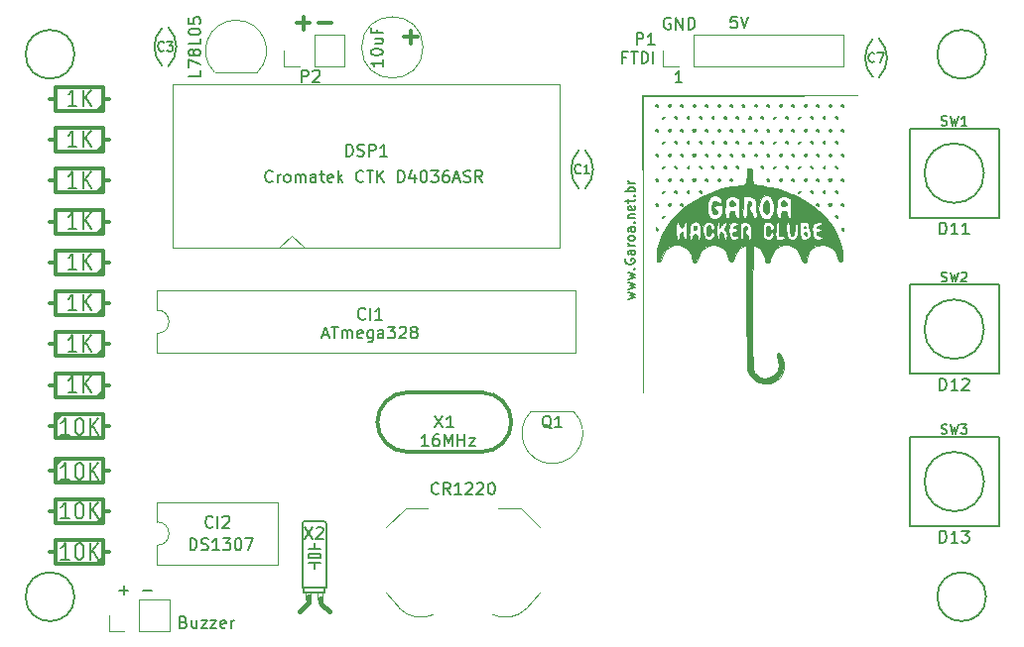
<source format=gbr>
%TF.GenerationSoftware,KiCad,Pcbnew,(5.1.6)-1*%
%TF.CreationDate,2021-02-06T11:25:37-03:00*%
%TF.ProjectId,GaroaRelogio,4761726f-6152-4656-9c6f-67696f2e6b69,rev?*%
%TF.SameCoordinates,Original*%
%TF.FileFunction,Legend,Top*%
%TF.FilePolarity,Positive*%
%FSLAX46Y46*%
G04 Gerber Fmt 4.6, Leading zero omitted, Abs format (unit mm)*
G04 Created by KiCad (PCBNEW (5.1.6)-1) date 2021-02-06 11:25:37*
%MOMM*%
%LPD*%
G01*
G04 APERTURE LIST*
%ADD10C,0.150000*%
%ADD11C,0.149860*%
%ADD12C,0.300000*%
%ADD13C,0.120000*%
%ADD14C,0.100000*%
%ADD15C,0.127000*%
%ADD16C,0.317500*%
%ADD17C,0.002540*%
%ADD18C,0.304800*%
%ADD19C,0.152400*%
%ADD20C,0.406400*%
%ADD21C,0.066040*%
%ADD22C,0.203200*%
G04 APERTURE END LIST*
D10*
X157669523Y-57732380D02*
X157193333Y-57732380D01*
X157145714Y-58208571D01*
X157193333Y-58160952D01*
X157288571Y-58113333D01*
X157526666Y-58113333D01*
X157621904Y-58160952D01*
X157669523Y-58208571D01*
X157717142Y-58303809D01*
X157717142Y-58541904D01*
X157669523Y-58637142D01*
X157621904Y-58684761D01*
X157526666Y-58732380D01*
X157288571Y-58732380D01*
X157193333Y-58684761D01*
X157145714Y-58637142D01*
X158002857Y-57732380D02*
X158336190Y-58732380D01*
X158669523Y-57732380D01*
X152985714Y-63372380D02*
X152414285Y-63372380D01*
X152700000Y-63372380D02*
X152700000Y-62372380D01*
X152604761Y-62515238D01*
X152509523Y-62610476D01*
X152414285Y-62658095D01*
X151988095Y-57870000D02*
X151892857Y-57822380D01*
X151750000Y-57822380D01*
X151607142Y-57870000D01*
X151511904Y-57965238D01*
X151464285Y-58060476D01*
X151416666Y-58250952D01*
X151416666Y-58393809D01*
X151464285Y-58584285D01*
X151511904Y-58679523D01*
X151607142Y-58774761D01*
X151750000Y-58822380D01*
X151845238Y-58822380D01*
X151988095Y-58774761D01*
X152035714Y-58727142D01*
X152035714Y-58393809D01*
X151845238Y-58393809D01*
X152464285Y-58822380D02*
X152464285Y-57822380D01*
X153035714Y-58822380D01*
X153035714Y-57822380D01*
X153511904Y-58822380D02*
X153511904Y-57822380D01*
X153750000Y-57822380D01*
X153892857Y-57870000D01*
X153988095Y-57965238D01*
X154035714Y-58060476D01*
X154083333Y-58250952D01*
X154083333Y-58393809D01*
X154035714Y-58584285D01*
X153988095Y-58679523D01*
X153892857Y-58774761D01*
X153750000Y-58822380D01*
X153511904Y-58822380D01*
X148248809Y-61206071D02*
X147915476Y-61206071D01*
X147915476Y-61729880D02*
X147915476Y-60729880D01*
X148391666Y-60729880D01*
X148629761Y-60729880D02*
X149201190Y-60729880D01*
X148915476Y-61729880D02*
X148915476Y-60729880D01*
X149534523Y-61729880D02*
X149534523Y-60729880D01*
X149772619Y-60729880D01*
X149915476Y-60777500D01*
X150010714Y-60872738D01*
X150058333Y-60967976D01*
X150105952Y-61158452D01*
X150105952Y-61301309D01*
X150058333Y-61491785D01*
X150010714Y-61587023D01*
X149915476Y-61682261D01*
X149772619Y-61729880D01*
X149534523Y-61729880D01*
X150534523Y-61729880D02*
X150534523Y-60729880D01*
D11*
X148415828Y-81905323D02*
X148957695Y-81750504D01*
X148570647Y-81595685D01*
X148957695Y-81440866D01*
X148415828Y-81286047D01*
X148415828Y-81053819D02*
X148957695Y-80899000D01*
X148570647Y-80744180D01*
X148957695Y-80589361D01*
X148415828Y-80434542D01*
X148415828Y-80202314D02*
X148957695Y-80047495D01*
X148570647Y-79892676D01*
X148957695Y-79737857D01*
X148415828Y-79583038D01*
X148880285Y-79273400D02*
X148918990Y-79234695D01*
X148957695Y-79273400D01*
X148918990Y-79312104D01*
X148880285Y-79273400D01*
X148957695Y-79273400D01*
X148183600Y-78460600D02*
X148144895Y-78538009D01*
X148144895Y-78654123D01*
X148183600Y-78770238D01*
X148261009Y-78847647D01*
X148338419Y-78886352D01*
X148493238Y-78925057D01*
X148609352Y-78925057D01*
X148764171Y-78886352D01*
X148841580Y-78847647D01*
X148918990Y-78770238D01*
X148957695Y-78654123D01*
X148957695Y-78576714D01*
X148918990Y-78460600D01*
X148880285Y-78421895D01*
X148609352Y-78421895D01*
X148609352Y-78576714D01*
X148957695Y-77725209D02*
X148531942Y-77725209D01*
X148454533Y-77763914D01*
X148415828Y-77841323D01*
X148415828Y-77996142D01*
X148454533Y-78073552D01*
X148918990Y-77725209D02*
X148957695Y-77802619D01*
X148957695Y-77996142D01*
X148918990Y-78073552D01*
X148841580Y-78112257D01*
X148764171Y-78112257D01*
X148686761Y-78073552D01*
X148648057Y-77996142D01*
X148648057Y-77802619D01*
X148609352Y-77725209D01*
X148957695Y-77338161D02*
X148415828Y-77338161D01*
X148570647Y-77338161D02*
X148493238Y-77299457D01*
X148454533Y-77260752D01*
X148415828Y-77183342D01*
X148415828Y-77105933D01*
X148957695Y-76718885D02*
X148918990Y-76796295D01*
X148880285Y-76835000D01*
X148802876Y-76873704D01*
X148570647Y-76873704D01*
X148493238Y-76835000D01*
X148454533Y-76796295D01*
X148415828Y-76718885D01*
X148415828Y-76602771D01*
X148454533Y-76525361D01*
X148493238Y-76486657D01*
X148570647Y-76447952D01*
X148802876Y-76447952D01*
X148880285Y-76486657D01*
X148918990Y-76525361D01*
X148957695Y-76602771D01*
X148957695Y-76718885D01*
X148957695Y-75751266D02*
X148531942Y-75751266D01*
X148454533Y-75789971D01*
X148415828Y-75867380D01*
X148415828Y-76022200D01*
X148454533Y-76099609D01*
X148918990Y-75751266D02*
X148957695Y-75828676D01*
X148957695Y-76022200D01*
X148918990Y-76099609D01*
X148841580Y-76138314D01*
X148764171Y-76138314D01*
X148686761Y-76099609D01*
X148648057Y-76022200D01*
X148648057Y-75828676D01*
X148609352Y-75751266D01*
X148880285Y-75364219D02*
X148918990Y-75325514D01*
X148957695Y-75364219D01*
X148918990Y-75402923D01*
X148880285Y-75364219D01*
X148957695Y-75364219D01*
X148415828Y-74977171D02*
X148957695Y-74977171D01*
X148493238Y-74977171D02*
X148454533Y-74938466D01*
X148415828Y-74861057D01*
X148415828Y-74744942D01*
X148454533Y-74667533D01*
X148531942Y-74628828D01*
X148957695Y-74628828D01*
X148918990Y-73932142D02*
X148957695Y-74009552D01*
X148957695Y-74164371D01*
X148918990Y-74241780D01*
X148841580Y-74280485D01*
X148531942Y-74280485D01*
X148454533Y-74241780D01*
X148415828Y-74164371D01*
X148415828Y-74009552D01*
X148454533Y-73932142D01*
X148531942Y-73893438D01*
X148609352Y-73893438D01*
X148686761Y-74280485D01*
X148415828Y-73661209D02*
X148415828Y-73351571D01*
X148144895Y-73545095D02*
X148841580Y-73545095D01*
X148918990Y-73506390D01*
X148957695Y-73428980D01*
X148957695Y-73351571D01*
X148880285Y-73080638D02*
X148918990Y-73041933D01*
X148957695Y-73080638D01*
X148918990Y-73119342D01*
X148880285Y-73080638D01*
X148957695Y-73080638D01*
X148957695Y-72693590D02*
X148144895Y-72693590D01*
X148454533Y-72693590D02*
X148415828Y-72616180D01*
X148415828Y-72461361D01*
X148454533Y-72383952D01*
X148493238Y-72345247D01*
X148570647Y-72306542D01*
X148802876Y-72306542D01*
X148880285Y-72345247D01*
X148918990Y-72383952D01*
X148957695Y-72461361D01*
X148957695Y-72616180D01*
X148918990Y-72693590D01*
X148957695Y-71958200D02*
X148415828Y-71958200D01*
X148570647Y-71958200D02*
X148493238Y-71919495D01*
X148454533Y-71880790D01*
X148415828Y-71803380D01*
X148415828Y-71725971D01*
D10*
X104981547Y-106751428D02*
X105743452Y-106751428D01*
X105362500Y-107132380D02*
X105362500Y-106370476D01*
X106981547Y-106751428D02*
X107743452Y-106751428D01*
X174998214Y-102687380D02*
X174998214Y-101687380D01*
X175236309Y-101687380D01*
X175379166Y-101735000D01*
X175474404Y-101830238D01*
X175522023Y-101925476D01*
X175569642Y-102115952D01*
X175569642Y-102258809D01*
X175522023Y-102449285D01*
X175474404Y-102544523D01*
X175379166Y-102639761D01*
X175236309Y-102687380D01*
X174998214Y-102687380D01*
X176522023Y-102687380D02*
X175950595Y-102687380D01*
X176236309Y-102687380D02*
X176236309Y-101687380D01*
X176141071Y-101830238D01*
X176045833Y-101925476D01*
X175950595Y-101973095D01*
X176855357Y-101687380D02*
X177474404Y-101687380D01*
X177141071Y-102068333D01*
X177283928Y-102068333D01*
X177379166Y-102115952D01*
X177426785Y-102163571D01*
X177474404Y-102258809D01*
X177474404Y-102496904D01*
X177426785Y-102592142D01*
X177379166Y-102639761D01*
X177283928Y-102687380D01*
X176998214Y-102687380D01*
X176902976Y-102639761D01*
X176855357Y-102592142D01*
X174998214Y-89669880D02*
X174998214Y-88669880D01*
X175236309Y-88669880D01*
X175379166Y-88717500D01*
X175474404Y-88812738D01*
X175522023Y-88907976D01*
X175569642Y-89098452D01*
X175569642Y-89241309D01*
X175522023Y-89431785D01*
X175474404Y-89527023D01*
X175379166Y-89622261D01*
X175236309Y-89669880D01*
X174998214Y-89669880D01*
X176522023Y-89669880D02*
X175950595Y-89669880D01*
X176236309Y-89669880D02*
X176236309Y-88669880D01*
X176141071Y-88812738D01*
X176045833Y-88907976D01*
X175950595Y-88955595D01*
X176902976Y-88765119D02*
X176950595Y-88717500D01*
X177045833Y-88669880D01*
X177283928Y-88669880D01*
X177379166Y-88717500D01*
X177426785Y-88765119D01*
X177474404Y-88860357D01*
X177474404Y-88955595D01*
X177426785Y-89098452D01*
X176855357Y-89669880D01*
X177474404Y-89669880D01*
X174998214Y-76334880D02*
X174998214Y-75334880D01*
X175236309Y-75334880D01*
X175379166Y-75382500D01*
X175474404Y-75477738D01*
X175522023Y-75572976D01*
X175569642Y-75763452D01*
X175569642Y-75906309D01*
X175522023Y-76096785D01*
X175474404Y-76192023D01*
X175379166Y-76287261D01*
X175236309Y-76334880D01*
X174998214Y-76334880D01*
X176522023Y-76334880D02*
X175950595Y-76334880D01*
X176236309Y-76334880D02*
X176236309Y-75334880D01*
X176141071Y-75477738D01*
X176045833Y-75572976D01*
X175950595Y-75620595D01*
X177474404Y-76334880D02*
X176902976Y-76334880D01*
X177188690Y-76334880D02*
X177188690Y-75334880D01*
X177093452Y-75477738D01*
X176998214Y-75572976D01*
X176902976Y-75620595D01*
D12*
X120102500Y-58312857D02*
X121245357Y-58312857D01*
X120673928Y-57741428D02*
X120673928Y-58884285D01*
X121959642Y-58312857D02*
X123102500Y-58312857D01*
X130428928Y-59479642D02*
X129286071Y-59479642D01*
X129857500Y-60051071D02*
X129857500Y-58908214D01*
D13*
%TO.C,DSP1*%
X142557500Y-77470000D02*
X142557500Y-63500000D01*
X109537500Y-63500000D02*
X109537500Y-77470000D01*
X142557500Y-77470000D02*
X109537500Y-77470000D01*
X109537500Y-63500000D02*
X142557500Y-63500000D01*
D14*
X120697500Y-77445000D02*
X119697500Y-76445000D01*
X119697500Y-76445000D02*
X118697500Y-77445000D01*
D13*
%TO.C,Q1*%
X143722500Y-91495000D02*
X140122500Y-91495000D01*
X140084022Y-91506522D02*
G75*
G03*
X141922500Y-95945000I1838478J-1838478D01*
G01*
X143760978Y-91506522D02*
G75*
G02*
X141922500Y-95945000I-1838478J-1838478D01*
G01*
D15*
%TO.C,SW1*%
X172402500Y-74930000D02*
X180022500Y-74930000D01*
X180022500Y-67310000D02*
X180022500Y-74930000D01*
X172402500Y-67310000D02*
X180022500Y-67310000D01*
X172402500Y-74930000D02*
X172402500Y-67310000D01*
X178752500Y-71120000D02*
G75*
G03*
X178752500Y-71120000I-2540000J0D01*
G01*
D16*
%TO.C,X1*%
X129540000Y-89852500D02*
X135890000Y-89852500D01*
X129540000Y-94932500D02*
X135890000Y-94932500D01*
X138430000Y-92392500D02*
G75*
G03*
X135890000Y-89852500I-2540000J0D01*
G01*
X135890000Y-94932500D02*
G75*
G03*
X138430000Y-92392500I0J2540000D01*
G01*
X129540000Y-89852500D02*
G75*
G03*
X127000000Y-92392500I0J-2540000D01*
G01*
X127000000Y-92392500D02*
G75*
G03*
X129540000Y-94932500I2540000J0D01*
G01*
D17*
%TO.C,G\u002A\u002A\u002A*%
G36*
X167934640Y-64493140D02*
G01*
X158813500Y-64513460D01*
X149689820Y-64536320D01*
X149666960Y-77216000D01*
X149646640Y-89893140D01*
X149626320Y-77172820D01*
X149606000Y-64452500D01*
X158770320Y-64472820D01*
X167934640Y-64493140D01*
G37*
X167934640Y-64493140D02*
X158813500Y-64513460D01*
X149689820Y-64536320D01*
X149666960Y-77216000D01*
X149646640Y-89893140D01*
X149626320Y-77172820D01*
X149606000Y-64452500D01*
X158770320Y-64472820D01*
X167934640Y-64493140D01*
G36*
X166700200Y-78171040D02*
G01*
X166684960Y-78468220D01*
X166613840Y-78658720D01*
X166504620Y-78717140D01*
X166390320Y-78671420D01*
X166301420Y-78508860D01*
X166243000Y-78313280D01*
X166052500Y-77861160D01*
X165755320Y-77520800D01*
X165379400Y-77309980D01*
X164973000Y-77238860D01*
X164973000Y-76644500D01*
X164896800Y-76537820D01*
X164719000Y-76474320D01*
X164515800Y-76398120D01*
X164434520Y-76283820D01*
X164482780Y-76177140D01*
X164650420Y-76121260D01*
X164838380Y-76052680D01*
X164884100Y-75946000D01*
X164790120Y-75846940D01*
X164655500Y-75811380D01*
X164465000Y-75758040D01*
X164434520Y-75686920D01*
X164556440Y-75633580D01*
X164665660Y-75628500D01*
X164856160Y-75582780D01*
X164970460Y-75481180D01*
X164970460Y-75364340D01*
X164952680Y-75338940D01*
X164840920Y-75303380D01*
X164637720Y-75288140D01*
X164619940Y-75288140D01*
X164340540Y-75354180D01*
X164165280Y-75554840D01*
X164094160Y-75885040D01*
X164104320Y-76151740D01*
X164170360Y-76499720D01*
X164294820Y-76695300D01*
X164304980Y-76702920D01*
X164490400Y-76779120D01*
X164703760Y-76794360D01*
X164884100Y-76751180D01*
X164970460Y-76657200D01*
X164973000Y-76644500D01*
X164973000Y-77238860D01*
X164945060Y-77236320D01*
X164485320Y-77317600D01*
X164391340Y-77353160D01*
X164076380Y-77556360D01*
X163997640Y-77647800D01*
X163997640Y-76306680D01*
X163984940Y-76108560D01*
X163913820Y-76009500D01*
X163850320Y-75892660D01*
X163830000Y-75725020D01*
X163774120Y-75468480D01*
X163606480Y-75326240D01*
X163347400Y-75288140D01*
X163068000Y-75288140D01*
X163068000Y-75994260D01*
X163073080Y-76324460D01*
X163090860Y-76588620D01*
X163113720Y-76738480D01*
X163123880Y-76756260D01*
X163276280Y-76809600D01*
X163504880Y-76796900D01*
X163736020Y-76723240D01*
X163809680Y-76680060D01*
X163936680Y-76522580D01*
X163997640Y-76306680D01*
X163997640Y-77647800D01*
X163824920Y-77851000D01*
X163695380Y-78160880D01*
X163642040Y-78412340D01*
X163609020Y-78574900D01*
X163532820Y-78724760D01*
X163382960Y-78745080D01*
X163253420Y-78686660D01*
X163174680Y-78534260D01*
X163136580Y-78356460D01*
X162991800Y-77917040D01*
X162890200Y-77779880D01*
X162890200Y-75867260D01*
X162864800Y-75600560D01*
X162808920Y-75407520D01*
X162727640Y-75331320D01*
X162656520Y-75371960D01*
X162608260Y-75514200D01*
X162582860Y-75785980D01*
X162575240Y-75902820D01*
X162557460Y-76210160D01*
X162524440Y-76382880D01*
X162468560Y-76459080D01*
X162389820Y-76474320D01*
X162306000Y-76454000D01*
X162306000Y-74157840D01*
X162298380Y-73766680D01*
X162278060Y-73507600D01*
X162237420Y-73347580D01*
X162168840Y-73248520D01*
X162156140Y-73238360D01*
X161869120Y-73073260D01*
X161574480Y-73052940D01*
X161310320Y-73164700D01*
X161129980Y-73395840D01*
X161086800Y-73568560D01*
X161056320Y-73840340D01*
X161038540Y-74155300D01*
X161036000Y-74470260D01*
X161048700Y-74726800D01*
X161081720Y-74879200D01*
X161091880Y-74894440D01*
X161216340Y-74942700D01*
X161302700Y-74950320D01*
X161411920Y-74909680D01*
X161455100Y-74764900D01*
X161457640Y-74653140D01*
X161472880Y-74455020D01*
X161544000Y-74373740D01*
X161711640Y-74358500D01*
X161881820Y-74373740D01*
X161952940Y-74457560D01*
X161965640Y-74653140D01*
X161985960Y-74858880D01*
X162059620Y-74940160D01*
X162135820Y-74950320D01*
X162214560Y-74937620D01*
X162265360Y-74879200D01*
X162290760Y-74744580D01*
X162303460Y-74500740D01*
X162306000Y-74157840D01*
X162306000Y-76454000D01*
X162300920Y-76454000D01*
X162250120Y-76365100D01*
X162219640Y-76177140D01*
X162201860Y-75902820D01*
X162181540Y-75587860D01*
X162143440Y-75404980D01*
X162077400Y-75321160D01*
X162029140Y-75303380D01*
X161952940Y-75308460D01*
X161907220Y-75382120D01*
X161886900Y-75554840D01*
X161881820Y-75862180D01*
X161881820Y-75890120D01*
X161894520Y-76266040D01*
X161940240Y-76509880D01*
X162021520Y-76657200D01*
X162242500Y-76791820D01*
X162493960Y-76799440D01*
X162714940Y-76677520D01*
X162773360Y-76608940D01*
X162844480Y-76418440D01*
X162882580Y-76156820D01*
X162890200Y-75867260D01*
X162890200Y-77779880D01*
X162747960Y-77589380D01*
X162430460Y-77370940D01*
X162069780Y-77259180D01*
X161838640Y-77254100D01*
X161838640Y-76644500D01*
X161759900Y-76537820D01*
X161564320Y-76489560D01*
X161290000Y-76464160D01*
X161290000Y-75869800D01*
X161284920Y-75557380D01*
X161262060Y-75382120D01*
X161218880Y-75308460D01*
X161140140Y-75303380D01*
X161061400Y-75346560D01*
X161010600Y-75463400D01*
X160982660Y-75686920D01*
X160967420Y-75958700D01*
X160959800Y-76281280D01*
X160967420Y-76545440D01*
X160985200Y-76697840D01*
X160987740Y-76702920D01*
X161091880Y-76776580D01*
X161287460Y-76807060D01*
X161516060Y-76796900D01*
X161719260Y-76748640D01*
X161831020Y-76672440D01*
X161838640Y-76644500D01*
X161838640Y-77254100D01*
X161688780Y-77254100D01*
X161320480Y-77355700D01*
X160990280Y-77563980D01*
X160853120Y-77724000D01*
X160853120Y-74302620D01*
X160848040Y-73868280D01*
X160845500Y-73827640D01*
X160789620Y-73517760D01*
X160682940Y-73309480D01*
X160576260Y-73197720D01*
X160314640Y-73035160D01*
X160070800Y-73030080D01*
X159814260Y-73187560D01*
X159806640Y-73192640D01*
X159628840Y-73444100D01*
X159532320Y-73789540D01*
X159517080Y-74173080D01*
X159583120Y-74538840D01*
X159730440Y-74828400D01*
X159768540Y-74869040D01*
X160012380Y-75006200D01*
X160301940Y-75018900D01*
X160561020Y-74909680D01*
X160609280Y-74866500D01*
X160776920Y-74625200D01*
X160853120Y-74302620D01*
X160853120Y-77724000D01*
X160807400Y-77779880D01*
X160807400Y-75852020D01*
X160799780Y-75664060D01*
X160693100Y-75458320D01*
X160522920Y-75305920D01*
X160474660Y-75283060D01*
X160248600Y-75270360D01*
X160093660Y-75318620D01*
X159981900Y-75394820D01*
X159918400Y-75509120D01*
X159882840Y-75712320D01*
X159867600Y-75979020D01*
X159865060Y-76321920D01*
X159898080Y-76537820D01*
X159971740Y-76669900D01*
X159979360Y-76674980D01*
X160205420Y-76796900D01*
X160472120Y-76786740D01*
X160634680Y-76708000D01*
X160756600Y-76553060D01*
X160802320Y-76367640D01*
X160766760Y-76212700D01*
X160685480Y-76156820D01*
X160553400Y-76202540D01*
X160502600Y-76306680D01*
X160416240Y-76459080D01*
X160301940Y-76471780D01*
X160192720Y-76362560D01*
X160124140Y-76154280D01*
X160119060Y-76108560D01*
X160129220Y-75834240D01*
X160200340Y-75653900D01*
X160314640Y-75592940D01*
X160411160Y-75636120D01*
X160512760Y-75780900D01*
X160528000Y-75849480D01*
X160583880Y-75948540D01*
X160703260Y-75953620D01*
X160802320Y-75862180D01*
X160807400Y-75852020D01*
X160807400Y-77779880D01*
X160726120Y-77876400D01*
X160555940Y-78292960D01*
X160530540Y-78419960D01*
X160461960Y-78640940D01*
X160337500Y-78734920D01*
X160301940Y-78742540D01*
X160177480Y-78732380D01*
X160106360Y-78625700D01*
X160063180Y-78440280D01*
X159913320Y-77978000D01*
X159646620Y-77597000D01*
X159405320Y-77403960D01*
X159364680Y-77378560D01*
X159364680Y-74785220D01*
X159362140Y-74569320D01*
X159349440Y-74256900D01*
X159344360Y-73911460D01*
X159344360Y-73845420D01*
X159291020Y-73477120D01*
X159120840Y-73233280D01*
X158836360Y-73111360D01*
X158567120Y-73103740D01*
X158198820Y-73129140D01*
X158173420Y-74046080D01*
X158165800Y-74447400D01*
X158165800Y-74711560D01*
X158181040Y-74861420D01*
X158219140Y-74927460D01*
X158282640Y-74942700D01*
X158343600Y-74935080D01*
X158440120Y-74909680D01*
X158498540Y-74843640D01*
X158531560Y-74701400D01*
X158551880Y-74447400D01*
X158562040Y-74208640D01*
X158577280Y-73863200D01*
X158602680Y-73654920D01*
X158643320Y-73550780D01*
X158709360Y-73512680D01*
X158752540Y-73510140D01*
X158879540Y-73573640D01*
X158920180Y-73710800D01*
X158866840Y-73850500D01*
X158790640Y-73903840D01*
X158681420Y-74015600D01*
X158683960Y-74183240D01*
X158793180Y-74333100D01*
X158833820Y-74358500D01*
X158976060Y-74523600D01*
X159004000Y-74703940D01*
X159021780Y-74884280D01*
X159105600Y-74940160D01*
X159194500Y-74935080D01*
X159316420Y-74894440D01*
X159364680Y-74785220D01*
X159364680Y-77378560D01*
X159212280Y-77294740D01*
X159080200Y-77238860D01*
X159067500Y-77236320D01*
X159054800Y-77317600D01*
X159044640Y-77556360D01*
X159034480Y-77934820D01*
X159026860Y-78437740D01*
X159019240Y-79054960D01*
X159011620Y-79768700D01*
X159006540Y-80566260D01*
X159004000Y-81432400D01*
X159004000Y-82354420D01*
X159004000Y-82550000D01*
X159004000Y-83632040D01*
X159004000Y-84556600D01*
X159006540Y-85338920D01*
X159009080Y-85991700D01*
X159014160Y-86525100D01*
X159021780Y-86956900D01*
X159031940Y-87294720D01*
X159044640Y-87553800D01*
X159059880Y-87746840D01*
X159080200Y-87886540D01*
X159103060Y-87988140D01*
X159131000Y-88061800D01*
X159161480Y-88122760D01*
X159377380Y-88356440D01*
X159677100Y-88549480D01*
X159986980Y-88656160D01*
X160088580Y-88666320D01*
X160418780Y-88602820D01*
X160754060Y-88440260D01*
X160929320Y-88305640D01*
X161155380Y-87985600D01*
X161234120Y-87586820D01*
X161160460Y-87114380D01*
X161147760Y-87073740D01*
X161069020Y-86753700D01*
X161074100Y-86568280D01*
X161091880Y-86542880D01*
X161234120Y-86487000D01*
X161378900Y-86570820D01*
X161513520Y-86761320D01*
X161622740Y-87025480D01*
X161688780Y-87335360D01*
X161693860Y-87660480D01*
X161691320Y-87693500D01*
X161566860Y-88140540D01*
X161317940Y-88544400D01*
X160982660Y-88851740D01*
X160868360Y-88917780D01*
X160467040Y-89047320D01*
X160012380Y-89082880D01*
X159585660Y-89014300D01*
X159466280Y-88971120D01*
X159164020Y-88770460D01*
X158879540Y-88468200D01*
X158879540Y-76182220D01*
X158856680Y-75765660D01*
X158775400Y-75496420D01*
X158620460Y-75346560D01*
X158376620Y-75300840D01*
X158257240Y-75305920D01*
X157944820Y-75331320D01*
X157919420Y-75953620D01*
X157924500Y-76354940D01*
X157970220Y-76631800D01*
X158056580Y-76771500D01*
X158165800Y-76763880D01*
X158203900Y-76662280D01*
X158231840Y-76438760D01*
X158242000Y-76172060D01*
X158249620Y-75862180D01*
X158282640Y-75692000D01*
X158343600Y-75628500D01*
X158363920Y-75628500D01*
X158513780Y-75684380D01*
X158546800Y-75811380D01*
X158465520Y-75925680D01*
X158338520Y-76078080D01*
X158371540Y-76222860D01*
X158445200Y-76278740D01*
X158546800Y-76408280D01*
X158592520Y-76558140D01*
X158658560Y-76720700D01*
X158750000Y-76771500D01*
X158818580Y-76733400D01*
X158859220Y-76606400D01*
X158877000Y-76354940D01*
X158879540Y-76182220D01*
X158879540Y-88468200D01*
X158661100Y-88122760D01*
X158584900Y-87927180D01*
X158564580Y-87764620D01*
X158546800Y-87434420D01*
X158529020Y-86946740D01*
X158516320Y-86299040D01*
X158508700Y-85496400D01*
X158501080Y-84546440D01*
X158496000Y-83451700D01*
X158496000Y-82423000D01*
X158493460Y-81500980D01*
X158490920Y-80634840D01*
X158488380Y-79832200D01*
X158483300Y-79113380D01*
X158478220Y-78488540D01*
X158473140Y-77975460D01*
X158465520Y-77584300D01*
X158457900Y-77332840D01*
X158447740Y-77236320D01*
X158302960Y-77284580D01*
X158094680Y-77403960D01*
X157901640Y-77541120D01*
X157901640Y-74157840D01*
X157896560Y-73766680D01*
X157876240Y-73507600D01*
X157833060Y-73347580D01*
X157764480Y-73248520D01*
X157754320Y-73238360D01*
X157467300Y-73073260D01*
X157170120Y-73052940D01*
X156908500Y-73164700D01*
X156725620Y-73395840D01*
X156682440Y-73568560D01*
X156651960Y-73840340D01*
X156634180Y-74155300D01*
X156634180Y-74470260D01*
X156646880Y-74726800D01*
X156679900Y-74879200D01*
X156687520Y-74894440D01*
X156811980Y-74942700D01*
X156900880Y-74950320D01*
X157007560Y-74909680D01*
X157050740Y-74764900D01*
X157055820Y-74653140D01*
X157071060Y-74452480D01*
X157142180Y-74371200D01*
X157266640Y-74358500D01*
X157434280Y-74399140D01*
X157480000Y-74518520D01*
X157523180Y-74792840D01*
X157655260Y-74932540D01*
X157741620Y-74950320D01*
X157817820Y-74935080D01*
X157863540Y-74871580D01*
X157888940Y-74724260D01*
X157899100Y-74465180D01*
X157901640Y-74157840D01*
X157901640Y-77541120D01*
X157888940Y-77551280D01*
X157802580Y-77630020D01*
X157802580Y-76621640D01*
X157782260Y-76514960D01*
X157647640Y-76476860D01*
X157568900Y-76474320D01*
X157380940Y-76448920D01*
X157312360Y-76352400D01*
X157309820Y-76309220D01*
X157380940Y-76164440D01*
X157500320Y-76118720D01*
X157647640Y-76050140D01*
X157690820Y-75966320D01*
X157617160Y-75857100D01*
X157500320Y-75811380D01*
X157337760Y-75758040D01*
X157330140Y-75684380D01*
X157472380Y-75623420D01*
X157543500Y-75610720D01*
X157731460Y-75549760D01*
X157777180Y-75448160D01*
X157683200Y-75354180D01*
X157495240Y-75303380D01*
X157238700Y-75311000D01*
X157078680Y-75404980D01*
X156994860Y-75613260D01*
X156972000Y-75961240D01*
X156972000Y-75991720D01*
X157002480Y-76393040D01*
X157106620Y-76652120D01*
X157289500Y-76781660D01*
X157515560Y-76794360D01*
X157731460Y-76728320D01*
X157802580Y-76621640D01*
X157802580Y-77630020D01*
X157782260Y-77650340D01*
X157662880Y-77833220D01*
X157535880Y-78102460D01*
X157472380Y-78272640D01*
X157340300Y-78577440D01*
X157213300Y-78714600D01*
X157091380Y-78684120D01*
X156982160Y-78486000D01*
X156928820Y-78313280D01*
X156880560Y-78196440D01*
X156880560Y-76456540D01*
X156806900Y-76166980D01*
X156718000Y-76029820D01*
X156611320Y-75872340D01*
X156613860Y-75773280D01*
X156674820Y-75709780D01*
X156776420Y-75565000D01*
X156794200Y-75407520D01*
X156733240Y-75300840D01*
X156682440Y-75288140D01*
X156552900Y-75351640D01*
X156420820Y-75483720D01*
X156420820Y-73891140D01*
X156039820Y-73891140D01*
X155780740Y-73924160D01*
X155656280Y-74005440D01*
X155676600Y-74114660D01*
X155851860Y-74228960D01*
X155994100Y-74350880D01*
X156001720Y-74488040D01*
X155874720Y-74587100D01*
X155836620Y-74597260D01*
X155674060Y-74574400D01*
X155577540Y-74424540D01*
X155534360Y-74127360D01*
X155531820Y-74007980D01*
X155564840Y-73680320D01*
X155658820Y-73499980D01*
X155806140Y-73472040D01*
X155994100Y-73591420D01*
X156184600Y-73715880D01*
X156319220Y-73698100D01*
X156377640Y-73538080D01*
X156377640Y-73512680D01*
X156309060Y-73345040D01*
X156141420Y-73169780D01*
X155935680Y-73040240D01*
X155785820Y-73002140D01*
X155534360Y-73080880D01*
X155318460Y-73289160D01*
X155176220Y-73588880D01*
X155145740Y-73723500D01*
X155127960Y-74168000D01*
X155204160Y-74538840D01*
X155356560Y-74823320D01*
X155567380Y-74998580D01*
X155823920Y-75049380D01*
X156103320Y-74955400D01*
X156215080Y-74876660D01*
X156342080Y-74731880D01*
X156400500Y-74521060D01*
X156413200Y-74305160D01*
X156420820Y-73891140D01*
X156420820Y-75483720D01*
X156400500Y-75504040D01*
X156387800Y-75521820D01*
X156215080Y-75755500D01*
X156212540Y-75521820D01*
X156169360Y-75336400D01*
X156083000Y-75288140D01*
X156016960Y-75318620D01*
X155978860Y-75432920D01*
X155958540Y-75656440D01*
X155956000Y-75994260D01*
X155961080Y-76324460D01*
X155976320Y-76586080D01*
X155999180Y-76735940D01*
X156009340Y-76753720D01*
X156108400Y-76781660D01*
X156179520Y-76664820D01*
X156207460Y-76433680D01*
X156210000Y-76426060D01*
X156225240Y-76233020D01*
X156268420Y-76136500D01*
X156276040Y-76136500D01*
X156418280Y-76207620D01*
X156522420Y-76382880D01*
X156547820Y-76527660D01*
X156588460Y-76708000D01*
X156684980Y-76789280D01*
X156794200Y-76741020D01*
X156809440Y-76718160D01*
X156880560Y-76456540D01*
X156880560Y-78196440D01*
X156740860Y-77863700D01*
X156448760Y-77525880D01*
X156077920Y-77312520D01*
X155768040Y-77254100D01*
X155768040Y-76321920D01*
X155681680Y-76182220D01*
X155549600Y-76161900D01*
X155437840Y-76258420D01*
X155422600Y-76301600D01*
X155331160Y-76441300D01*
X155242260Y-76474320D01*
X155158440Y-76433680D01*
X155117800Y-76291440D01*
X155107640Y-76065380D01*
X155117800Y-75816460D01*
X155143200Y-75643740D01*
X155158440Y-75605640D01*
X155275280Y-75577700D01*
X155394660Y-75664060D01*
X155448000Y-75811380D01*
X155496260Y-75940920D01*
X155592780Y-75951080D01*
X155737560Y-75859640D01*
X155755340Y-75694540D01*
X155646120Y-75488800D01*
X155577540Y-75412600D01*
X155336240Y-75257660D01*
X155084780Y-75270360D01*
X154876500Y-75394820D01*
X154802840Y-75539600D01*
X154769820Y-75791060D01*
X154769820Y-76088240D01*
X154805380Y-76377800D01*
X154871420Y-76598780D01*
X154909520Y-76657200D01*
X155130500Y-76791820D01*
X155389580Y-76781660D01*
X155620720Y-76636880D01*
X155740100Y-76466700D01*
X155768040Y-76321920D01*
X155768040Y-77254100D01*
X155656280Y-77236320D01*
X155211780Y-77309980D01*
X155056840Y-77373480D01*
X154701240Y-77632560D01*
X154592020Y-77800200D01*
X154592020Y-75867260D01*
X154559000Y-75600560D01*
X154475180Y-75427840D01*
X154327860Y-75316080D01*
X154289760Y-75298300D01*
X154104340Y-75239880D01*
X153946860Y-75285600D01*
X153842720Y-75356720D01*
X153720800Y-75471020D01*
X153649680Y-75620880D01*
X153614120Y-75854560D01*
X153601420Y-76050140D01*
X153593800Y-76349860D01*
X153603960Y-76591160D01*
X153621740Y-76705460D01*
X153708100Y-76796900D01*
X153812240Y-76756260D01*
X153893520Y-76608940D01*
X153906220Y-76530200D01*
X153979880Y-76347320D01*
X154104340Y-76296520D01*
X154221180Y-76372720D01*
X154277060Y-76537820D01*
X154338020Y-76715620D01*
X154432000Y-76771500D01*
X154508200Y-76725780D01*
X154556460Y-76568300D01*
X154584400Y-76273660D01*
X154584400Y-76266040D01*
X154592020Y-75867260D01*
X154592020Y-77800200D01*
X154459940Y-78008480D01*
X154360880Y-78353920D01*
X154269440Y-78625700D01*
X154132280Y-78755240D01*
X153992580Y-78742540D01*
X153880820Y-78592680D01*
X153840180Y-78328520D01*
X153766520Y-78044040D01*
X153578560Y-77746860D01*
X153416000Y-77586840D01*
X153416000Y-75996800D01*
X153410920Y-75646280D01*
X153395680Y-75435460D01*
X153362660Y-75328780D01*
X153304240Y-75300840D01*
X153266140Y-75303380D01*
X153139140Y-75407520D01*
X153090880Y-75565000D01*
X153035000Y-75732640D01*
X152948640Y-75796140D01*
X152857200Y-75722480D01*
X152806400Y-75565000D01*
X152735280Y-75371960D01*
X152631140Y-75303380D01*
X152560020Y-75308460D01*
X152514300Y-75374500D01*
X152491440Y-75531980D01*
X152483820Y-75816460D01*
X152483820Y-75989180D01*
X152488900Y-76319380D01*
X152506680Y-76586080D01*
X152532080Y-76738480D01*
X152542240Y-76758800D01*
X152659080Y-76799440D01*
X152753060Y-76690220D01*
X152803860Y-76456540D01*
X152806400Y-76446380D01*
X152857200Y-76230480D01*
X152943560Y-76131420D01*
X153029920Y-76159360D01*
X153075640Y-76321920D01*
X153078180Y-76367640D01*
X153111200Y-76611480D01*
X153195020Y-76761340D01*
X153306780Y-76784200D01*
X153319480Y-76776580D01*
X153370280Y-76662280D01*
X153400760Y-76408280D01*
X153413460Y-76039980D01*
X153416000Y-75996800D01*
X153416000Y-77586840D01*
X153314400Y-77490320D01*
X153162000Y-77393800D01*
X152730200Y-77249020D01*
X152303480Y-77256640D01*
X151909780Y-77409040D01*
X151577040Y-77685900D01*
X151335740Y-78077060D01*
X151254460Y-78313280D01*
X151170640Y-78572360D01*
X151074120Y-78696820D01*
X150992840Y-78717140D01*
X150878540Y-78640940D01*
X150815040Y-78427580D01*
X150804880Y-78102460D01*
X150848060Y-77690980D01*
X150914100Y-77363320D01*
X151175720Y-76578460D01*
X151587200Y-75801220D01*
X152130760Y-75054460D01*
X152788620Y-74366120D01*
X153324560Y-73916540D01*
X153987500Y-73477120D01*
X154749500Y-73073260D01*
X155564840Y-72720200D01*
X156387800Y-72440800D01*
X157167580Y-72255380D01*
X157576520Y-72199500D01*
X157975300Y-72158860D01*
X158239460Y-72120760D01*
X158394400Y-72052180D01*
X158470600Y-71930260D01*
X158501080Y-71727060D01*
X158511240Y-71417180D01*
X158511240Y-71371460D01*
X158526480Y-71031100D01*
X158549340Y-70822820D01*
X158587440Y-70718680D01*
X158656020Y-70678040D01*
X158750000Y-70675500D01*
X158851600Y-70683120D01*
X158917640Y-70728840D01*
X158953200Y-70845680D01*
X158973520Y-71071740D01*
X158986220Y-71371460D01*
X158996380Y-71696580D01*
X159021780Y-71909940D01*
X159090360Y-72039480D01*
X159235140Y-72113140D01*
X159484060Y-72156320D01*
X159867600Y-72194420D01*
X159920940Y-72199500D01*
X160472120Y-72285860D01*
X161109660Y-72443340D01*
X161764980Y-72651620D01*
X162384740Y-72892920D01*
X162521900Y-72953880D01*
X163535360Y-73499980D01*
X164431980Y-74140060D01*
X165196520Y-74863960D01*
X165821360Y-75666600D01*
X166278560Y-76487020D01*
X166451280Y-76926440D01*
X166580820Y-77373480D01*
X166664640Y-77797660D01*
X166700200Y-78171040D01*
G37*
X166700200Y-78171040D02*
X166684960Y-78468220D01*
X166613840Y-78658720D01*
X166504620Y-78717140D01*
X166390320Y-78671420D01*
X166301420Y-78508860D01*
X166243000Y-78313280D01*
X166052500Y-77861160D01*
X165755320Y-77520800D01*
X165379400Y-77309980D01*
X164973000Y-77238860D01*
X164973000Y-76644500D01*
X164896800Y-76537820D01*
X164719000Y-76474320D01*
X164515800Y-76398120D01*
X164434520Y-76283820D01*
X164482780Y-76177140D01*
X164650420Y-76121260D01*
X164838380Y-76052680D01*
X164884100Y-75946000D01*
X164790120Y-75846940D01*
X164655500Y-75811380D01*
X164465000Y-75758040D01*
X164434520Y-75686920D01*
X164556440Y-75633580D01*
X164665660Y-75628500D01*
X164856160Y-75582780D01*
X164970460Y-75481180D01*
X164970460Y-75364340D01*
X164952680Y-75338940D01*
X164840920Y-75303380D01*
X164637720Y-75288140D01*
X164619940Y-75288140D01*
X164340540Y-75354180D01*
X164165280Y-75554840D01*
X164094160Y-75885040D01*
X164104320Y-76151740D01*
X164170360Y-76499720D01*
X164294820Y-76695300D01*
X164304980Y-76702920D01*
X164490400Y-76779120D01*
X164703760Y-76794360D01*
X164884100Y-76751180D01*
X164970460Y-76657200D01*
X164973000Y-76644500D01*
X164973000Y-77238860D01*
X164945060Y-77236320D01*
X164485320Y-77317600D01*
X164391340Y-77353160D01*
X164076380Y-77556360D01*
X163997640Y-77647800D01*
X163997640Y-76306680D01*
X163984940Y-76108560D01*
X163913820Y-76009500D01*
X163850320Y-75892660D01*
X163830000Y-75725020D01*
X163774120Y-75468480D01*
X163606480Y-75326240D01*
X163347400Y-75288140D01*
X163068000Y-75288140D01*
X163068000Y-75994260D01*
X163073080Y-76324460D01*
X163090860Y-76588620D01*
X163113720Y-76738480D01*
X163123880Y-76756260D01*
X163276280Y-76809600D01*
X163504880Y-76796900D01*
X163736020Y-76723240D01*
X163809680Y-76680060D01*
X163936680Y-76522580D01*
X163997640Y-76306680D01*
X163997640Y-77647800D01*
X163824920Y-77851000D01*
X163695380Y-78160880D01*
X163642040Y-78412340D01*
X163609020Y-78574900D01*
X163532820Y-78724760D01*
X163382960Y-78745080D01*
X163253420Y-78686660D01*
X163174680Y-78534260D01*
X163136580Y-78356460D01*
X162991800Y-77917040D01*
X162890200Y-77779880D01*
X162890200Y-75867260D01*
X162864800Y-75600560D01*
X162808920Y-75407520D01*
X162727640Y-75331320D01*
X162656520Y-75371960D01*
X162608260Y-75514200D01*
X162582860Y-75785980D01*
X162575240Y-75902820D01*
X162557460Y-76210160D01*
X162524440Y-76382880D01*
X162468560Y-76459080D01*
X162389820Y-76474320D01*
X162306000Y-76454000D01*
X162306000Y-74157840D01*
X162298380Y-73766680D01*
X162278060Y-73507600D01*
X162237420Y-73347580D01*
X162168840Y-73248520D01*
X162156140Y-73238360D01*
X161869120Y-73073260D01*
X161574480Y-73052940D01*
X161310320Y-73164700D01*
X161129980Y-73395840D01*
X161086800Y-73568560D01*
X161056320Y-73840340D01*
X161038540Y-74155300D01*
X161036000Y-74470260D01*
X161048700Y-74726800D01*
X161081720Y-74879200D01*
X161091880Y-74894440D01*
X161216340Y-74942700D01*
X161302700Y-74950320D01*
X161411920Y-74909680D01*
X161455100Y-74764900D01*
X161457640Y-74653140D01*
X161472880Y-74455020D01*
X161544000Y-74373740D01*
X161711640Y-74358500D01*
X161881820Y-74373740D01*
X161952940Y-74457560D01*
X161965640Y-74653140D01*
X161985960Y-74858880D01*
X162059620Y-74940160D01*
X162135820Y-74950320D01*
X162214560Y-74937620D01*
X162265360Y-74879200D01*
X162290760Y-74744580D01*
X162303460Y-74500740D01*
X162306000Y-74157840D01*
X162306000Y-76454000D01*
X162300920Y-76454000D01*
X162250120Y-76365100D01*
X162219640Y-76177140D01*
X162201860Y-75902820D01*
X162181540Y-75587860D01*
X162143440Y-75404980D01*
X162077400Y-75321160D01*
X162029140Y-75303380D01*
X161952940Y-75308460D01*
X161907220Y-75382120D01*
X161886900Y-75554840D01*
X161881820Y-75862180D01*
X161881820Y-75890120D01*
X161894520Y-76266040D01*
X161940240Y-76509880D01*
X162021520Y-76657200D01*
X162242500Y-76791820D01*
X162493960Y-76799440D01*
X162714940Y-76677520D01*
X162773360Y-76608940D01*
X162844480Y-76418440D01*
X162882580Y-76156820D01*
X162890200Y-75867260D01*
X162890200Y-77779880D01*
X162747960Y-77589380D01*
X162430460Y-77370940D01*
X162069780Y-77259180D01*
X161838640Y-77254100D01*
X161838640Y-76644500D01*
X161759900Y-76537820D01*
X161564320Y-76489560D01*
X161290000Y-76464160D01*
X161290000Y-75869800D01*
X161284920Y-75557380D01*
X161262060Y-75382120D01*
X161218880Y-75308460D01*
X161140140Y-75303380D01*
X161061400Y-75346560D01*
X161010600Y-75463400D01*
X160982660Y-75686920D01*
X160967420Y-75958700D01*
X160959800Y-76281280D01*
X160967420Y-76545440D01*
X160985200Y-76697840D01*
X160987740Y-76702920D01*
X161091880Y-76776580D01*
X161287460Y-76807060D01*
X161516060Y-76796900D01*
X161719260Y-76748640D01*
X161831020Y-76672440D01*
X161838640Y-76644500D01*
X161838640Y-77254100D01*
X161688780Y-77254100D01*
X161320480Y-77355700D01*
X160990280Y-77563980D01*
X160853120Y-77724000D01*
X160853120Y-74302620D01*
X160848040Y-73868280D01*
X160845500Y-73827640D01*
X160789620Y-73517760D01*
X160682940Y-73309480D01*
X160576260Y-73197720D01*
X160314640Y-73035160D01*
X160070800Y-73030080D01*
X159814260Y-73187560D01*
X159806640Y-73192640D01*
X159628840Y-73444100D01*
X159532320Y-73789540D01*
X159517080Y-74173080D01*
X159583120Y-74538840D01*
X159730440Y-74828400D01*
X159768540Y-74869040D01*
X160012380Y-75006200D01*
X160301940Y-75018900D01*
X160561020Y-74909680D01*
X160609280Y-74866500D01*
X160776920Y-74625200D01*
X160853120Y-74302620D01*
X160853120Y-77724000D01*
X160807400Y-77779880D01*
X160807400Y-75852020D01*
X160799780Y-75664060D01*
X160693100Y-75458320D01*
X160522920Y-75305920D01*
X160474660Y-75283060D01*
X160248600Y-75270360D01*
X160093660Y-75318620D01*
X159981900Y-75394820D01*
X159918400Y-75509120D01*
X159882840Y-75712320D01*
X159867600Y-75979020D01*
X159865060Y-76321920D01*
X159898080Y-76537820D01*
X159971740Y-76669900D01*
X159979360Y-76674980D01*
X160205420Y-76796900D01*
X160472120Y-76786740D01*
X160634680Y-76708000D01*
X160756600Y-76553060D01*
X160802320Y-76367640D01*
X160766760Y-76212700D01*
X160685480Y-76156820D01*
X160553400Y-76202540D01*
X160502600Y-76306680D01*
X160416240Y-76459080D01*
X160301940Y-76471780D01*
X160192720Y-76362560D01*
X160124140Y-76154280D01*
X160119060Y-76108560D01*
X160129220Y-75834240D01*
X160200340Y-75653900D01*
X160314640Y-75592940D01*
X160411160Y-75636120D01*
X160512760Y-75780900D01*
X160528000Y-75849480D01*
X160583880Y-75948540D01*
X160703260Y-75953620D01*
X160802320Y-75862180D01*
X160807400Y-75852020D01*
X160807400Y-77779880D01*
X160726120Y-77876400D01*
X160555940Y-78292960D01*
X160530540Y-78419960D01*
X160461960Y-78640940D01*
X160337500Y-78734920D01*
X160301940Y-78742540D01*
X160177480Y-78732380D01*
X160106360Y-78625700D01*
X160063180Y-78440280D01*
X159913320Y-77978000D01*
X159646620Y-77597000D01*
X159405320Y-77403960D01*
X159364680Y-77378560D01*
X159364680Y-74785220D01*
X159362140Y-74569320D01*
X159349440Y-74256900D01*
X159344360Y-73911460D01*
X159344360Y-73845420D01*
X159291020Y-73477120D01*
X159120840Y-73233280D01*
X158836360Y-73111360D01*
X158567120Y-73103740D01*
X158198820Y-73129140D01*
X158173420Y-74046080D01*
X158165800Y-74447400D01*
X158165800Y-74711560D01*
X158181040Y-74861420D01*
X158219140Y-74927460D01*
X158282640Y-74942700D01*
X158343600Y-74935080D01*
X158440120Y-74909680D01*
X158498540Y-74843640D01*
X158531560Y-74701400D01*
X158551880Y-74447400D01*
X158562040Y-74208640D01*
X158577280Y-73863200D01*
X158602680Y-73654920D01*
X158643320Y-73550780D01*
X158709360Y-73512680D01*
X158752540Y-73510140D01*
X158879540Y-73573640D01*
X158920180Y-73710800D01*
X158866840Y-73850500D01*
X158790640Y-73903840D01*
X158681420Y-74015600D01*
X158683960Y-74183240D01*
X158793180Y-74333100D01*
X158833820Y-74358500D01*
X158976060Y-74523600D01*
X159004000Y-74703940D01*
X159021780Y-74884280D01*
X159105600Y-74940160D01*
X159194500Y-74935080D01*
X159316420Y-74894440D01*
X159364680Y-74785220D01*
X159364680Y-77378560D01*
X159212280Y-77294740D01*
X159080200Y-77238860D01*
X159067500Y-77236320D01*
X159054800Y-77317600D01*
X159044640Y-77556360D01*
X159034480Y-77934820D01*
X159026860Y-78437740D01*
X159019240Y-79054960D01*
X159011620Y-79768700D01*
X159006540Y-80566260D01*
X159004000Y-81432400D01*
X159004000Y-82354420D01*
X159004000Y-82550000D01*
X159004000Y-83632040D01*
X159004000Y-84556600D01*
X159006540Y-85338920D01*
X159009080Y-85991700D01*
X159014160Y-86525100D01*
X159021780Y-86956900D01*
X159031940Y-87294720D01*
X159044640Y-87553800D01*
X159059880Y-87746840D01*
X159080200Y-87886540D01*
X159103060Y-87988140D01*
X159131000Y-88061800D01*
X159161480Y-88122760D01*
X159377380Y-88356440D01*
X159677100Y-88549480D01*
X159986980Y-88656160D01*
X160088580Y-88666320D01*
X160418780Y-88602820D01*
X160754060Y-88440260D01*
X160929320Y-88305640D01*
X161155380Y-87985600D01*
X161234120Y-87586820D01*
X161160460Y-87114380D01*
X161147760Y-87073740D01*
X161069020Y-86753700D01*
X161074100Y-86568280D01*
X161091880Y-86542880D01*
X161234120Y-86487000D01*
X161378900Y-86570820D01*
X161513520Y-86761320D01*
X161622740Y-87025480D01*
X161688780Y-87335360D01*
X161693860Y-87660480D01*
X161691320Y-87693500D01*
X161566860Y-88140540D01*
X161317940Y-88544400D01*
X160982660Y-88851740D01*
X160868360Y-88917780D01*
X160467040Y-89047320D01*
X160012380Y-89082880D01*
X159585660Y-89014300D01*
X159466280Y-88971120D01*
X159164020Y-88770460D01*
X158879540Y-88468200D01*
X158879540Y-76182220D01*
X158856680Y-75765660D01*
X158775400Y-75496420D01*
X158620460Y-75346560D01*
X158376620Y-75300840D01*
X158257240Y-75305920D01*
X157944820Y-75331320D01*
X157919420Y-75953620D01*
X157924500Y-76354940D01*
X157970220Y-76631800D01*
X158056580Y-76771500D01*
X158165800Y-76763880D01*
X158203900Y-76662280D01*
X158231840Y-76438760D01*
X158242000Y-76172060D01*
X158249620Y-75862180D01*
X158282640Y-75692000D01*
X158343600Y-75628500D01*
X158363920Y-75628500D01*
X158513780Y-75684380D01*
X158546800Y-75811380D01*
X158465520Y-75925680D01*
X158338520Y-76078080D01*
X158371540Y-76222860D01*
X158445200Y-76278740D01*
X158546800Y-76408280D01*
X158592520Y-76558140D01*
X158658560Y-76720700D01*
X158750000Y-76771500D01*
X158818580Y-76733400D01*
X158859220Y-76606400D01*
X158877000Y-76354940D01*
X158879540Y-76182220D01*
X158879540Y-88468200D01*
X158661100Y-88122760D01*
X158584900Y-87927180D01*
X158564580Y-87764620D01*
X158546800Y-87434420D01*
X158529020Y-86946740D01*
X158516320Y-86299040D01*
X158508700Y-85496400D01*
X158501080Y-84546440D01*
X158496000Y-83451700D01*
X158496000Y-82423000D01*
X158493460Y-81500980D01*
X158490920Y-80634840D01*
X158488380Y-79832200D01*
X158483300Y-79113380D01*
X158478220Y-78488540D01*
X158473140Y-77975460D01*
X158465520Y-77584300D01*
X158457900Y-77332840D01*
X158447740Y-77236320D01*
X158302960Y-77284580D01*
X158094680Y-77403960D01*
X157901640Y-77541120D01*
X157901640Y-74157840D01*
X157896560Y-73766680D01*
X157876240Y-73507600D01*
X157833060Y-73347580D01*
X157764480Y-73248520D01*
X157754320Y-73238360D01*
X157467300Y-73073260D01*
X157170120Y-73052940D01*
X156908500Y-73164700D01*
X156725620Y-73395840D01*
X156682440Y-73568560D01*
X156651960Y-73840340D01*
X156634180Y-74155300D01*
X156634180Y-74470260D01*
X156646880Y-74726800D01*
X156679900Y-74879200D01*
X156687520Y-74894440D01*
X156811980Y-74942700D01*
X156900880Y-74950320D01*
X157007560Y-74909680D01*
X157050740Y-74764900D01*
X157055820Y-74653140D01*
X157071060Y-74452480D01*
X157142180Y-74371200D01*
X157266640Y-74358500D01*
X157434280Y-74399140D01*
X157480000Y-74518520D01*
X157523180Y-74792840D01*
X157655260Y-74932540D01*
X157741620Y-74950320D01*
X157817820Y-74935080D01*
X157863540Y-74871580D01*
X157888940Y-74724260D01*
X157899100Y-74465180D01*
X157901640Y-74157840D01*
X157901640Y-77541120D01*
X157888940Y-77551280D01*
X157802580Y-77630020D01*
X157802580Y-76621640D01*
X157782260Y-76514960D01*
X157647640Y-76476860D01*
X157568900Y-76474320D01*
X157380940Y-76448920D01*
X157312360Y-76352400D01*
X157309820Y-76309220D01*
X157380940Y-76164440D01*
X157500320Y-76118720D01*
X157647640Y-76050140D01*
X157690820Y-75966320D01*
X157617160Y-75857100D01*
X157500320Y-75811380D01*
X157337760Y-75758040D01*
X157330140Y-75684380D01*
X157472380Y-75623420D01*
X157543500Y-75610720D01*
X157731460Y-75549760D01*
X157777180Y-75448160D01*
X157683200Y-75354180D01*
X157495240Y-75303380D01*
X157238700Y-75311000D01*
X157078680Y-75404980D01*
X156994860Y-75613260D01*
X156972000Y-75961240D01*
X156972000Y-75991720D01*
X157002480Y-76393040D01*
X157106620Y-76652120D01*
X157289500Y-76781660D01*
X157515560Y-76794360D01*
X157731460Y-76728320D01*
X157802580Y-76621640D01*
X157802580Y-77630020D01*
X157782260Y-77650340D01*
X157662880Y-77833220D01*
X157535880Y-78102460D01*
X157472380Y-78272640D01*
X157340300Y-78577440D01*
X157213300Y-78714600D01*
X157091380Y-78684120D01*
X156982160Y-78486000D01*
X156928820Y-78313280D01*
X156880560Y-78196440D01*
X156880560Y-76456540D01*
X156806900Y-76166980D01*
X156718000Y-76029820D01*
X156611320Y-75872340D01*
X156613860Y-75773280D01*
X156674820Y-75709780D01*
X156776420Y-75565000D01*
X156794200Y-75407520D01*
X156733240Y-75300840D01*
X156682440Y-75288140D01*
X156552900Y-75351640D01*
X156420820Y-75483720D01*
X156420820Y-73891140D01*
X156039820Y-73891140D01*
X155780740Y-73924160D01*
X155656280Y-74005440D01*
X155676600Y-74114660D01*
X155851860Y-74228960D01*
X155994100Y-74350880D01*
X156001720Y-74488040D01*
X155874720Y-74587100D01*
X155836620Y-74597260D01*
X155674060Y-74574400D01*
X155577540Y-74424540D01*
X155534360Y-74127360D01*
X155531820Y-74007980D01*
X155564840Y-73680320D01*
X155658820Y-73499980D01*
X155806140Y-73472040D01*
X155994100Y-73591420D01*
X156184600Y-73715880D01*
X156319220Y-73698100D01*
X156377640Y-73538080D01*
X156377640Y-73512680D01*
X156309060Y-73345040D01*
X156141420Y-73169780D01*
X155935680Y-73040240D01*
X155785820Y-73002140D01*
X155534360Y-73080880D01*
X155318460Y-73289160D01*
X155176220Y-73588880D01*
X155145740Y-73723500D01*
X155127960Y-74168000D01*
X155204160Y-74538840D01*
X155356560Y-74823320D01*
X155567380Y-74998580D01*
X155823920Y-75049380D01*
X156103320Y-74955400D01*
X156215080Y-74876660D01*
X156342080Y-74731880D01*
X156400500Y-74521060D01*
X156413200Y-74305160D01*
X156420820Y-73891140D01*
X156420820Y-75483720D01*
X156400500Y-75504040D01*
X156387800Y-75521820D01*
X156215080Y-75755500D01*
X156212540Y-75521820D01*
X156169360Y-75336400D01*
X156083000Y-75288140D01*
X156016960Y-75318620D01*
X155978860Y-75432920D01*
X155958540Y-75656440D01*
X155956000Y-75994260D01*
X155961080Y-76324460D01*
X155976320Y-76586080D01*
X155999180Y-76735940D01*
X156009340Y-76753720D01*
X156108400Y-76781660D01*
X156179520Y-76664820D01*
X156207460Y-76433680D01*
X156210000Y-76426060D01*
X156225240Y-76233020D01*
X156268420Y-76136500D01*
X156276040Y-76136500D01*
X156418280Y-76207620D01*
X156522420Y-76382880D01*
X156547820Y-76527660D01*
X156588460Y-76708000D01*
X156684980Y-76789280D01*
X156794200Y-76741020D01*
X156809440Y-76718160D01*
X156880560Y-76456540D01*
X156880560Y-78196440D01*
X156740860Y-77863700D01*
X156448760Y-77525880D01*
X156077920Y-77312520D01*
X155768040Y-77254100D01*
X155768040Y-76321920D01*
X155681680Y-76182220D01*
X155549600Y-76161900D01*
X155437840Y-76258420D01*
X155422600Y-76301600D01*
X155331160Y-76441300D01*
X155242260Y-76474320D01*
X155158440Y-76433680D01*
X155117800Y-76291440D01*
X155107640Y-76065380D01*
X155117800Y-75816460D01*
X155143200Y-75643740D01*
X155158440Y-75605640D01*
X155275280Y-75577700D01*
X155394660Y-75664060D01*
X155448000Y-75811380D01*
X155496260Y-75940920D01*
X155592780Y-75951080D01*
X155737560Y-75859640D01*
X155755340Y-75694540D01*
X155646120Y-75488800D01*
X155577540Y-75412600D01*
X155336240Y-75257660D01*
X155084780Y-75270360D01*
X154876500Y-75394820D01*
X154802840Y-75539600D01*
X154769820Y-75791060D01*
X154769820Y-76088240D01*
X154805380Y-76377800D01*
X154871420Y-76598780D01*
X154909520Y-76657200D01*
X155130500Y-76791820D01*
X155389580Y-76781660D01*
X155620720Y-76636880D01*
X155740100Y-76466700D01*
X155768040Y-76321920D01*
X155768040Y-77254100D01*
X155656280Y-77236320D01*
X155211780Y-77309980D01*
X155056840Y-77373480D01*
X154701240Y-77632560D01*
X154592020Y-77800200D01*
X154592020Y-75867260D01*
X154559000Y-75600560D01*
X154475180Y-75427840D01*
X154327860Y-75316080D01*
X154289760Y-75298300D01*
X154104340Y-75239880D01*
X153946860Y-75285600D01*
X153842720Y-75356720D01*
X153720800Y-75471020D01*
X153649680Y-75620880D01*
X153614120Y-75854560D01*
X153601420Y-76050140D01*
X153593800Y-76349860D01*
X153603960Y-76591160D01*
X153621740Y-76705460D01*
X153708100Y-76796900D01*
X153812240Y-76756260D01*
X153893520Y-76608940D01*
X153906220Y-76530200D01*
X153979880Y-76347320D01*
X154104340Y-76296520D01*
X154221180Y-76372720D01*
X154277060Y-76537820D01*
X154338020Y-76715620D01*
X154432000Y-76771500D01*
X154508200Y-76725780D01*
X154556460Y-76568300D01*
X154584400Y-76273660D01*
X154584400Y-76266040D01*
X154592020Y-75867260D01*
X154592020Y-77800200D01*
X154459940Y-78008480D01*
X154360880Y-78353920D01*
X154269440Y-78625700D01*
X154132280Y-78755240D01*
X153992580Y-78742540D01*
X153880820Y-78592680D01*
X153840180Y-78328520D01*
X153766520Y-78044040D01*
X153578560Y-77746860D01*
X153416000Y-77586840D01*
X153416000Y-75996800D01*
X153410920Y-75646280D01*
X153395680Y-75435460D01*
X153362660Y-75328780D01*
X153304240Y-75300840D01*
X153266140Y-75303380D01*
X153139140Y-75407520D01*
X153090880Y-75565000D01*
X153035000Y-75732640D01*
X152948640Y-75796140D01*
X152857200Y-75722480D01*
X152806400Y-75565000D01*
X152735280Y-75371960D01*
X152631140Y-75303380D01*
X152560020Y-75308460D01*
X152514300Y-75374500D01*
X152491440Y-75531980D01*
X152483820Y-75816460D01*
X152483820Y-75989180D01*
X152488900Y-76319380D01*
X152506680Y-76586080D01*
X152532080Y-76738480D01*
X152542240Y-76758800D01*
X152659080Y-76799440D01*
X152753060Y-76690220D01*
X152803860Y-76456540D01*
X152806400Y-76446380D01*
X152857200Y-76230480D01*
X152943560Y-76131420D01*
X153029920Y-76159360D01*
X153075640Y-76321920D01*
X153078180Y-76367640D01*
X153111200Y-76611480D01*
X153195020Y-76761340D01*
X153306780Y-76784200D01*
X153319480Y-76776580D01*
X153370280Y-76662280D01*
X153400760Y-76408280D01*
X153413460Y-76039980D01*
X153416000Y-75996800D01*
X153416000Y-77586840D01*
X153314400Y-77490320D01*
X153162000Y-77393800D01*
X152730200Y-77249020D01*
X152303480Y-77256640D01*
X151909780Y-77409040D01*
X151577040Y-77685900D01*
X151335740Y-78077060D01*
X151254460Y-78313280D01*
X151170640Y-78572360D01*
X151074120Y-78696820D01*
X150992840Y-78717140D01*
X150878540Y-78640940D01*
X150815040Y-78427580D01*
X150804880Y-78102460D01*
X150848060Y-77690980D01*
X150914100Y-77363320D01*
X151175720Y-76578460D01*
X151587200Y-75801220D01*
X152130760Y-75054460D01*
X152788620Y-74366120D01*
X153324560Y-73916540D01*
X153987500Y-73477120D01*
X154749500Y-73073260D01*
X155564840Y-72720200D01*
X156387800Y-72440800D01*
X157167580Y-72255380D01*
X157576520Y-72199500D01*
X157975300Y-72158860D01*
X158239460Y-72120760D01*
X158394400Y-72052180D01*
X158470600Y-71930260D01*
X158501080Y-71727060D01*
X158511240Y-71417180D01*
X158511240Y-71371460D01*
X158526480Y-71031100D01*
X158549340Y-70822820D01*
X158587440Y-70718680D01*
X158656020Y-70678040D01*
X158750000Y-70675500D01*
X158851600Y-70683120D01*
X158917640Y-70728840D01*
X158953200Y-70845680D01*
X158973520Y-71071740D01*
X158986220Y-71371460D01*
X158996380Y-71696580D01*
X159021780Y-71909940D01*
X159090360Y-72039480D01*
X159235140Y-72113140D01*
X159484060Y-72156320D01*
X159867600Y-72194420D01*
X159920940Y-72199500D01*
X160472120Y-72285860D01*
X161109660Y-72443340D01*
X161764980Y-72651620D01*
X162384740Y-72892920D01*
X162521900Y-72953880D01*
X163535360Y-73499980D01*
X164431980Y-74140060D01*
X165196520Y-74863960D01*
X165821360Y-75666600D01*
X166278560Y-76487020D01*
X166451280Y-76926440D01*
X166580820Y-77373480D01*
X166664640Y-77797660D01*
X166700200Y-78171040D01*
G36*
X150949660Y-75862180D02*
G01*
X150947120Y-75989180D01*
X150878540Y-76050140D01*
X150764240Y-75989180D01*
X150749000Y-75966320D01*
X150731220Y-75839320D01*
X150797260Y-75752960D01*
X150881080Y-75758040D01*
X150949660Y-75862180D01*
G37*
X150949660Y-75862180D02*
X150947120Y-75989180D01*
X150878540Y-76050140D01*
X150764240Y-75989180D01*
X150749000Y-75966320D01*
X150731220Y-75839320D01*
X150797260Y-75752960D01*
X150881080Y-75758040D01*
X150949660Y-75862180D01*
G36*
X166776400Y-75907900D02*
G01*
X166740840Y-76029820D01*
X166664640Y-76050140D01*
X166557960Y-75989180D01*
X166555420Y-75902820D01*
X166626540Y-75775820D01*
X166723060Y-75791060D01*
X166776400Y-75907900D01*
G37*
X166776400Y-75907900D02*
X166740840Y-76029820D01*
X166664640Y-76050140D01*
X166557960Y-75989180D01*
X166555420Y-75902820D01*
X166626540Y-75775820D01*
X166723060Y-75791060D01*
X166776400Y-75907900D01*
G36*
X151488140Y-74820780D02*
G01*
X151437340Y-74904600D01*
X151350980Y-74935080D01*
X151234140Y-74919840D01*
X151231600Y-74851260D01*
X151323040Y-74752200D01*
X151437340Y-74754740D01*
X151488140Y-74820780D01*
G37*
X151488140Y-74820780D02*
X151437340Y-74904600D01*
X151350980Y-74935080D01*
X151234140Y-74919840D01*
X151231600Y-74851260D01*
X151323040Y-74752200D01*
X151437340Y-74754740D01*
X151488140Y-74820780D01*
G36*
X166265860Y-74848720D02*
G01*
X166227760Y-74935080D01*
X166164260Y-74950320D01*
X166047420Y-74881740D01*
X166029640Y-74815700D01*
X166080440Y-74724260D01*
X166182040Y-74736960D01*
X166265860Y-74848720D01*
G37*
X166265860Y-74848720D02*
X166227760Y-74935080D01*
X166164260Y-74950320D01*
X166047420Y-74881740D01*
X166029640Y-74815700D01*
X166080440Y-74724260D01*
X166182040Y-74736960D01*
X166265860Y-74848720D01*
G36*
X150959820Y-73807320D02*
G01*
X150909020Y-73924160D01*
X150789640Y-73901300D01*
X150761700Y-73878440D01*
X150708360Y-73753980D01*
X150797260Y-73682860D01*
X150832820Y-73680320D01*
X150944580Y-73748900D01*
X150959820Y-73807320D01*
G37*
X150959820Y-73807320D02*
X150909020Y-73924160D01*
X150789640Y-73901300D01*
X150761700Y-73878440D01*
X150708360Y-73753980D01*
X150797260Y-73682860D01*
X150832820Y-73680320D01*
X150944580Y-73748900D01*
X150959820Y-73807320D01*
G36*
X152049480Y-73774300D02*
G01*
X152021540Y-73842880D01*
X151897080Y-73929240D01*
X151772620Y-73863200D01*
X151762460Y-73847960D01*
X151782780Y-73751440D01*
X151846280Y-73710800D01*
X152001220Y-73695560D01*
X152049480Y-73774300D01*
G37*
X152049480Y-73774300D02*
X152021540Y-73842880D01*
X151897080Y-73929240D01*
X151772620Y-73863200D01*
X151762460Y-73847960D01*
X151782780Y-73751440D01*
X151846280Y-73710800D01*
X152001220Y-73695560D01*
X152049480Y-73774300D01*
G36*
X153075640Y-73807320D02*
G01*
X153007060Y-73919080D01*
X152948640Y-73934320D01*
X152836880Y-73865740D01*
X152821640Y-73807320D01*
X152890220Y-73695560D01*
X152948640Y-73680320D01*
X153060400Y-73748900D01*
X153075640Y-73807320D01*
G37*
X153075640Y-73807320D02*
X153007060Y-73919080D01*
X152948640Y-73934320D01*
X152836880Y-73865740D01*
X152821640Y-73807320D01*
X152890220Y-73695560D01*
X152948640Y-73680320D01*
X153060400Y-73748900D01*
X153075640Y-73807320D01*
G36*
X164675820Y-73807320D02*
G01*
X164607240Y-73919080D01*
X164548820Y-73934320D01*
X164437060Y-73865740D01*
X164421820Y-73807320D01*
X164490400Y-73695560D01*
X164548820Y-73680320D01*
X164660580Y-73748900D01*
X164675820Y-73807320D01*
G37*
X164675820Y-73807320D02*
X164607240Y-73919080D01*
X164548820Y-73934320D01*
X164437060Y-73865740D01*
X164421820Y-73807320D01*
X164490400Y-73695560D01*
X164548820Y-73680320D01*
X164660580Y-73748900D01*
X164675820Y-73807320D01*
G36*
X165757860Y-73779380D02*
G01*
X165658800Y-73898760D01*
X165526720Y-73901300D01*
X165496240Y-73878440D01*
X165440360Y-73759060D01*
X165534340Y-73687940D01*
X165613080Y-73680320D01*
X165740080Y-73718420D01*
X165757860Y-73779380D01*
G37*
X165757860Y-73779380D02*
X165658800Y-73898760D01*
X165526720Y-73901300D01*
X165496240Y-73878440D01*
X165440360Y-73759060D01*
X165534340Y-73687940D01*
X165613080Y-73680320D01*
X165740080Y-73718420D01*
X165757860Y-73779380D01*
G36*
X166791640Y-73807320D02*
G01*
X166723060Y-73919080D01*
X166664640Y-73934320D01*
X166552880Y-73865740D01*
X166537640Y-73807320D01*
X166606220Y-73695560D01*
X166664640Y-73680320D01*
X166776400Y-73748900D01*
X166791640Y-73807320D01*
G37*
X166791640Y-73807320D02*
X166723060Y-73919080D01*
X166664640Y-73934320D01*
X166552880Y-73865740D01*
X166537640Y-73807320D01*
X166606220Y-73695560D01*
X166664640Y-73680320D01*
X166776400Y-73748900D01*
X166791640Y-73807320D01*
G36*
X151488140Y-72704960D02*
G01*
X151437340Y-72786240D01*
X151350980Y-72819260D01*
X151234140Y-72804020D01*
X151231600Y-72735440D01*
X151323040Y-72636380D01*
X151437340Y-72636380D01*
X151488140Y-72704960D01*
G37*
X151488140Y-72704960D02*
X151437340Y-72786240D01*
X151350980Y-72819260D01*
X151234140Y-72804020D01*
X151231600Y-72735440D01*
X151323040Y-72636380D01*
X151437340Y-72636380D01*
X151488140Y-72704960D01*
G36*
X152567640Y-72707500D02*
G01*
X152499060Y-72819260D01*
X152440640Y-72834500D01*
X152328880Y-72765920D01*
X152313640Y-72707500D01*
X152382220Y-72593200D01*
X152440640Y-72580500D01*
X152552400Y-72646540D01*
X152567640Y-72707500D01*
G37*
X152567640Y-72707500D02*
X152499060Y-72819260D01*
X152440640Y-72834500D01*
X152328880Y-72765920D01*
X152313640Y-72707500D01*
X152382220Y-72593200D01*
X152440640Y-72580500D01*
X152552400Y-72646540D01*
X152567640Y-72707500D01*
G36*
X153583640Y-72699880D02*
G01*
X153515060Y-72816720D01*
X153449020Y-72834500D01*
X153352500Y-72783700D01*
X153349960Y-72732900D01*
X153433780Y-72621140D01*
X153535380Y-72605900D01*
X153583640Y-72699880D01*
G37*
X153583640Y-72699880D02*
X153515060Y-72816720D01*
X153449020Y-72834500D01*
X153352500Y-72783700D01*
X153349960Y-72732900D01*
X153433780Y-72621140D01*
X153535380Y-72605900D01*
X153583640Y-72699880D01*
G36*
X154665680Y-72732900D02*
G01*
X154627580Y-72819260D01*
X154564080Y-72834500D01*
X154447240Y-72765920D01*
X154432000Y-72699880D01*
X154480260Y-72605900D01*
X154581860Y-72621140D01*
X154665680Y-72732900D01*
G37*
X154665680Y-72732900D02*
X154627580Y-72819260D01*
X154564080Y-72834500D01*
X154447240Y-72765920D01*
X154432000Y-72699880D01*
X154480260Y-72605900D01*
X154581860Y-72621140D01*
X154665680Y-72732900D01*
G36*
X163088320Y-72704960D02*
G01*
X163037520Y-72786240D01*
X162951160Y-72819260D01*
X162834320Y-72804020D01*
X162831780Y-72735440D01*
X162920680Y-72636380D01*
X163037520Y-72636380D01*
X163088320Y-72704960D01*
G37*
X163088320Y-72704960D02*
X163037520Y-72786240D01*
X162951160Y-72819260D01*
X162834320Y-72804020D01*
X162831780Y-72735440D01*
X162920680Y-72636380D01*
X163037520Y-72636380D01*
X163088320Y-72704960D01*
G36*
X164147500Y-72732900D02*
G01*
X164111940Y-72819260D01*
X164048440Y-72834500D01*
X163931600Y-72765920D01*
X163913820Y-72699880D01*
X163962080Y-72605900D01*
X164063680Y-72621140D01*
X164147500Y-72732900D01*
G37*
X164147500Y-72732900D02*
X164111940Y-72819260D01*
X164048440Y-72834500D01*
X163931600Y-72765920D01*
X163913820Y-72699880D01*
X163962080Y-72605900D01*
X164063680Y-72621140D01*
X164147500Y-72732900D01*
G36*
X165183820Y-72699880D02*
G01*
X165115240Y-72816720D01*
X165049200Y-72834500D01*
X164950140Y-72783700D01*
X164947600Y-72732900D01*
X165033960Y-72621140D01*
X165135560Y-72605900D01*
X165183820Y-72699880D01*
G37*
X165183820Y-72699880D02*
X165115240Y-72816720D01*
X165049200Y-72834500D01*
X164950140Y-72783700D01*
X164947600Y-72732900D01*
X165033960Y-72621140D01*
X165135560Y-72605900D01*
X165183820Y-72699880D01*
G36*
X166265860Y-72732900D02*
G01*
X166227760Y-72819260D01*
X166164260Y-72834500D01*
X166047420Y-72765920D01*
X166029640Y-72699880D01*
X166080440Y-72605900D01*
X166182040Y-72621140D01*
X166265860Y-72732900D01*
G37*
X166265860Y-72732900D02*
X166227760Y-72819260D01*
X166164260Y-72834500D01*
X166047420Y-72765920D01*
X166029640Y-72699880D01*
X166080440Y-72605900D01*
X166182040Y-72621140D01*
X166265860Y-72732900D01*
G36*
X150959820Y-71691500D02*
G01*
X150909020Y-71805800D01*
X150789640Y-71785480D01*
X150761700Y-71760080D01*
X150708360Y-71635620D01*
X150797260Y-71567040D01*
X150832820Y-71564500D01*
X150944580Y-71630540D01*
X150959820Y-71691500D01*
G37*
X150959820Y-71691500D02*
X150909020Y-71805800D01*
X150789640Y-71785480D01*
X150761700Y-71760080D01*
X150708360Y-71635620D01*
X150797260Y-71567040D01*
X150832820Y-71564500D01*
X150944580Y-71630540D01*
X150959820Y-71691500D01*
G36*
X152049480Y-71658480D02*
G01*
X152021540Y-71727060D01*
X151897080Y-71813420D01*
X151772620Y-71747380D01*
X151762460Y-71732140D01*
X151782780Y-71635620D01*
X151846280Y-71594980D01*
X152001220Y-71577200D01*
X152049480Y-71658480D01*
G37*
X152049480Y-71658480D02*
X152021540Y-71727060D01*
X151897080Y-71813420D01*
X151772620Y-71747380D01*
X151762460Y-71732140D01*
X151782780Y-71635620D01*
X151846280Y-71594980D01*
X152001220Y-71577200D01*
X152049480Y-71658480D01*
G36*
X153075640Y-71691500D02*
G01*
X153007060Y-71803260D01*
X152948640Y-71818500D01*
X152836880Y-71749920D01*
X152821640Y-71691500D01*
X152890220Y-71577200D01*
X152948640Y-71564500D01*
X153060400Y-71630540D01*
X153075640Y-71691500D01*
G37*
X153075640Y-71691500D02*
X153007060Y-71803260D01*
X152948640Y-71818500D01*
X152836880Y-71749920D01*
X152821640Y-71691500D01*
X152890220Y-71577200D01*
X152948640Y-71564500D01*
X153060400Y-71630540D01*
X153075640Y-71691500D01*
G36*
X154157680Y-71663560D02*
G01*
X154058620Y-71780400D01*
X153926540Y-71785480D01*
X153896060Y-71762620D01*
X153840180Y-71640700D01*
X153934160Y-71569580D01*
X154015440Y-71564500D01*
X154142440Y-71602600D01*
X154157680Y-71663560D01*
G37*
X154157680Y-71663560D02*
X154058620Y-71780400D01*
X153926540Y-71785480D01*
X153896060Y-71762620D01*
X153840180Y-71640700D01*
X153934160Y-71569580D01*
X154015440Y-71564500D01*
X154142440Y-71602600D01*
X154157680Y-71663560D01*
G36*
X155194000Y-71691500D02*
G01*
X155125420Y-71803260D01*
X155067000Y-71818500D01*
X154952700Y-71749920D01*
X154940000Y-71691500D01*
X155006040Y-71577200D01*
X155067000Y-71564500D01*
X155178760Y-71630540D01*
X155194000Y-71691500D01*
G37*
X155194000Y-71691500D02*
X155125420Y-71803260D01*
X155067000Y-71818500D01*
X154952700Y-71749920D01*
X154940000Y-71691500D01*
X155006040Y-71577200D01*
X155067000Y-71564500D01*
X155178760Y-71630540D01*
X155194000Y-71691500D01*
G36*
X156258260Y-71678800D02*
G01*
X156250640Y-71732140D01*
X156128720Y-71813420D01*
X156004260Y-71742300D01*
X155994100Y-71727060D01*
X155973780Y-71607680D01*
X156077920Y-71572120D01*
X156169360Y-71594980D01*
X156258260Y-71678800D01*
G37*
X156258260Y-71678800D02*
X156250640Y-71732140D01*
X156128720Y-71813420D01*
X156004260Y-71742300D01*
X155994100Y-71727060D01*
X155973780Y-71607680D01*
X156077920Y-71572120D01*
X156169360Y-71594980D01*
X156258260Y-71678800D01*
G36*
X157281880Y-71612760D02*
G01*
X157266640Y-71714360D01*
X157154880Y-71798180D01*
X157068520Y-71760080D01*
X157055820Y-71696580D01*
X157124400Y-71579740D01*
X157190440Y-71564500D01*
X157281880Y-71612760D01*
G37*
X157281880Y-71612760D02*
X157266640Y-71714360D01*
X157154880Y-71798180D01*
X157068520Y-71760080D01*
X157055820Y-71696580D01*
X157124400Y-71579740D01*
X157190440Y-71564500D01*
X157281880Y-71612760D01*
G36*
X160441640Y-71691500D02*
G01*
X160390840Y-71805800D01*
X160274000Y-71785480D01*
X160243520Y-71760080D01*
X160190180Y-71635620D01*
X160279080Y-71567040D01*
X160314640Y-71564500D01*
X160426400Y-71630540D01*
X160441640Y-71691500D01*
G37*
X160441640Y-71691500D02*
X160390840Y-71805800D01*
X160274000Y-71785480D01*
X160243520Y-71760080D01*
X160190180Y-71635620D01*
X160279080Y-71567040D01*
X160314640Y-71564500D01*
X160426400Y-71630540D01*
X160441640Y-71691500D01*
G36*
X161531300Y-71658480D02*
G01*
X161503360Y-71727060D01*
X161381440Y-71813420D01*
X161256980Y-71747380D01*
X161246820Y-71732140D01*
X161264600Y-71635620D01*
X161328100Y-71594980D01*
X161483040Y-71577200D01*
X161531300Y-71658480D01*
G37*
X161531300Y-71658480D02*
X161503360Y-71727060D01*
X161381440Y-71813420D01*
X161256980Y-71747380D01*
X161246820Y-71732140D01*
X161264600Y-71635620D01*
X161328100Y-71594980D01*
X161483040Y-71577200D01*
X161531300Y-71658480D01*
G36*
X162560000Y-71691500D02*
G01*
X162491420Y-71803260D01*
X162433000Y-71818500D01*
X162318700Y-71749920D01*
X162306000Y-71691500D01*
X162372040Y-71577200D01*
X162433000Y-71564500D01*
X162544760Y-71630540D01*
X162560000Y-71691500D01*
G37*
X162560000Y-71691500D02*
X162491420Y-71803260D01*
X162433000Y-71818500D01*
X162318700Y-71749920D01*
X162306000Y-71691500D01*
X162372040Y-71577200D01*
X162433000Y-71564500D01*
X162544760Y-71630540D01*
X162560000Y-71691500D01*
G36*
X163647120Y-71658480D02*
G01*
X163621720Y-71727060D01*
X163497260Y-71813420D01*
X163372800Y-71747380D01*
X163362640Y-71732140D01*
X163380420Y-71635620D01*
X163446460Y-71594980D01*
X163598860Y-71577200D01*
X163647120Y-71658480D01*
G37*
X163647120Y-71658480D02*
X163621720Y-71727060D01*
X163497260Y-71813420D01*
X163372800Y-71747380D01*
X163362640Y-71732140D01*
X163380420Y-71635620D01*
X163446460Y-71594980D01*
X163598860Y-71577200D01*
X163647120Y-71658480D01*
G36*
X164675820Y-71691500D02*
G01*
X164607240Y-71803260D01*
X164548820Y-71818500D01*
X164437060Y-71749920D01*
X164421820Y-71691500D01*
X164490400Y-71577200D01*
X164548820Y-71564500D01*
X164660580Y-71630540D01*
X164675820Y-71691500D01*
G37*
X164675820Y-71691500D02*
X164607240Y-71803260D01*
X164548820Y-71818500D01*
X164437060Y-71749920D01*
X164421820Y-71691500D01*
X164490400Y-71577200D01*
X164548820Y-71564500D01*
X164660580Y-71630540D01*
X164675820Y-71691500D01*
G36*
X165757860Y-71663560D02*
G01*
X165658800Y-71780400D01*
X165526720Y-71785480D01*
X165496240Y-71762620D01*
X165440360Y-71640700D01*
X165534340Y-71569580D01*
X165613080Y-71564500D01*
X165740080Y-71602600D01*
X165757860Y-71663560D01*
G37*
X165757860Y-71663560D02*
X165658800Y-71780400D01*
X165526720Y-71785480D01*
X165496240Y-71762620D01*
X165440360Y-71640700D01*
X165534340Y-71569580D01*
X165613080Y-71564500D01*
X165740080Y-71602600D01*
X165757860Y-71663560D01*
G36*
X166791640Y-71691500D02*
G01*
X166723060Y-71803260D01*
X166664640Y-71818500D01*
X166552880Y-71749920D01*
X166537640Y-71691500D01*
X166606220Y-71577200D01*
X166664640Y-71564500D01*
X166776400Y-71630540D01*
X166791640Y-71691500D01*
G37*
X166791640Y-71691500D02*
X166723060Y-71803260D01*
X166664640Y-71818500D01*
X166552880Y-71749920D01*
X166537640Y-71691500D01*
X166606220Y-71577200D01*
X166664640Y-71564500D01*
X166776400Y-71630540D01*
X166791640Y-71691500D01*
G36*
X151488140Y-70589140D02*
G01*
X151437340Y-70670420D01*
X151350980Y-70703440D01*
X151234140Y-70685660D01*
X151231600Y-70619620D01*
X151323040Y-70520560D01*
X151437340Y-70520560D01*
X151488140Y-70589140D01*
G37*
X151488140Y-70589140D02*
X151437340Y-70670420D01*
X151350980Y-70703440D01*
X151234140Y-70685660D01*
X151231600Y-70619620D01*
X151323040Y-70520560D01*
X151437340Y-70520560D01*
X151488140Y-70589140D01*
G36*
X152549860Y-70617080D02*
G01*
X152511760Y-70703440D01*
X152448260Y-70716140D01*
X152331420Y-70647560D01*
X152313640Y-70581520D01*
X152364440Y-70490080D01*
X152466040Y-70505320D01*
X152549860Y-70617080D01*
G37*
X152549860Y-70617080D02*
X152511760Y-70703440D01*
X152448260Y-70716140D01*
X152331420Y-70647560D01*
X152313640Y-70581520D01*
X152364440Y-70490080D01*
X152466040Y-70505320D01*
X152549860Y-70617080D01*
G36*
X153583640Y-70581520D02*
G01*
X153515060Y-70698360D01*
X153449020Y-70716140D01*
X153352500Y-70667880D01*
X153349960Y-70617080D01*
X153433780Y-70505320D01*
X153535380Y-70490080D01*
X153583640Y-70581520D01*
G37*
X153583640Y-70581520D02*
X153515060Y-70698360D01*
X153449020Y-70716140D01*
X153352500Y-70667880D01*
X153349960Y-70617080D01*
X153433780Y-70505320D01*
X153535380Y-70490080D01*
X153583640Y-70581520D01*
G36*
X154665680Y-70617080D02*
G01*
X154627580Y-70703440D01*
X154564080Y-70716140D01*
X154447240Y-70647560D01*
X154432000Y-70581520D01*
X154480260Y-70490080D01*
X154581860Y-70505320D01*
X154665680Y-70617080D01*
G37*
X154665680Y-70617080D02*
X154627580Y-70703440D01*
X154564080Y-70716140D01*
X154447240Y-70647560D01*
X154432000Y-70581520D01*
X154480260Y-70490080D01*
X154581860Y-70505320D01*
X154665680Y-70617080D01*
G36*
X155702000Y-70589140D02*
G01*
X155633420Y-70700900D01*
X155575000Y-70716140D01*
X155460700Y-70647560D01*
X155448000Y-70589140D01*
X155514040Y-70477380D01*
X155575000Y-70462140D01*
X155686760Y-70530720D01*
X155702000Y-70589140D01*
G37*
X155702000Y-70589140D02*
X155633420Y-70700900D01*
X155575000Y-70716140D01*
X155460700Y-70647560D01*
X155448000Y-70589140D01*
X155514040Y-70477380D01*
X155575000Y-70462140D01*
X155686760Y-70530720D01*
X155702000Y-70589140D01*
G36*
X156801820Y-70637400D02*
G01*
X156738320Y-70705980D01*
X156611320Y-70705980D01*
X156509720Y-70637400D01*
X156519880Y-70528180D01*
X156545280Y-70505320D01*
X156687520Y-70495160D01*
X156791660Y-70586600D01*
X156801820Y-70637400D01*
G37*
X156801820Y-70637400D02*
X156738320Y-70705980D01*
X156611320Y-70705980D01*
X156509720Y-70637400D01*
X156519880Y-70528180D01*
X156545280Y-70505320D01*
X156687520Y-70495160D01*
X156791660Y-70586600D01*
X156801820Y-70637400D01*
G36*
X157817820Y-70589140D02*
G01*
X157749240Y-70700900D01*
X157690820Y-70716140D01*
X157579060Y-70647560D01*
X157563820Y-70589140D01*
X157632400Y-70477380D01*
X157690820Y-70462140D01*
X157802580Y-70530720D01*
X157817820Y-70589140D01*
G37*
X157817820Y-70589140D02*
X157749240Y-70700900D01*
X157690820Y-70716140D01*
X157579060Y-70647560D01*
X157563820Y-70589140D01*
X157632400Y-70477380D01*
X157690820Y-70462140D01*
X157802580Y-70530720D01*
X157817820Y-70589140D01*
G36*
X159933640Y-70589140D02*
G01*
X159865060Y-70700900D01*
X159806640Y-70716140D01*
X159694880Y-70647560D01*
X159679640Y-70589140D01*
X159748220Y-70477380D01*
X159806640Y-70462140D01*
X159918400Y-70530720D01*
X159933640Y-70589140D01*
G37*
X159933640Y-70589140D02*
X159865060Y-70700900D01*
X159806640Y-70716140D01*
X159694880Y-70647560D01*
X159679640Y-70589140D01*
X159748220Y-70477380D01*
X159806640Y-70462140D01*
X159918400Y-70530720D01*
X159933640Y-70589140D01*
G36*
X160972500Y-70589140D02*
G01*
X160919160Y-70670420D01*
X160835340Y-70703440D01*
X160715960Y-70685660D01*
X160713420Y-70619620D01*
X160804860Y-70520560D01*
X160919160Y-70520560D01*
X160972500Y-70589140D01*
G37*
X160972500Y-70589140D02*
X160919160Y-70670420D01*
X160835340Y-70703440D01*
X160715960Y-70685660D01*
X160713420Y-70619620D01*
X160804860Y-70520560D01*
X160919160Y-70520560D01*
X160972500Y-70589140D01*
G36*
X162052000Y-70589140D02*
G01*
X161983420Y-70700900D01*
X161925000Y-70716140D01*
X161810700Y-70647560D01*
X161798000Y-70589140D01*
X161864040Y-70477380D01*
X161925000Y-70462140D01*
X162036760Y-70530720D01*
X162052000Y-70589140D01*
G37*
X162052000Y-70589140D02*
X161983420Y-70700900D01*
X161925000Y-70716140D01*
X161810700Y-70647560D01*
X161798000Y-70589140D01*
X161864040Y-70477380D01*
X161925000Y-70462140D01*
X162036760Y-70530720D01*
X162052000Y-70589140D01*
G36*
X163088320Y-70589140D02*
G01*
X163037520Y-70670420D01*
X162951160Y-70703440D01*
X162834320Y-70685660D01*
X162831780Y-70619620D01*
X162920680Y-70520560D01*
X163037520Y-70520560D01*
X163088320Y-70589140D01*
G37*
X163088320Y-70589140D02*
X163037520Y-70670420D01*
X162951160Y-70703440D01*
X162834320Y-70685660D01*
X162831780Y-70619620D01*
X162920680Y-70520560D01*
X163037520Y-70520560D01*
X163088320Y-70589140D01*
G36*
X164147500Y-70617080D02*
G01*
X164111940Y-70703440D01*
X164048440Y-70716140D01*
X163931600Y-70647560D01*
X163913820Y-70581520D01*
X163962080Y-70490080D01*
X164063680Y-70505320D01*
X164147500Y-70617080D01*
G37*
X164147500Y-70617080D02*
X164111940Y-70703440D01*
X164048440Y-70716140D01*
X163931600Y-70647560D01*
X163913820Y-70581520D01*
X163962080Y-70490080D01*
X164063680Y-70505320D01*
X164147500Y-70617080D01*
G36*
X165183820Y-70581520D02*
G01*
X165115240Y-70698360D01*
X165049200Y-70716140D01*
X164950140Y-70667880D01*
X164947600Y-70617080D01*
X165033960Y-70505320D01*
X165135560Y-70490080D01*
X165183820Y-70581520D01*
G37*
X165183820Y-70581520D02*
X165115240Y-70698360D01*
X165049200Y-70716140D01*
X164950140Y-70667880D01*
X164947600Y-70617080D01*
X165033960Y-70505320D01*
X165135560Y-70490080D01*
X165183820Y-70581520D01*
G36*
X166265860Y-70617080D02*
G01*
X166227760Y-70703440D01*
X166164260Y-70716140D01*
X166047420Y-70647560D01*
X166029640Y-70581520D01*
X166080440Y-70490080D01*
X166182040Y-70505320D01*
X166265860Y-70617080D01*
G37*
X166265860Y-70617080D02*
X166227760Y-70703440D01*
X166164260Y-70716140D01*
X166047420Y-70647560D01*
X166029640Y-70581520D01*
X166080440Y-70490080D01*
X166182040Y-70505320D01*
X166265860Y-70617080D01*
G36*
X150959820Y-69573140D02*
G01*
X150891240Y-69684900D01*
X150832820Y-69700140D01*
X150721060Y-69631560D01*
X150705820Y-69573140D01*
X150774400Y-69461380D01*
X150832820Y-69446140D01*
X150944580Y-69514720D01*
X150959820Y-69573140D01*
G37*
X150959820Y-69573140D02*
X150891240Y-69684900D01*
X150832820Y-69700140D01*
X150721060Y-69631560D01*
X150705820Y-69573140D01*
X150774400Y-69461380D01*
X150832820Y-69446140D01*
X150944580Y-69514720D01*
X150959820Y-69573140D01*
G36*
X152049480Y-69540120D02*
G01*
X152021540Y-69611240D01*
X151897080Y-69697600D01*
X151772620Y-69629020D01*
X151762460Y-69616320D01*
X151782780Y-69519800D01*
X151846280Y-69476620D01*
X152001220Y-69461380D01*
X152049480Y-69540120D01*
G37*
X152049480Y-69540120D02*
X152021540Y-69611240D01*
X151897080Y-69697600D01*
X151772620Y-69629020D01*
X151762460Y-69616320D01*
X151782780Y-69519800D01*
X151846280Y-69476620D01*
X152001220Y-69461380D01*
X152049480Y-69540120D01*
G36*
X153075640Y-69573140D02*
G01*
X153007060Y-69684900D01*
X152948640Y-69700140D01*
X152836880Y-69631560D01*
X152821640Y-69573140D01*
X152890220Y-69461380D01*
X152948640Y-69446140D01*
X153060400Y-69514720D01*
X153075640Y-69573140D01*
G37*
X153075640Y-69573140D02*
X153007060Y-69684900D01*
X152948640Y-69700140D01*
X152836880Y-69631560D01*
X152821640Y-69573140D01*
X152890220Y-69461380D01*
X152948640Y-69446140D01*
X153060400Y-69514720D01*
X153075640Y-69573140D01*
G36*
X154157680Y-69547740D02*
G01*
X154058620Y-69664580D01*
X153926540Y-69669660D01*
X153896060Y-69646800D01*
X153840180Y-69524880D01*
X153934160Y-69453760D01*
X154015440Y-69446140D01*
X154142440Y-69486780D01*
X154157680Y-69547740D01*
G37*
X154157680Y-69547740D02*
X154058620Y-69664580D01*
X153926540Y-69669660D01*
X153896060Y-69646800D01*
X153840180Y-69524880D01*
X153934160Y-69453760D01*
X154015440Y-69446140D01*
X154142440Y-69486780D01*
X154157680Y-69547740D01*
G36*
X155194000Y-69573140D02*
G01*
X155125420Y-69684900D01*
X155067000Y-69700140D01*
X154952700Y-69631560D01*
X154940000Y-69573140D01*
X155006040Y-69461380D01*
X155067000Y-69446140D01*
X155178760Y-69514720D01*
X155194000Y-69573140D01*
G37*
X155194000Y-69573140D02*
X155125420Y-69684900D01*
X155067000Y-69700140D01*
X154952700Y-69631560D01*
X154940000Y-69573140D01*
X155006040Y-69461380D01*
X155067000Y-69446140D01*
X155178760Y-69514720D01*
X155194000Y-69573140D01*
G36*
X156258260Y-69560440D02*
G01*
X156250640Y-69616320D01*
X156128720Y-69697600D01*
X156004260Y-69626480D01*
X155994100Y-69611240D01*
X155973780Y-69491860D01*
X156077920Y-69456300D01*
X156169360Y-69476620D01*
X156258260Y-69560440D01*
G37*
X156258260Y-69560440D02*
X156250640Y-69616320D01*
X156128720Y-69697600D01*
X156004260Y-69626480D01*
X155994100Y-69611240D01*
X155973780Y-69491860D01*
X156077920Y-69456300D01*
X156169360Y-69476620D01*
X156258260Y-69560440D01*
G36*
X157309820Y-69573140D02*
G01*
X157241240Y-69684900D01*
X157182820Y-69700140D01*
X157071060Y-69631560D01*
X157055820Y-69573140D01*
X157124400Y-69461380D01*
X157182820Y-69446140D01*
X157294580Y-69514720D01*
X157309820Y-69573140D01*
G37*
X157309820Y-69573140D02*
X157241240Y-69684900D01*
X157182820Y-69700140D01*
X157071060Y-69631560D01*
X157055820Y-69573140D01*
X157124400Y-69461380D01*
X157182820Y-69446140D01*
X157294580Y-69514720D01*
X157309820Y-69573140D01*
G36*
X158325820Y-69573140D02*
G01*
X158275020Y-69689980D01*
X158155640Y-69669660D01*
X158127700Y-69644260D01*
X158074360Y-69519800D01*
X158163260Y-69448680D01*
X158198820Y-69446140D01*
X158310580Y-69514720D01*
X158325820Y-69573140D01*
G37*
X158325820Y-69573140D02*
X158275020Y-69689980D01*
X158155640Y-69669660D01*
X158127700Y-69644260D01*
X158074360Y-69519800D01*
X158163260Y-69448680D01*
X158198820Y-69446140D01*
X158310580Y-69514720D01*
X158325820Y-69573140D01*
G36*
X159397700Y-69496940D02*
G01*
X159385000Y-69598540D01*
X159273240Y-69682360D01*
X159186880Y-69644260D01*
X159171640Y-69580760D01*
X159240220Y-69463920D01*
X159306260Y-69446140D01*
X159397700Y-69496940D01*
G37*
X159397700Y-69496940D02*
X159385000Y-69598540D01*
X159273240Y-69682360D01*
X159186880Y-69644260D01*
X159171640Y-69580760D01*
X159240220Y-69463920D01*
X159306260Y-69446140D01*
X159397700Y-69496940D01*
G36*
X160441640Y-69573140D02*
G01*
X160390840Y-69689980D01*
X160274000Y-69669660D01*
X160243520Y-69644260D01*
X160190180Y-69519800D01*
X160279080Y-69448680D01*
X160314640Y-69446140D01*
X160426400Y-69514720D01*
X160441640Y-69573140D01*
G37*
X160441640Y-69573140D02*
X160390840Y-69689980D01*
X160274000Y-69669660D01*
X160243520Y-69644260D01*
X160190180Y-69519800D01*
X160279080Y-69448680D01*
X160314640Y-69446140D01*
X160426400Y-69514720D01*
X160441640Y-69573140D01*
G36*
X161531300Y-69540120D02*
G01*
X161503360Y-69611240D01*
X161381440Y-69697600D01*
X161256980Y-69629020D01*
X161246820Y-69616320D01*
X161264600Y-69519800D01*
X161328100Y-69476620D01*
X161483040Y-69461380D01*
X161531300Y-69540120D01*
G37*
X161531300Y-69540120D02*
X161503360Y-69611240D01*
X161381440Y-69697600D01*
X161256980Y-69629020D01*
X161246820Y-69616320D01*
X161264600Y-69519800D01*
X161328100Y-69476620D01*
X161483040Y-69461380D01*
X161531300Y-69540120D01*
G36*
X162560000Y-69573140D02*
G01*
X162491420Y-69684900D01*
X162433000Y-69700140D01*
X162318700Y-69631560D01*
X162306000Y-69573140D01*
X162372040Y-69461380D01*
X162433000Y-69446140D01*
X162544760Y-69514720D01*
X162560000Y-69573140D01*
G37*
X162560000Y-69573140D02*
X162491420Y-69684900D01*
X162433000Y-69700140D01*
X162318700Y-69631560D01*
X162306000Y-69573140D01*
X162372040Y-69461380D01*
X162433000Y-69446140D01*
X162544760Y-69514720D01*
X162560000Y-69573140D01*
G36*
X163647120Y-69540120D02*
G01*
X163621720Y-69611240D01*
X163497260Y-69697600D01*
X163372800Y-69629020D01*
X163362640Y-69616320D01*
X163380420Y-69519800D01*
X163446460Y-69476620D01*
X163598860Y-69461380D01*
X163647120Y-69540120D01*
G37*
X163647120Y-69540120D02*
X163621720Y-69611240D01*
X163497260Y-69697600D01*
X163372800Y-69629020D01*
X163362640Y-69616320D01*
X163380420Y-69519800D01*
X163446460Y-69476620D01*
X163598860Y-69461380D01*
X163647120Y-69540120D01*
G36*
X164675820Y-69573140D02*
G01*
X164607240Y-69684900D01*
X164548820Y-69700140D01*
X164437060Y-69631560D01*
X164421820Y-69573140D01*
X164490400Y-69461380D01*
X164548820Y-69446140D01*
X164660580Y-69514720D01*
X164675820Y-69573140D01*
G37*
X164675820Y-69573140D02*
X164607240Y-69684900D01*
X164548820Y-69700140D01*
X164437060Y-69631560D01*
X164421820Y-69573140D01*
X164490400Y-69461380D01*
X164548820Y-69446140D01*
X164660580Y-69514720D01*
X164675820Y-69573140D01*
G36*
X165740080Y-69560440D02*
G01*
X165735000Y-69616320D01*
X165613080Y-69697600D01*
X165486080Y-69626480D01*
X165475920Y-69611240D01*
X165458140Y-69491860D01*
X165562280Y-69456300D01*
X165651180Y-69476620D01*
X165740080Y-69560440D01*
G37*
X165740080Y-69560440D02*
X165735000Y-69616320D01*
X165613080Y-69697600D01*
X165486080Y-69626480D01*
X165475920Y-69611240D01*
X165458140Y-69491860D01*
X165562280Y-69456300D01*
X165651180Y-69476620D01*
X165740080Y-69560440D01*
G36*
X166791640Y-69573140D02*
G01*
X166723060Y-69684900D01*
X166664640Y-69700140D01*
X166552880Y-69631560D01*
X166537640Y-69573140D01*
X166606220Y-69461380D01*
X166664640Y-69446140D01*
X166776400Y-69514720D01*
X166791640Y-69573140D01*
G37*
X166791640Y-69573140D02*
X166723060Y-69684900D01*
X166664640Y-69700140D01*
X166552880Y-69631560D01*
X166537640Y-69573140D01*
X166606220Y-69461380D01*
X166664640Y-69446140D01*
X166776400Y-69514720D01*
X166791640Y-69573140D01*
G36*
X151488140Y-68470780D02*
G01*
X151437340Y-68554600D01*
X151350980Y-68585080D01*
X151234140Y-68569840D01*
X151231600Y-68501260D01*
X151323040Y-68402200D01*
X151437340Y-68404740D01*
X151488140Y-68470780D01*
G37*
X151488140Y-68470780D02*
X151437340Y-68554600D01*
X151350980Y-68585080D01*
X151234140Y-68569840D01*
X151231600Y-68501260D01*
X151323040Y-68402200D01*
X151437340Y-68404740D01*
X151488140Y-68470780D01*
G36*
X152549860Y-68498720D02*
G01*
X152511760Y-68585080D01*
X152448260Y-68600320D01*
X152331420Y-68531740D01*
X152313640Y-68465700D01*
X152364440Y-68374260D01*
X152466040Y-68386960D01*
X152549860Y-68498720D01*
G37*
X152549860Y-68498720D02*
X152511760Y-68585080D01*
X152448260Y-68600320D01*
X152331420Y-68531740D01*
X152313640Y-68465700D01*
X152364440Y-68374260D01*
X152466040Y-68386960D01*
X152549860Y-68498720D01*
G36*
X153583640Y-68465700D02*
G01*
X153515060Y-68582540D01*
X153449020Y-68600320D01*
X153352500Y-68549520D01*
X153349960Y-68498720D01*
X153433780Y-68386960D01*
X153535380Y-68374260D01*
X153583640Y-68465700D01*
G37*
X153583640Y-68465700D02*
X153515060Y-68582540D01*
X153449020Y-68600320D01*
X153352500Y-68549520D01*
X153349960Y-68498720D01*
X153433780Y-68386960D01*
X153535380Y-68374260D01*
X153583640Y-68465700D01*
G36*
X154665680Y-68498720D02*
G01*
X154627580Y-68585080D01*
X154564080Y-68600320D01*
X154447240Y-68531740D01*
X154432000Y-68465700D01*
X154480260Y-68374260D01*
X154581860Y-68386960D01*
X154665680Y-68498720D01*
G37*
X154665680Y-68498720D02*
X154627580Y-68585080D01*
X154564080Y-68600320D01*
X154447240Y-68531740D01*
X154432000Y-68465700D01*
X154480260Y-68374260D01*
X154581860Y-68386960D01*
X154665680Y-68498720D01*
G36*
X155702000Y-68465700D02*
G01*
X155633420Y-68582540D01*
X155567380Y-68600320D01*
X155468320Y-68549520D01*
X155465780Y-68498720D01*
X155549600Y-68386960D01*
X155651200Y-68374260D01*
X155702000Y-68465700D01*
G37*
X155702000Y-68465700D02*
X155633420Y-68582540D01*
X155567380Y-68600320D01*
X155468320Y-68549520D01*
X155465780Y-68498720D01*
X155549600Y-68386960D01*
X155651200Y-68374260D01*
X155702000Y-68465700D01*
G36*
X156801820Y-68519040D02*
G01*
X156738320Y-68590160D01*
X156611320Y-68590160D01*
X156509720Y-68521580D01*
X156519880Y-68412360D01*
X156545280Y-68389500D01*
X156687520Y-68376800D01*
X156791660Y-68470780D01*
X156801820Y-68519040D01*
G37*
X156801820Y-68519040D02*
X156738320Y-68590160D01*
X156611320Y-68590160D01*
X156509720Y-68521580D01*
X156519880Y-68412360D01*
X156545280Y-68389500D01*
X156687520Y-68376800D01*
X156791660Y-68470780D01*
X156801820Y-68519040D01*
G36*
X157817820Y-68473320D02*
G01*
X157749240Y-68585080D01*
X157690820Y-68600320D01*
X157579060Y-68531740D01*
X157563820Y-68473320D01*
X157632400Y-68361560D01*
X157690820Y-68346320D01*
X157802580Y-68414900D01*
X157817820Y-68473320D01*
G37*
X157817820Y-68473320D02*
X157749240Y-68585080D01*
X157690820Y-68600320D01*
X157579060Y-68531740D01*
X157563820Y-68473320D01*
X157632400Y-68361560D01*
X157690820Y-68346320D01*
X157802580Y-68414900D01*
X157817820Y-68473320D01*
G36*
X158897320Y-68493640D02*
G01*
X158856680Y-68580000D01*
X158750000Y-68600320D01*
X158615380Y-68559680D01*
X158600140Y-68493640D01*
X158704280Y-68394580D01*
X158750000Y-68389500D01*
X158877000Y-68455540D01*
X158897320Y-68493640D01*
G37*
X158897320Y-68493640D02*
X158856680Y-68580000D01*
X158750000Y-68600320D01*
X158615380Y-68559680D01*
X158600140Y-68493640D01*
X158704280Y-68394580D01*
X158750000Y-68389500D01*
X158877000Y-68455540D01*
X158897320Y-68493640D01*
G36*
X159933640Y-68473320D02*
G01*
X159865060Y-68585080D01*
X159806640Y-68600320D01*
X159694880Y-68531740D01*
X159679640Y-68473320D01*
X159748220Y-68361560D01*
X159806640Y-68346320D01*
X159918400Y-68414900D01*
X159933640Y-68473320D01*
G37*
X159933640Y-68473320D02*
X159865060Y-68585080D01*
X159806640Y-68600320D01*
X159694880Y-68531740D01*
X159679640Y-68473320D01*
X159748220Y-68361560D01*
X159806640Y-68346320D01*
X159918400Y-68414900D01*
X159933640Y-68473320D01*
G36*
X160972500Y-68470780D02*
G01*
X160919160Y-68554600D01*
X160835340Y-68585080D01*
X160715960Y-68569840D01*
X160713420Y-68501260D01*
X160804860Y-68402200D01*
X160919160Y-68404740D01*
X160972500Y-68470780D01*
G37*
X160972500Y-68470780D02*
X160919160Y-68554600D01*
X160835340Y-68585080D01*
X160715960Y-68569840D01*
X160713420Y-68501260D01*
X160804860Y-68402200D01*
X160919160Y-68404740D01*
X160972500Y-68470780D01*
G36*
X162052000Y-68473320D02*
G01*
X161983420Y-68585080D01*
X161925000Y-68600320D01*
X161810700Y-68531740D01*
X161798000Y-68473320D01*
X161864040Y-68361560D01*
X161925000Y-68346320D01*
X162036760Y-68414900D01*
X162052000Y-68473320D01*
G37*
X162052000Y-68473320D02*
X161983420Y-68585080D01*
X161925000Y-68600320D01*
X161810700Y-68531740D01*
X161798000Y-68473320D01*
X161864040Y-68361560D01*
X161925000Y-68346320D01*
X162036760Y-68414900D01*
X162052000Y-68473320D01*
G36*
X163088320Y-68470780D02*
G01*
X163037520Y-68554600D01*
X162951160Y-68585080D01*
X162834320Y-68569840D01*
X162831780Y-68501260D01*
X162920680Y-68402200D01*
X163037520Y-68404740D01*
X163088320Y-68470780D01*
G37*
X163088320Y-68470780D02*
X163037520Y-68554600D01*
X162951160Y-68585080D01*
X162834320Y-68569840D01*
X162831780Y-68501260D01*
X162920680Y-68402200D01*
X163037520Y-68404740D01*
X163088320Y-68470780D01*
G36*
X164147500Y-68498720D02*
G01*
X164111940Y-68585080D01*
X164048440Y-68600320D01*
X163931600Y-68531740D01*
X163913820Y-68465700D01*
X163962080Y-68374260D01*
X164063680Y-68386960D01*
X164147500Y-68498720D01*
G37*
X164147500Y-68498720D02*
X164111940Y-68585080D01*
X164048440Y-68600320D01*
X163931600Y-68531740D01*
X163913820Y-68465700D01*
X163962080Y-68374260D01*
X164063680Y-68386960D01*
X164147500Y-68498720D01*
G36*
X165183820Y-68465700D02*
G01*
X165115240Y-68582540D01*
X165049200Y-68600320D01*
X164950140Y-68549520D01*
X164947600Y-68498720D01*
X165033960Y-68386960D01*
X165135560Y-68374260D01*
X165183820Y-68465700D01*
G37*
X165183820Y-68465700D02*
X165115240Y-68582540D01*
X165049200Y-68600320D01*
X164950140Y-68549520D01*
X164947600Y-68498720D01*
X165033960Y-68386960D01*
X165135560Y-68374260D01*
X165183820Y-68465700D01*
G36*
X166265860Y-68498720D02*
G01*
X166227760Y-68585080D01*
X166164260Y-68600320D01*
X166047420Y-68531740D01*
X166029640Y-68465700D01*
X166080440Y-68374260D01*
X166182040Y-68386960D01*
X166265860Y-68498720D01*
G37*
X166265860Y-68498720D02*
X166227760Y-68585080D01*
X166164260Y-68600320D01*
X166047420Y-68531740D01*
X166029640Y-68465700D01*
X166080440Y-68374260D01*
X166182040Y-68386960D01*
X166265860Y-68498720D01*
G36*
X150959820Y-67457320D02*
G01*
X150891240Y-67569080D01*
X150832820Y-67584320D01*
X150721060Y-67515740D01*
X150705820Y-67457320D01*
X150774400Y-67345560D01*
X150832820Y-67330320D01*
X150944580Y-67398900D01*
X150959820Y-67457320D01*
G37*
X150959820Y-67457320D02*
X150891240Y-67569080D01*
X150832820Y-67584320D01*
X150721060Y-67515740D01*
X150705820Y-67457320D01*
X150774400Y-67345560D01*
X150832820Y-67330320D01*
X150944580Y-67398900D01*
X150959820Y-67457320D01*
G36*
X152049480Y-67424300D02*
G01*
X152021540Y-67492880D01*
X151897080Y-67579240D01*
X151772620Y-67513200D01*
X151762460Y-67497960D01*
X151782780Y-67401440D01*
X151846280Y-67360800D01*
X152001220Y-67345560D01*
X152049480Y-67424300D01*
G37*
X152049480Y-67424300D02*
X152021540Y-67492880D01*
X151897080Y-67579240D01*
X151772620Y-67513200D01*
X151762460Y-67497960D01*
X151782780Y-67401440D01*
X151846280Y-67360800D01*
X152001220Y-67345560D01*
X152049480Y-67424300D01*
G36*
X153075640Y-67457320D02*
G01*
X153007060Y-67569080D01*
X152948640Y-67584320D01*
X152836880Y-67515740D01*
X152821640Y-67457320D01*
X152890220Y-67345560D01*
X152948640Y-67330320D01*
X153060400Y-67398900D01*
X153075640Y-67457320D01*
G37*
X153075640Y-67457320D02*
X153007060Y-67569080D01*
X152948640Y-67584320D01*
X152836880Y-67515740D01*
X152821640Y-67457320D01*
X152890220Y-67345560D01*
X152948640Y-67330320D01*
X153060400Y-67398900D01*
X153075640Y-67457320D01*
G36*
X154157680Y-67429380D02*
G01*
X154058620Y-67548760D01*
X153926540Y-67551300D01*
X153896060Y-67528440D01*
X153840180Y-67409060D01*
X153934160Y-67337940D01*
X154015440Y-67330320D01*
X154142440Y-67368420D01*
X154157680Y-67429380D01*
G37*
X154157680Y-67429380D02*
X154058620Y-67548760D01*
X153926540Y-67551300D01*
X153896060Y-67528440D01*
X153840180Y-67409060D01*
X153934160Y-67337940D01*
X154015440Y-67330320D01*
X154142440Y-67368420D01*
X154157680Y-67429380D01*
G36*
X155194000Y-67457320D02*
G01*
X155125420Y-67569080D01*
X155067000Y-67584320D01*
X154952700Y-67515740D01*
X154940000Y-67457320D01*
X155006040Y-67345560D01*
X155067000Y-67330320D01*
X155178760Y-67398900D01*
X155194000Y-67457320D01*
G37*
X155194000Y-67457320D02*
X155125420Y-67569080D01*
X155067000Y-67584320D01*
X154952700Y-67515740D01*
X154940000Y-67457320D01*
X155006040Y-67345560D01*
X155067000Y-67330320D01*
X155178760Y-67398900D01*
X155194000Y-67457320D01*
G36*
X156258260Y-67444620D02*
G01*
X156250640Y-67497960D01*
X156128720Y-67579240D01*
X156004260Y-67508120D01*
X155994100Y-67492880D01*
X155973780Y-67376040D01*
X156077920Y-67337940D01*
X156169360Y-67360800D01*
X156258260Y-67444620D01*
G37*
X156258260Y-67444620D02*
X156250640Y-67497960D01*
X156128720Y-67579240D01*
X156004260Y-67508120D01*
X155994100Y-67492880D01*
X155973780Y-67376040D01*
X156077920Y-67337940D01*
X156169360Y-67360800D01*
X156258260Y-67444620D01*
G36*
X157309820Y-67457320D02*
G01*
X157241240Y-67569080D01*
X157182820Y-67584320D01*
X157071060Y-67515740D01*
X157055820Y-67457320D01*
X157124400Y-67345560D01*
X157182820Y-67330320D01*
X157294580Y-67398900D01*
X157309820Y-67457320D01*
G37*
X157309820Y-67457320D02*
X157241240Y-67569080D01*
X157182820Y-67584320D01*
X157071060Y-67515740D01*
X157055820Y-67457320D01*
X157124400Y-67345560D01*
X157182820Y-67330320D01*
X157294580Y-67398900D01*
X157309820Y-67457320D01*
G36*
X158325820Y-67457320D02*
G01*
X158275020Y-67574160D01*
X158155640Y-67551300D01*
X158127700Y-67528440D01*
X158074360Y-67403980D01*
X158163260Y-67332860D01*
X158198820Y-67330320D01*
X158310580Y-67398900D01*
X158325820Y-67457320D01*
G37*
X158325820Y-67457320D02*
X158275020Y-67574160D01*
X158155640Y-67551300D01*
X158127700Y-67528440D01*
X158074360Y-67403980D01*
X158163260Y-67332860D01*
X158198820Y-67330320D01*
X158310580Y-67398900D01*
X158325820Y-67457320D01*
G36*
X159397700Y-67378580D02*
G01*
X159385000Y-67480180D01*
X159273240Y-67564000D01*
X159186880Y-67528440D01*
X159171640Y-67464940D01*
X159240220Y-67348100D01*
X159306260Y-67330320D01*
X159397700Y-67378580D01*
G37*
X159397700Y-67378580D02*
X159385000Y-67480180D01*
X159273240Y-67564000D01*
X159186880Y-67528440D01*
X159171640Y-67464940D01*
X159240220Y-67348100D01*
X159306260Y-67330320D01*
X159397700Y-67378580D01*
G36*
X160441640Y-67457320D02*
G01*
X160390840Y-67574160D01*
X160274000Y-67551300D01*
X160243520Y-67528440D01*
X160190180Y-67403980D01*
X160279080Y-67332860D01*
X160314640Y-67330320D01*
X160426400Y-67398900D01*
X160441640Y-67457320D01*
G37*
X160441640Y-67457320D02*
X160390840Y-67574160D01*
X160274000Y-67551300D01*
X160243520Y-67528440D01*
X160190180Y-67403980D01*
X160279080Y-67332860D01*
X160314640Y-67330320D01*
X160426400Y-67398900D01*
X160441640Y-67457320D01*
G36*
X161531300Y-67424300D02*
G01*
X161503360Y-67492880D01*
X161381440Y-67579240D01*
X161256980Y-67513200D01*
X161246820Y-67497960D01*
X161264600Y-67401440D01*
X161328100Y-67360800D01*
X161483040Y-67345560D01*
X161531300Y-67424300D01*
G37*
X161531300Y-67424300D02*
X161503360Y-67492880D01*
X161381440Y-67579240D01*
X161256980Y-67513200D01*
X161246820Y-67497960D01*
X161264600Y-67401440D01*
X161328100Y-67360800D01*
X161483040Y-67345560D01*
X161531300Y-67424300D01*
G36*
X162560000Y-67457320D02*
G01*
X162491420Y-67569080D01*
X162433000Y-67584320D01*
X162318700Y-67515740D01*
X162306000Y-67457320D01*
X162372040Y-67345560D01*
X162433000Y-67330320D01*
X162544760Y-67398900D01*
X162560000Y-67457320D01*
G37*
X162560000Y-67457320D02*
X162491420Y-67569080D01*
X162433000Y-67584320D01*
X162318700Y-67515740D01*
X162306000Y-67457320D01*
X162372040Y-67345560D01*
X162433000Y-67330320D01*
X162544760Y-67398900D01*
X162560000Y-67457320D01*
G36*
X163647120Y-67424300D02*
G01*
X163621720Y-67492880D01*
X163497260Y-67579240D01*
X163372800Y-67513200D01*
X163362640Y-67497960D01*
X163380420Y-67401440D01*
X163446460Y-67360800D01*
X163598860Y-67345560D01*
X163647120Y-67424300D01*
G37*
X163647120Y-67424300D02*
X163621720Y-67492880D01*
X163497260Y-67579240D01*
X163372800Y-67513200D01*
X163362640Y-67497960D01*
X163380420Y-67401440D01*
X163446460Y-67360800D01*
X163598860Y-67345560D01*
X163647120Y-67424300D01*
G36*
X164675820Y-67457320D02*
G01*
X164607240Y-67569080D01*
X164548820Y-67584320D01*
X164437060Y-67515740D01*
X164421820Y-67457320D01*
X164490400Y-67345560D01*
X164548820Y-67330320D01*
X164660580Y-67398900D01*
X164675820Y-67457320D01*
G37*
X164675820Y-67457320D02*
X164607240Y-67569080D01*
X164548820Y-67584320D01*
X164437060Y-67515740D01*
X164421820Y-67457320D01*
X164490400Y-67345560D01*
X164548820Y-67330320D01*
X164660580Y-67398900D01*
X164675820Y-67457320D01*
G36*
X165740080Y-67444620D02*
G01*
X165735000Y-67497960D01*
X165613080Y-67579240D01*
X165486080Y-67508120D01*
X165475920Y-67492880D01*
X165458140Y-67376040D01*
X165562280Y-67337940D01*
X165651180Y-67360800D01*
X165740080Y-67444620D01*
G37*
X165740080Y-67444620D02*
X165735000Y-67497960D01*
X165613080Y-67579240D01*
X165486080Y-67508120D01*
X165475920Y-67492880D01*
X165458140Y-67376040D01*
X165562280Y-67337940D01*
X165651180Y-67360800D01*
X165740080Y-67444620D01*
G36*
X166791640Y-67457320D02*
G01*
X166723060Y-67569080D01*
X166664640Y-67584320D01*
X166552880Y-67515740D01*
X166537640Y-67457320D01*
X166606220Y-67345560D01*
X166664640Y-67330320D01*
X166776400Y-67398900D01*
X166791640Y-67457320D01*
G37*
X166791640Y-67457320D02*
X166723060Y-67569080D01*
X166664640Y-67584320D01*
X166552880Y-67515740D01*
X166537640Y-67457320D01*
X166606220Y-67345560D01*
X166664640Y-67330320D01*
X166776400Y-67398900D01*
X166791640Y-67457320D01*
G36*
X151488140Y-66354960D02*
G01*
X151437340Y-66436240D01*
X151350980Y-66469260D01*
X151234140Y-66454020D01*
X151231600Y-66385440D01*
X151323040Y-66286380D01*
X151437340Y-66286380D01*
X151488140Y-66354960D01*
G37*
X151488140Y-66354960D02*
X151437340Y-66436240D01*
X151350980Y-66469260D01*
X151234140Y-66454020D01*
X151231600Y-66385440D01*
X151323040Y-66286380D01*
X151437340Y-66286380D01*
X151488140Y-66354960D01*
G36*
X152549860Y-66382900D02*
G01*
X152511760Y-66469260D01*
X152448260Y-66484500D01*
X152331420Y-66415920D01*
X152313640Y-66349880D01*
X152364440Y-66255900D01*
X152466040Y-66271140D01*
X152549860Y-66382900D01*
G37*
X152549860Y-66382900D02*
X152511760Y-66469260D01*
X152448260Y-66484500D01*
X152331420Y-66415920D01*
X152313640Y-66349880D01*
X152364440Y-66255900D01*
X152466040Y-66271140D01*
X152549860Y-66382900D01*
G36*
X153583640Y-66349880D02*
G01*
X153515060Y-66466720D01*
X153449020Y-66484500D01*
X153352500Y-66433700D01*
X153349960Y-66382900D01*
X153433780Y-66271140D01*
X153535380Y-66255900D01*
X153583640Y-66349880D01*
G37*
X153583640Y-66349880D02*
X153515060Y-66466720D01*
X153449020Y-66484500D01*
X153352500Y-66433700D01*
X153349960Y-66382900D01*
X153433780Y-66271140D01*
X153535380Y-66255900D01*
X153583640Y-66349880D01*
G36*
X154665680Y-66382900D02*
G01*
X154627580Y-66469260D01*
X154564080Y-66484500D01*
X154447240Y-66415920D01*
X154432000Y-66349880D01*
X154480260Y-66255900D01*
X154581860Y-66271140D01*
X154665680Y-66382900D01*
G37*
X154665680Y-66382900D02*
X154627580Y-66469260D01*
X154564080Y-66484500D01*
X154447240Y-66415920D01*
X154432000Y-66349880D01*
X154480260Y-66255900D01*
X154581860Y-66271140D01*
X154665680Y-66382900D01*
G36*
X155702000Y-66349880D02*
G01*
X155633420Y-66466720D01*
X155567380Y-66484500D01*
X155468320Y-66433700D01*
X155465780Y-66382900D01*
X155549600Y-66271140D01*
X155651200Y-66255900D01*
X155702000Y-66349880D01*
G37*
X155702000Y-66349880D02*
X155633420Y-66466720D01*
X155567380Y-66484500D01*
X155468320Y-66433700D01*
X155465780Y-66382900D01*
X155549600Y-66271140D01*
X155651200Y-66255900D01*
X155702000Y-66349880D01*
G36*
X156801820Y-66403220D02*
G01*
X156738320Y-66471800D01*
X156611320Y-66471800D01*
X156509720Y-66403220D01*
X156519880Y-66296540D01*
X156545280Y-66273680D01*
X156687520Y-66260980D01*
X156791660Y-66352420D01*
X156801820Y-66403220D01*
G37*
X156801820Y-66403220D02*
X156738320Y-66471800D01*
X156611320Y-66471800D01*
X156509720Y-66403220D01*
X156519880Y-66296540D01*
X156545280Y-66273680D01*
X156687520Y-66260980D01*
X156791660Y-66352420D01*
X156801820Y-66403220D01*
G36*
X157817820Y-66357500D02*
G01*
X157749240Y-66469260D01*
X157690820Y-66484500D01*
X157579060Y-66415920D01*
X157563820Y-66357500D01*
X157632400Y-66243200D01*
X157690820Y-66230500D01*
X157802580Y-66296540D01*
X157817820Y-66357500D01*
G37*
X157817820Y-66357500D02*
X157749240Y-66469260D01*
X157690820Y-66484500D01*
X157579060Y-66415920D01*
X157563820Y-66357500D01*
X157632400Y-66243200D01*
X157690820Y-66230500D01*
X157802580Y-66296540D01*
X157817820Y-66357500D01*
G36*
X158897320Y-66377820D02*
G01*
X158856680Y-66461640D01*
X158750000Y-66484500D01*
X158615380Y-66443860D01*
X158600140Y-66377820D01*
X158704280Y-66278760D01*
X158750000Y-66271140D01*
X158877000Y-66337180D01*
X158897320Y-66377820D01*
G37*
X158897320Y-66377820D02*
X158856680Y-66461640D01*
X158750000Y-66484500D01*
X158615380Y-66443860D01*
X158600140Y-66377820D01*
X158704280Y-66278760D01*
X158750000Y-66271140D01*
X158877000Y-66337180D01*
X158897320Y-66377820D01*
G36*
X159933640Y-66357500D02*
G01*
X159865060Y-66469260D01*
X159806640Y-66484500D01*
X159694880Y-66415920D01*
X159679640Y-66357500D01*
X159748220Y-66243200D01*
X159806640Y-66230500D01*
X159918400Y-66296540D01*
X159933640Y-66357500D01*
G37*
X159933640Y-66357500D02*
X159865060Y-66469260D01*
X159806640Y-66484500D01*
X159694880Y-66415920D01*
X159679640Y-66357500D01*
X159748220Y-66243200D01*
X159806640Y-66230500D01*
X159918400Y-66296540D01*
X159933640Y-66357500D01*
G36*
X160972500Y-66354960D02*
G01*
X160919160Y-66436240D01*
X160835340Y-66469260D01*
X160715960Y-66454020D01*
X160713420Y-66385440D01*
X160804860Y-66286380D01*
X160919160Y-66286380D01*
X160972500Y-66354960D01*
G37*
X160972500Y-66354960D02*
X160919160Y-66436240D01*
X160835340Y-66469260D01*
X160715960Y-66454020D01*
X160713420Y-66385440D01*
X160804860Y-66286380D01*
X160919160Y-66286380D01*
X160972500Y-66354960D01*
G36*
X162052000Y-66357500D02*
G01*
X161983420Y-66469260D01*
X161925000Y-66484500D01*
X161810700Y-66415920D01*
X161798000Y-66357500D01*
X161864040Y-66243200D01*
X161925000Y-66230500D01*
X162036760Y-66296540D01*
X162052000Y-66357500D01*
G37*
X162052000Y-66357500D02*
X161983420Y-66469260D01*
X161925000Y-66484500D01*
X161810700Y-66415920D01*
X161798000Y-66357500D01*
X161864040Y-66243200D01*
X161925000Y-66230500D01*
X162036760Y-66296540D01*
X162052000Y-66357500D01*
G36*
X163088320Y-66354960D02*
G01*
X163037520Y-66436240D01*
X162951160Y-66469260D01*
X162834320Y-66454020D01*
X162831780Y-66385440D01*
X162920680Y-66286380D01*
X163037520Y-66286380D01*
X163088320Y-66354960D01*
G37*
X163088320Y-66354960D02*
X163037520Y-66436240D01*
X162951160Y-66469260D01*
X162834320Y-66454020D01*
X162831780Y-66385440D01*
X162920680Y-66286380D01*
X163037520Y-66286380D01*
X163088320Y-66354960D01*
G36*
X164147500Y-66382900D02*
G01*
X164111940Y-66469260D01*
X164048440Y-66484500D01*
X163931600Y-66415920D01*
X163913820Y-66349880D01*
X163962080Y-66255900D01*
X164063680Y-66271140D01*
X164147500Y-66382900D01*
G37*
X164147500Y-66382900D02*
X164111940Y-66469260D01*
X164048440Y-66484500D01*
X163931600Y-66415920D01*
X163913820Y-66349880D01*
X163962080Y-66255900D01*
X164063680Y-66271140D01*
X164147500Y-66382900D01*
G36*
X165183820Y-66349880D02*
G01*
X165115240Y-66466720D01*
X165049200Y-66484500D01*
X164950140Y-66433700D01*
X164947600Y-66382900D01*
X165033960Y-66271140D01*
X165135560Y-66255900D01*
X165183820Y-66349880D01*
G37*
X165183820Y-66349880D02*
X165115240Y-66466720D01*
X165049200Y-66484500D01*
X164950140Y-66433700D01*
X164947600Y-66382900D01*
X165033960Y-66271140D01*
X165135560Y-66255900D01*
X165183820Y-66349880D01*
G36*
X166265860Y-66382900D02*
G01*
X166227760Y-66469260D01*
X166164260Y-66484500D01*
X166047420Y-66415920D01*
X166029640Y-66349880D01*
X166080440Y-66255900D01*
X166182040Y-66271140D01*
X166265860Y-66382900D01*
G37*
X166265860Y-66382900D02*
X166227760Y-66469260D01*
X166164260Y-66484500D01*
X166047420Y-66415920D01*
X166029640Y-66349880D01*
X166080440Y-66255900D01*
X166182040Y-66271140D01*
X166265860Y-66382900D01*
G36*
X150959820Y-65341500D02*
G01*
X150891240Y-65453260D01*
X150832820Y-65468500D01*
X150721060Y-65399920D01*
X150705820Y-65341500D01*
X150774400Y-65227200D01*
X150832820Y-65214500D01*
X150944580Y-65280540D01*
X150959820Y-65341500D01*
G37*
X150959820Y-65341500D02*
X150891240Y-65453260D01*
X150832820Y-65468500D01*
X150721060Y-65399920D01*
X150705820Y-65341500D01*
X150774400Y-65227200D01*
X150832820Y-65214500D01*
X150944580Y-65280540D01*
X150959820Y-65341500D01*
G36*
X152049480Y-65308480D02*
G01*
X152021540Y-65377060D01*
X151897080Y-65463420D01*
X151772620Y-65397380D01*
X151762460Y-65382140D01*
X151782780Y-65285620D01*
X151846280Y-65244980D01*
X152001220Y-65227200D01*
X152049480Y-65308480D01*
G37*
X152049480Y-65308480D02*
X152021540Y-65377060D01*
X151897080Y-65463420D01*
X151772620Y-65397380D01*
X151762460Y-65382140D01*
X151782780Y-65285620D01*
X151846280Y-65244980D01*
X152001220Y-65227200D01*
X152049480Y-65308480D01*
G36*
X153075640Y-65341500D02*
G01*
X153007060Y-65453260D01*
X152948640Y-65468500D01*
X152836880Y-65399920D01*
X152821640Y-65341500D01*
X152890220Y-65227200D01*
X152948640Y-65214500D01*
X153060400Y-65280540D01*
X153075640Y-65341500D01*
G37*
X153075640Y-65341500D02*
X153007060Y-65453260D01*
X152948640Y-65468500D01*
X152836880Y-65399920D01*
X152821640Y-65341500D01*
X152890220Y-65227200D01*
X152948640Y-65214500D01*
X153060400Y-65280540D01*
X153075640Y-65341500D01*
G36*
X154142440Y-65328800D02*
G01*
X154134820Y-65382140D01*
X154012900Y-65463420D01*
X153885900Y-65392300D01*
X153875740Y-65377060D01*
X153857960Y-65257680D01*
X153962100Y-65222120D01*
X154051000Y-65244980D01*
X154142440Y-65328800D01*
G37*
X154142440Y-65328800D02*
X154134820Y-65382140D01*
X154012900Y-65463420D01*
X153885900Y-65392300D01*
X153875740Y-65377060D01*
X153857960Y-65257680D01*
X153962100Y-65222120D01*
X154051000Y-65244980D01*
X154142440Y-65328800D01*
G36*
X155194000Y-65341500D02*
G01*
X155125420Y-65453260D01*
X155067000Y-65468500D01*
X154952700Y-65399920D01*
X154940000Y-65341500D01*
X155006040Y-65227200D01*
X155067000Y-65214500D01*
X155178760Y-65280540D01*
X155194000Y-65341500D01*
G37*
X155194000Y-65341500D02*
X155125420Y-65453260D01*
X155067000Y-65468500D01*
X154952700Y-65399920D01*
X154940000Y-65341500D01*
X155006040Y-65227200D01*
X155067000Y-65214500D01*
X155178760Y-65280540D01*
X155194000Y-65341500D01*
G36*
X156258260Y-65328800D02*
G01*
X156250640Y-65382140D01*
X156128720Y-65463420D01*
X156004260Y-65392300D01*
X155994100Y-65377060D01*
X155973780Y-65257680D01*
X156077920Y-65222120D01*
X156169360Y-65244980D01*
X156258260Y-65328800D01*
G37*
X156258260Y-65328800D02*
X156250640Y-65382140D01*
X156128720Y-65463420D01*
X156004260Y-65392300D01*
X155994100Y-65377060D01*
X155973780Y-65257680D01*
X156077920Y-65222120D01*
X156169360Y-65244980D01*
X156258260Y-65328800D01*
G36*
X157309820Y-65341500D02*
G01*
X157241240Y-65453260D01*
X157182820Y-65468500D01*
X157071060Y-65399920D01*
X157055820Y-65341500D01*
X157124400Y-65227200D01*
X157182820Y-65214500D01*
X157294580Y-65280540D01*
X157309820Y-65341500D01*
G37*
X157309820Y-65341500D02*
X157241240Y-65453260D01*
X157182820Y-65468500D01*
X157071060Y-65399920D01*
X157055820Y-65341500D01*
X157124400Y-65227200D01*
X157182820Y-65214500D01*
X157294580Y-65280540D01*
X157309820Y-65341500D01*
G36*
X158325820Y-65341500D02*
G01*
X158275020Y-65455800D01*
X158155640Y-65435480D01*
X158127700Y-65410080D01*
X158074360Y-65285620D01*
X158163260Y-65217040D01*
X158198820Y-65214500D01*
X158310580Y-65280540D01*
X158325820Y-65341500D01*
G37*
X158325820Y-65341500D02*
X158275020Y-65455800D01*
X158155640Y-65435480D01*
X158127700Y-65410080D01*
X158074360Y-65285620D01*
X158163260Y-65217040D01*
X158198820Y-65214500D01*
X158310580Y-65280540D01*
X158325820Y-65341500D01*
G36*
X159397700Y-65262760D02*
G01*
X159385000Y-65364360D01*
X159273240Y-65448180D01*
X159186880Y-65410080D01*
X159171640Y-65346580D01*
X159240220Y-65229740D01*
X159306260Y-65214500D01*
X159397700Y-65262760D01*
G37*
X159397700Y-65262760D02*
X159385000Y-65364360D01*
X159273240Y-65448180D01*
X159186880Y-65410080D01*
X159171640Y-65346580D01*
X159240220Y-65229740D01*
X159306260Y-65214500D01*
X159397700Y-65262760D01*
G36*
X160441640Y-65341500D02*
G01*
X160373060Y-65453260D01*
X160314640Y-65468500D01*
X160202880Y-65399920D01*
X160187640Y-65341500D01*
X160256220Y-65227200D01*
X160314640Y-65214500D01*
X160426400Y-65280540D01*
X160441640Y-65341500D01*
G37*
X160441640Y-65341500D02*
X160373060Y-65453260D01*
X160314640Y-65468500D01*
X160202880Y-65399920D01*
X160187640Y-65341500D01*
X160256220Y-65227200D01*
X160314640Y-65214500D01*
X160426400Y-65280540D01*
X160441640Y-65341500D01*
G36*
X161531300Y-65308480D02*
G01*
X161503360Y-65377060D01*
X161381440Y-65463420D01*
X161256980Y-65397380D01*
X161246820Y-65382140D01*
X161264600Y-65285620D01*
X161328100Y-65244980D01*
X161483040Y-65227200D01*
X161531300Y-65308480D01*
G37*
X161531300Y-65308480D02*
X161503360Y-65377060D01*
X161381440Y-65463420D01*
X161256980Y-65397380D01*
X161246820Y-65382140D01*
X161264600Y-65285620D01*
X161328100Y-65244980D01*
X161483040Y-65227200D01*
X161531300Y-65308480D01*
G36*
X162560000Y-65341500D02*
G01*
X162491420Y-65453260D01*
X162433000Y-65468500D01*
X162318700Y-65399920D01*
X162306000Y-65341500D01*
X162372040Y-65227200D01*
X162433000Y-65214500D01*
X162544760Y-65280540D01*
X162560000Y-65341500D01*
G37*
X162560000Y-65341500D02*
X162491420Y-65453260D01*
X162433000Y-65468500D01*
X162318700Y-65399920D01*
X162306000Y-65341500D01*
X162372040Y-65227200D01*
X162433000Y-65214500D01*
X162544760Y-65280540D01*
X162560000Y-65341500D01*
G36*
X163647120Y-65308480D02*
G01*
X163621720Y-65377060D01*
X163497260Y-65463420D01*
X163372800Y-65397380D01*
X163362640Y-65382140D01*
X163380420Y-65285620D01*
X163446460Y-65244980D01*
X163598860Y-65227200D01*
X163647120Y-65308480D01*
G37*
X163647120Y-65308480D02*
X163621720Y-65377060D01*
X163497260Y-65463420D01*
X163372800Y-65397380D01*
X163362640Y-65382140D01*
X163380420Y-65285620D01*
X163446460Y-65244980D01*
X163598860Y-65227200D01*
X163647120Y-65308480D01*
G36*
X164675820Y-65341500D02*
G01*
X164607240Y-65453260D01*
X164548820Y-65468500D01*
X164437060Y-65399920D01*
X164421820Y-65341500D01*
X164490400Y-65227200D01*
X164548820Y-65214500D01*
X164660580Y-65280540D01*
X164675820Y-65341500D01*
G37*
X164675820Y-65341500D02*
X164607240Y-65453260D01*
X164548820Y-65468500D01*
X164437060Y-65399920D01*
X164421820Y-65341500D01*
X164490400Y-65227200D01*
X164548820Y-65214500D01*
X164660580Y-65280540D01*
X164675820Y-65341500D01*
G36*
X165740080Y-65328800D02*
G01*
X165735000Y-65382140D01*
X165613080Y-65463420D01*
X165486080Y-65392300D01*
X165475920Y-65377060D01*
X165458140Y-65257680D01*
X165562280Y-65222120D01*
X165651180Y-65244980D01*
X165740080Y-65328800D01*
G37*
X165740080Y-65328800D02*
X165735000Y-65382140D01*
X165613080Y-65463420D01*
X165486080Y-65392300D01*
X165475920Y-65377060D01*
X165458140Y-65257680D01*
X165562280Y-65222120D01*
X165651180Y-65244980D01*
X165740080Y-65328800D01*
G36*
X166791640Y-65341500D02*
G01*
X166723060Y-65453260D01*
X166664640Y-65468500D01*
X166552880Y-65399920D01*
X166537640Y-65341500D01*
X166606220Y-65227200D01*
X166664640Y-65214500D01*
X166776400Y-65280540D01*
X166791640Y-65341500D01*
G37*
X166791640Y-65341500D02*
X166723060Y-65453260D01*
X166664640Y-65468500D01*
X166552880Y-65399920D01*
X166537640Y-65341500D01*
X166606220Y-65227200D01*
X166664640Y-65214500D01*
X166776400Y-65280540D01*
X166791640Y-65341500D01*
G36*
X154246580Y-75775820D02*
G01*
X154231340Y-75923140D01*
X154099260Y-75966320D01*
X154091640Y-75966320D01*
X153957020Y-75928220D01*
X153936700Y-75783440D01*
X153939240Y-75775820D01*
X154007820Y-75625960D01*
X154091640Y-75585320D01*
X154200860Y-75656440D01*
X154246580Y-75775820D01*
G37*
X154246580Y-75775820D02*
X154231340Y-75923140D01*
X154099260Y-75966320D01*
X154091640Y-75966320D01*
X153957020Y-75928220D01*
X153936700Y-75783440D01*
X153939240Y-75775820D01*
X154007820Y-75625960D01*
X154091640Y-75585320D01*
X154200860Y-75656440D01*
X154246580Y-75775820D01*
G36*
X163659820Y-76314300D02*
G01*
X163603940Y-76446380D01*
X163532820Y-76474320D01*
X163431220Y-76400660D01*
X163405820Y-76266040D01*
X163433760Y-76113640D01*
X163532820Y-76103480D01*
X163639500Y-76220320D01*
X163659820Y-76314300D01*
G37*
X163659820Y-76314300D02*
X163603940Y-76446380D01*
X163532820Y-76474320D01*
X163431220Y-76400660D01*
X163405820Y-76266040D01*
X163433760Y-76113640D01*
X163532820Y-76103480D01*
X163639500Y-76220320D01*
X163659820Y-76314300D01*
G36*
X163527740Y-75707240D02*
G01*
X163517580Y-75813920D01*
X163492180Y-75836780D01*
X163418520Y-75819000D01*
X163405820Y-75758040D01*
X163433760Y-75636120D01*
X163507420Y-75674220D01*
X163527740Y-75707240D01*
G37*
X163527740Y-75707240D02*
X163517580Y-75813920D01*
X163492180Y-75836780D01*
X163418520Y-75819000D01*
X163405820Y-75758040D01*
X163433760Y-75636120D01*
X163507420Y-75674220D01*
X163527740Y-75707240D01*
G36*
X160423860Y-74094340D02*
G01*
X160401000Y-74371200D01*
X160357820Y-74518520D01*
X160276540Y-74582020D01*
X160220660Y-74594720D01*
X160047940Y-74559160D01*
X159986980Y-74482960D01*
X159938720Y-74246740D01*
X159936180Y-73964800D01*
X159971740Y-73703180D01*
X160042860Y-73530460D01*
X160060640Y-73510140D01*
X160223200Y-73444100D01*
X160342580Y-73527920D01*
X160413700Y-73748900D01*
X160423860Y-74094340D01*
G37*
X160423860Y-74094340D02*
X160401000Y-74371200D01*
X160357820Y-74518520D01*
X160276540Y-74582020D01*
X160220660Y-74594720D01*
X160047940Y-74559160D01*
X159986980Y-74482960D01*
X159938720Y-74246740D01*
X159936180Y-73964800D01*
X159971740Y-73703180D01*
X160042860Y-73530460D01*
X160060640Y-73510140D01*
X160223200Y-73444100D01*
X160342580Y-73527920D01*
X160413700Y-73748900D01*
X160423860Y-74094340D01*
G36*
X157558740Y-73766680D02*
G01*
X157510480Y-73891140D01*
X157314900Y-73934320D01*
X157309820Y-73934320D01*
X157126940Y-73911460D01*
X157060900Y-73814940D01*
X157055820Y-73731120D01*
X157111700Y-73545700D01*
X157246320Y-73461880D01*
X157401260Y-73507600D01*
X157454600Y-73563480D01*
X157558740Y-73766680D01*
G37*
X157558740Y-73766680D02*
X157510480Y-73891140D01*
X157314900Y-73934320D01*
X157309820Y-73934320D01*
X157126940Y-73911460D01*
X157060900Y-73814940D01*
X157055820Y-73731120D01*
X157111700Y-73545700D01*
X157246320Y-73461880D01*
X157401260Y-73507600D01*
X157454600Y-73563480D01*
X157558740Y-73766680D01*
G36*
X161960560Y-73766680D02*
G01*
X161914840Y-73891140D01*
X161719260Y-73934320D01*
X161711640Y-73934320D01*
X161528760Y-73911460D01*
X161462720Y-73814940D01*
X161457640Y-73731120D01*
X161516060Y-73545700D01*
X161648140Y-73461880D01*
X161803080Y-73507600D01*
X161858960Y-73563480D01*
X161960560Y-73766680D01*
G37*
X161960560Y-73766680D02*
X161914840Y-73891140D01*
X161719260Y-73934320D01*
X161711640Y-73934320D01*
X161528760Y-73911460D01*
X161462720Y-73814940D01*
X161457640Y-73731120D01*
X161516060Y-73545700D01*
X161648140Y-73461880D01*
X161803080Y-73507600D01*
X161858960Y-73563480D01*
X161960560Y-73766680D01*
D13*
%TO.C,BZ1*%
X104080000Y-110232500D02*
X104080000Y-108902500D01*
X105410000Y-110232500D02*
X104080000Y-110232500D01*
X106680000Y-110232500D02*
X106680000Y-107572500D01*
X106680000Y-107572500D02*
X109280000Y-107572500D01*
X106680000Y-110232500D02*
X109280000Y-110232500D01*
X109280000Y-110232500D02*
X109280000Y-107572500D01*
D10*
%TO.C,C1*%
X144716500Y-72453500D02*
G75*
G03*
X144716500Y-69151500I-1651000J1651000D01*
G01*
X144208500Y-69151500D02*
G75*
G03*
X144208500Y-72453500I1651000J-1651000D01*
G01*
D13*
%TO.C,C2*%
X130890000Y-60372500D02*
G75*
G03*
X130890000Y-60372500I-2620000J0D01*
G01*
D10*
%TO.C,C3*%
X108648500Y-58674000D02*
G75*
G03*
X108648500Y-61976000I1651000J-1651000D01*
G01*
X109156500Y-61976000D02*
G75*
G03*
X109156500Y-58674000I-1651000J1651000D01*
G01*
%TO.C,C7*%
X169291000Y-59626500D02*
G75*
G03*
X169291000Y-62928500I1651000J-1651000D01*
G01*
X169799000Y-62928500D02*
G75*
G03*
X169799000Y-59626500I-1651000J1651000D01*
G01*
D13*
%TO.C,CI1*%
X108207500Y-81170000D02*
X108207500Y-82820000D01*
X143887500Y-81170000D02*
X108207500Y-81170000D01*
X143887500Y-86470000D02*
X143887500Y-81170000D01*
X108207500Y-86470000D02*
X143887500Y-86470000D01*
X108207500Y-84820000D02*
X108207500Y-86470000D01*
X108207500Y-82820000D02*
G75*
G02*
X108207500Y-84820000I0J-1000000D01*
G01*
%TO.C,CI2*%
X108207500Y-99267500D02*
X108207500Y-100917500D01*
X118487500Y-99267500D02*
X108207500Y-99267500D01*
X118487500Y-104567500D02*
X118487500Y-99267500D01*
X108207500Y-104567500D02*
X118487500Y-104567500D01*
X108207500Y-102917500D02*
X108207500Y-104567500D01*
X108207500Y-100917500D02*
G75*
G02*
X108207500Y-102917500I0J-1000000D01*
G01*
%TO.C,P1*%
X151387500Y-61972500D02*
X151387500Y-60642500D01*
X152717500Y-61972500D02*
X151387500Y-61972500D01*
X153987500Y-61972500D02*
X153987500Y-59312500D01*
X153987500Y-59312500D02*
X166747500Y-59312500D01*
X153987500Y-61972500D02*
X166747500Y-61972500D01*
X166747500Y-61972500D02*
X166747500Y-59312500D01*
%TO.C,P2*%
X124202500Y-61972500D02*
X124202500Y-59312500D01*
X121602500Y-61972500D02*
X124202500Y-61972500D01*
X121602500Y-59312500D02*
X124202500Y-59312500D01*
X121602500Y-61972500D02*
X121602500Y-59312500D01*
X120332500Y-61972500D02*
X119002500Y-61972500D01*
X119002500Y-61972500D02*
X119002500Y-60642500D01*
D18*
%TO.C,R3*%
X103632000Y-97536000D02*
X99568000Y-97536000D01*
X99568000Y-95504000D02*
X103632000Y-95504000D01*
X99060000Y-96520000D02*
X99568000Y-96520000D01*
X104140000Y-96520000D02*
X103632000Y-96520000D01*
X103632000Y-96520000D02*
X103632000Y-95504000D01*
X99568000Y-95504000D02*
X99568000Y-97536000D01*
X103632000Y-97536000D02*
X103632000Y-96520000D01*
X99568000Y-96012000D02*
X100076000Y-95504000D01*
%TO.C,R7*%
X99568000Y-70739000D02*
X103632000Y-70739000D01*
X103632000Y-72771000D02*
X99568000Y-72771000D01*
X104140000Y-71755000D02*
X103632000Y-71755000D01*
X99060000Y-71755000D02*
X99568000Y-71755000D01*
X99568000Y-71755000D02*
X99568000Y-72771000D01*
X103632000Y-72771000D02*
X103632000Y-70739000D01*
X99568000Y-70739000D02*
X99568000Y-71755000D01*
X103632000Y-72263000D02*
X103124000Y-72771000D01*
%TO.C,R8*%
X99568000Y-84709000D02*
X103632000Y-84709000D01*
X103632000Y-86741000D02*
X99568000Y-86741000D01*
X104140000Y-85725000D02*
X103632000Y-85725000D01*
X99060000Y-85725000D02*
X99568000Y-85725000D01*
X99568000Y-85725000D02*
X99568000Y-86741000D01*
X103632000Y-86741000D02*
X103632000Y-84709000D01*
X99568000Y-84709000D02*
X99568000Y-85725000D01*
X103632000Y-86233000D02*
X103124000Y-86741000D01*
%TO.C,R9*%
X99568000Y-67246500D02*
X103632000Y-67246500D01*
X103632000Y-69278500D02*
X99568000Y-69278500D01*
X104140000Y-68262500D02*
X103632000Y-68262500D01*
X99060000Y-68262500D02*
X99568000Y-68262500D01*
X99568000Y-68262500D02*
X99568000Y-69278500D01*
X103632000Y-69278500D02*
X103632000Y-67246500D01*
X99568000Y-67246500D02*
X99568000Y-68262500D01*
X103632000Y-68770500D02*
X103124000Y-69278500D01*
%TO.C,R10*%
X99568000Y-81216500D02*
X103632000Y-81216500D01*
X103632000Y-83248500D02*
X99568000Y-83248500D01*
X104140000Y-82232500D02*
X103632000Y-82232500D01*
X99060000Y-82232500D02*
X99568000Y-82232500D01*
X99568000Y-82232500D02*
X99568000Y-83248500D01*
X103632000Y-83248500D02*
X103632000Y-81216500D01*
X99568000Y-81216500D02*
X99568000Y-82232500D01*
X103632000Y-82740500D02*
X103124000Y-83248500D01*
%TO.C,R11*%
X103632000Y-65278000D02*
X103124000Y-65786000D01*
X99568000Y-63754000D02*
X99568000Y-64770000D01*
X103632000Y-65786000D02*
X103632000Y-63754000D01*
X99568000Y-64770000D02*
X99568000Y-65786000D01*
X99060000Y-64770000D02*
X99568000Y-64770000D01*
X104140000Y-64770000D02*
X103632000Y-64770000D01*
X103632000Y-65786000D02*
X99568000Y-65786000D01*
X99568000Y-63754000D02*
X103632000Y-63754000D01*
%TO.C,R12*%
X103632000Y-79248000D02*
X103124000Y-79756000D01*
X99568000Y-77724000D02*
X99568000Y-78740000D01*
X103632000Y-79756000D02*
X103632000Y-77724000D01*
X99568000Y-78740000D02*
X99568000Y-79756000D01*
X99060000Y-78740000D02*
X99568000Y-78740000D01*
X104140000Y-78740000D02*
X103632000Y-78740000D01*
X103632000Y-79756000D02*
X99568000Y-79756000D01*
X99568000Y-77724000D02*
X103632000Y-77724000D01*
%TO.C,R13*%
X103632000Y-89725500D02*
X103124000Y-90233500D01*
X99568000Y-88201500D02*
X99568000Y-89217500D01*
X103632000Y-90233500D02*
X103632000Y-88201500D01*
X99568000Y-89217500D02*
X99568000Y-90233500D01*
X99060000Y-89217500D02*
X99568000Y-89217500D01*
X104140000Y-89217500D02*
X103632000Y-89217500D01*
X103632000Y-90233500D02*
X99568000Y-90233500D01*
X99568000Y-88201500D02*
X103632000Y-88201500D01*
%TO.C,R14*%
X103632000Y-75755500D02*
X103124000Y-76263500D01*
X99568000Y-74231500D02*
X99568000Y-75247500D01*
X103632000Y-76263500D02*
X103632000Y-74231500D01*
X99568000Y-75247500D02*
X99568000Y-76263500D01*
X99060000Y-75247500D02*
X99568000Y-75247500D01*
X104140000Y-75247500D02*
X103632000Y-75247500D01*
X103632000Y-76263500D02*
X99568000Y-76263500D01*
X99568000Y-74231500D02*
X103632000Y-74231500D01*
D15*
%TO.C,SW2*%
X178752500Y-84455000D02*
G75*
G03*
X178752500Y-84455000I-2540000J0D01*
G01*
X172402500Y-88265000D02*
X172402500Y-80645000D01*
X172402500Y-80645000D02*
X180022500Y-80645000D01*
X180022500Y-80645000D02*
X180022500Y-88265000D01*
X172402500Y-88265000D02*
X180022500Y-88265000D01*
%TO.C,SW3*%
X172402500Y-101282500D02*
X180022500Y-101282500D01*
X180022500Y-93662500D02*
X180022500Y-101282500D01*
X172402500Y-93662500D02*
X180022500Y-93662500D01*
X172402500Y-101282500D02*
X172402500Y-93662500D01*
X178752500Y-97472500D02*
G75*
G03*
X178752500Y-97472500I-2540000J0D01*
G01*
D19*
%TO.C,X2*%
X122491500Y-106553000D02*
X120713500Y-106553000D01*
X122618500Y-106553000D02*
X122491500Y-106553000D01*
X121602500Y-103251000D02*
X122110500Y-103251000D01*
X121602500Y-103251000D02*
X121602500Y-102743000D01*
X121602500Y-104394000D02*
X122110500Y-104394000D01*
X121602500Y-104394000D02*
X121602500Y-104902000D01*
X121094500Y-104394000D02*
X121602500Y-104394000D01*
X121094500Y-103251000D02*
X121602500Y-103251000D01*
X121094500Y-103632000D02*
X122110500Y-103632000D01*
X122110500Y-104013000D02*
X122110500Y-103632000D01*
X122110500Y-104013000D02*
X121094500Y-104013000D01*
X121094500Y-103632000D02*
X121094500Y-104013000D01*
D20*
X120967500Y-107950000D02*
X120332500Y-108585000D01*
X122237500Y-107950000D02*
X122872500Y-108585000D01*
X121094500Y-107823000D02*
X121094500Y-107315000D01*
X122110500Y-107823000D02*
X122110500Y-107442000D01*
D19*
X120586500Y-106553000D02*
X120586500Y-101092000D01*
X120586500Y-106553000D02*
X120713500Y-106553000D01*
X120713500Y-106934000D02*
X120713500Y-106553000D01*
X122618500Y-106553000D02*
X122618500Y-101092000D01*
X122491500Y-106934000D02*
X122491500Y-106553000D01*
X120840500Y-100838000D02*
X122364500Y-100838000D01*
X120713500Y-106934000D02*
X122491500Y-106934000D01*
D21*
X120891300Y-107569000D02*
X120891300Y-106984800D01*
X120891300Y-106984800D02*
X121297700Y-106984800D01*
X121297700Y-107569000D02*
X121297700Y-106984800D01*
X120891300Y-107569000D02*
X121297700Y-107569000D01*
X121907300Y-107569000D02*
X121907300Y-106984800D01*
X121907300Y-106984800D02*
X122313700Y-106984800D01*
X122313700Y-107569000D02*
X122313700Y-106984800D01*
X121907300Y-107569000D02*
X122313700Y-107569000D01*
D19*
X122618500Y-101092000D02*
G75*
G03*
X122364500Y-100838000I-254000J0D01*
G01*
X120840500Y-100838000D02*
G75*
G03*
X120586500Y-101092000I0J-254000D01*
G01*
D18*
%TO.C,R5*%
X99568000Y-92202000D02*
X100076000Y-91694000D01*
X103632000Y-93726000D02*
X103632000Y-92710000D01*
X99568000Y-91694000D02*
X99568000Y-93726000D01*
X103632000Y-92710000D02*
X103632000Y-91694000D01*
X104140000Y-92710000D02*
X103632000Y-92710000D01*
X99060000Y-92710000D02*
X99568000Y-92710000D01*
X99568000Y-91694000D02*
X103632000Y-91694000D01*
X103632000Y-93726000D02*
X99568000Y-93726000D01*
D13*
%TO.C,CI3*%
X113135000Y-62492500D02*
X116735000Y-62492500D01*
X113096522Y-62480978D02*
G75*
G02*
X114935000Y-58042500I1838478J1838478D01*
G01*
X116773478Y-62480978D02*
G75*
G03*
X114935000Y-58042500I-1838478J1838478D01*
G01*
D18*
%TO.C,R15*%
X99568000Y-98996500D02*
X103632000Y-98996500D01*
X103632000Y-101028500D02*
X99568000Y-101028500D01*
X104140000Y-100012500D02*
X103632000Y-100012500D01*
X99060000Y-100012500D02*
X99568000Y-100012500D01*
X99568000Y-100012500D02*
X99568000Y-101028500D01*
X103632000Y-101028500D02*
X103632000Y-98996500D01*
X99568000Y-98996500D02*
X99568000Y-100012500D01*
X103632000Y-100520500D02*
X103124000Y-101028500D01*
%TO.C,R16*%
X103632000Y-104013000D02*
X103124000Y-104521000D01*
X99568000Y-102489000D02*
X99568000Y-103505000D01*
X103632000Y-104521000D02*
X103632000Y-102489000D01*
X99568000Y-103505000D02*
X99568000Y-104521000D01*
X99060000Y-103505000D02*
X99568000Y-103505000D01*
X104140000Y-103505000D02*
X103632000Y-103505000D01*
X103632000Y-104521000D02*
X99568000Y-104521000D01*
X99568000Y-102489000D02*
X103632000Y-102489000D01*
D13*
%TO.C,BAT1*%
X140852500Y-106990000D02*
X139702500Y-108340000D01*
X127752500Y-106990000D02*
X128902500Y-108340000D01*
X129402500Y-99740000D02*
X131302500Y-99740000D01*
X139202500Y-99740000D02*
X137302500Y-99740000D01*
X139202500Y-99740000D02*
X140852500Y-101390000D01*
X127752500Y-101390000D02*
X129402500Y-99740000D01*
X136804194Y-108836458D02*
G75*
G03*
X139702500Y-108340000I1098306J2296458D01*
G01*
X131798402Y-108837607D02*
G75*
G02*
X128902500Y-108340000I-1095902J2297607D01*
G01*
D22*
%TO.C,Z1*%
X101142800Y-60960000D02*
G75*
G03*
X101142800Y-60960000I-2082800J0D01*
G01*
%TO.C,Z2*%
X101142800Y-107315000D02*
G75*
G03*
X101142800Y-107315000I-2082800J0D01*
G01*
%TO.C,Z3*%
X178930300Y-60960000D02*
G75*
G03*
X178930300Y-60960000I-2082800J0D01*
G01*
%TO.C,Z4*%
X178930300Y-107315000D02*
G75*
G03*
X178930300Y-107315000I-2082800J0D01*
G01*
%TO.C,DSP1*%
D10*
X124333214Y-69667380D02*
X124333214Y-68667380D01*
X124571309Y-68667380D01*
X124714166Y-68715000D01*
X124809404Y-68810238D01*
X124857023Y-68905476D01*
X124904642Y-69095952D01*
X124904642Y-69238809D01*
X124857023Y-69429285D01*
X124809404Y-69524523D01*
X124714166Y-69619761D01*
X124571309Y-69667380D01*
X124333214Y-69667380D01*
X125285595Y-69619761D02*
X125428452Y-69667380D01*
X125666547Y-69667380D01*
X125761785Y-69619761D01*
X125809404Y-69572142D01*
X125857023Y-69476904D01*
X125857023Y-69381666D01*
X125809404Y-69286428D01*
X125761785Y-69238809D01*
X125666547Y-69191190D01*
X125476071Y-69143571D01*
X125380833Y-69095952D01*
X125333214Y-69048333D01*
X125285595Y-68953095D01*
X125285595Y-68857857D01*
X125333214Y-68762619D01*
X125380833Y-68715000D01*
X125476071Y-68667380D01*
X125714166Y-68667380D01*
X125857023Y-68715000D01*
X126285595Y-69667380D02*
X126285595Y-68667380D01*
X126666547Y-68667380D01*
X126761785Y-68715000D01*
X126809404Y-68762619D01*
X126857023Y-68857857D01*
X126857023Y-69000714D01*
X126809404Y-69095952D01*
X126761785Y-69143571D01*
X126666547Y-69191190D01*
X126285595Y-69191190D01*
X127809404Y-69667380D02*
X127237976Y-69667380D01*
X127523690Y-69667380D02*
X127523690Y-68667380D01*
X127428452Y-68810238D01*
X127333214Y-68905476D01*
X127237976Y-68953095D01*
X118039642Y-71794642D02*
X117992023Y-71842261D01*
X117849166Y-71889880D01*
X117753928Y-71889880D01*
X117611071Y-71842261D01*
X117515833Y-71747023D01*
X117468214Y-71651785D01*
X117420595Y-71461309D01*
X117420595Y-71318452D01*
X117468214Y-71127976D01*
X117515833Y-71032738D01*
X117611071Y-70937500D01*
X117753928Y-70889880D01*
X117849166Y-70889880D01*
X117992023Y-70937500D01*
X118039642Y-70985119D01*
X118468214Y-71889880D02*
X118468214Y-71223214D01*
X118468214Y-71413690D02*
X118515833Y-71318452D01*
X118563452Y-71270833D01*
X118658690Y-71223214D01*
X118753928Y-71223214D01*
X119230119Y-71889880D02*
X119134880Y-71842261D01*
X119087261Y-71794642D01*
X119039642Y-71699404D01*
X119039642Y-71413690D01*
X119087261Y-71318452D01*
X119134880Y-71270833D01*
X119230119Y-71223214D01*
X119372976Y-71223214D01*
X119468214Y-71270833D01*
X119515833Y-71318452D01*
X119563452Y-71413690D01*
X119563452Y-71699404D01*
X119515833Y-71794642D01*
X119468214Y-71842261D01*
X119372976Y-71889880D01*
X119230119Y-71889880D01*
X119992023Y-71889880D02*
X119992023Y-71223214D01*
X119992023Y-71318452D02*
X120039642Y-71270833D01*
X120134880Y-71223214D01*
X120277738Y-71223214D01*
X120372976Y-71270833D01*
X120420595Y-71366071D01*
X120420595Y-71889880D01*
X120420595Y-71366071D02*
X120468214Y-71270833D01*
X120563452Y-71223214D01*
X120706309Y-71223214D01*
X120801547Y-71270833D01*
X120849166Y-71366071D01*
X120849166Y-71889880D01*
X121753928Y-71889880D02*
X121753928Y-71366071D01*
X121706309Y-71270833D01*
X121611071Y-71223214D01*
X121420595Y-71223214D01*
X121325357Y-71270833D01*
X121753928Y-71842261D02*
X121658690Y-71889880D01*
X121420595Y-71889880D01*
X121325357Y-71842261D01*
X121277738Y-71747023D01*
X121277738Y-71651785D01*
X121325357Y-71556547D01*
X121420595Y-71508928D01*
X121658690Y-71508928D01*
X121753928Y-71461309D01*
X122087261Y-71223214D02*
X122468214Y-71223214D01*
X122230119Y-70889880D02*
X122230119Y-71747023D01*
X122277738Y-71842261D01*
X122372976Y-71889880D01*
X122468214Y-71889880D01*
X123182500Y-71842261D02*
X123087261Y-71889880D01*
X122896785Y-71889880D01*
X122801547Y-71842261D01*
X122753928Y-71747023D01*
X122753928Y-71366071D01*
X122801547Y-71270833D01*
X122896785Y-71223214D01*
X123087261Y-71223214D01*
X123182500Y-71270833D01*
X123230119Y-71366071D01*
X123230119Y-71461309D01*
X122753928Y-71556547D01*
X123658690Y-71889880D02*
X123658690Y-70889880D01*
X123753928Y-71508928D02*
X124039642Y-71889880D01*
X124039642Y-71223214D02*
X123658690Y-71604166D01*
X125801547Y-71794642D02*
X125753928Y-71842261D01*
X125611071Y-71889880D01*
X125515833Y-71889880D01*
X125372976Y-71842261D01*
X125277738Y-71747023D01*
X125230119Y-71651785D01*
X125182500Y-71461309D01*
X125182500Y-71318452D01*
X125230119Y-71127976D01*
X125277738Y-71032738D01*
X125372976Y-70937500D01*
X125515833Y-70889880D01*
X125611071Y-70889880D01*
X125753928Y-70937500D01*
X125801547Y-70985119D01*
X126087261Y-70889880D02*
X126658690Y-70889880D01*
X126372976Y-71889880D02*
X126372976Y-70889880D01*
X126992023Y-71889880D02*
X126992023Y-70889880D01*
X127563452Y-71889880D02*
X127134880Y-71318452D01*
X127563452Y-70889880D02*
X126992023Y-71461309D01*
X128753928Y-71889880D02*
X128753928Y-70889880D01*
X128992023Y-70889880D01*
X129134880Y-70937500D01*
X129230119Y-71032738D01*
X129277738Y-71127976D01*
X129325357Y-71318452D01*
X129325357Y-71461309D01*
X129277738Y-71651785D01*
X129230119Y-71747023D01*
X129134880Y-71842261D01*
X128992023Y-71889880D01*
X128753928Y-71889880D01*
X130182500Y-71223214D02*
X130182500Y-71889880D01*
X129944404Y-70842261D02*
X129706309Y-71556547D01*
X130325357Y-71556547D01*
X130896785Y-70889880D02*
X130992023Y-70889880D01*
X131087261Y-70937500D01*
X131134880Y-70985119D01*
X131182500Y-71080357D01*
X131230119Y-71270833D01*
X131230119Y-71508928D01*
X131182500Y-71699404D01*
X131134880Y-71794642D01*
X131087261Y-71842261D01*
X130992023Y-71889880D01*
X130896785Y-71889880D01*
X130801547Y-71842261D01*
X130753928Y-71794642D01*
X130706309Y-71699404D01*
X130658690Y-71508928D01*
X130658690Y-71270833D01*
X130706309Y-71080357D01*
X130753928Y-70985119D01*
X130801547Y-70937500D01*
X130896785Y-70889880D01*
X131563452Y-70889880D02*
X132182500Y-70889880D01*
X131849166Y-71270833D01*
X131992023Y-71270833D01*
X132087261Y-71318452D01*
X132134880Y-71366071D01*
X132182500Y-71461309D01*
X132182500Y-71699404D01*
X132134880Y-71794642D01*
X132087261Y-71842261D01*
X131992023Y-71889880D01*
X131706309Y-71889880D01*
X131611071Y-71842261D01*
X131563452Y-71794642D01*
X133039642Y-70889880D02*
X132849166Y-70889880D01*
X132753928Y-70937500D01*
X132706309Y-70985119D01*
X132611071Y-71127976D01*
X132563452Y-71318452D01*
X132563452Y-71699404D01*
X132611071Y-71794642D01*
X132658690Y-71842261D01*
X132753928Y-71889880D01*
X132944404Y-71889880D01*
X133039642Y-71842261D01*
X133087261Y-71794642D01*
X133134880Y-71699404D01*
X133134880Y-71461309D01*
X133087261Y-71366071D01*
X133039642Y-71318452D01*
X132944404Y-71270833D01*
X132753928Y-71270833D01*
X132658690Y-71318452D01*
X132611071Y-71366071D01*
X132563452Y-71461309D01*
X133515833Y-71604166D02*
X133992023Y-71604166D01*
X133420595Y-71889880D02*
X133753928Y-70889880D01*
X134087261Y-71889880D01*
X134372976Y-71842261D02*
X134515833Y-71889880D01*
X134753928Y-71889880D01*
X134849166Y-71842261D01*
X134896785Y-71794642D01*
X134944404Y-71699404D01*
X134944404Y-71604166D01*
X134896785Y-71508928D01*
X134849166Y-71461309D01*
X134753928Y-71413690D01*
X134563452Y-71366071D01*
X134468214Y-71318452D01*
X134420595Y-71270833D01*
X134372976Y-71175595D01*
X134372976Y-71080357D01*
X134420595Y-70985119D01*
X134468214Y-70937500D01*
X134563452Y-70889880D01*
X134801547Y-70889880D01*
X134944404Y-70937500D01*
X135944404Y-71889880D02*
X135611071Y-71413690D01*
X135372976Y-71889880D02*
X135372976Y-70889880D01*
X135753928Y-70889880D01*
X135849166Y-70937500D01*
X135896785Y-70985119D01*
X135944404Y-71080357D01*
X135944404Y-71223214D01*
X135896785Y-71318452D01*
X135849166Y-71366071D01*
X135753928Y-71413690D01*
X135372976Y-71413690D01*
%TO.C,Q1*%
X141827261Y-92940119D02*
X141732023Y-92892500D01*
X141636785Y-92797261D01*
X141493928Y-92654404D01*
X141398690Y-92606785D01*
X141303452Y-92606785D01*
X141351071Y-92844880D02*
X141255833Y-92797261D01*
X141160595Y-92702023D01*
X141112976Y-92511547D01*
X141112976Y-92178214D01*
X141160595Y-91987738D01*
X141255833Y-91892500D01*
X141351071Y-91844880D01*
X141541547Y-91844880D01*
X141636785Y-91892500D01*
X141732023Y-91987738D01*
X141779642Y-92178214D01*
X141779642Y-92511547D01*
X141732023Y-92702023D01*
X141636785Y-92797261D01*
X141541547Y-92844880D01*
X141351071Y-92844880D01*
X142732023Y-92844880D02*
X142160595Y-92844880D01*
X142446309Y-92844880D02*
X142446309Y-91844880D01*
X142351071Y-91987738D01*
X142255833Y-92082976D01*
X142160595Y-92130595D01*
%TO.C,SW1*%
D11*
X175128766Y-67003990D02*
X175244880Y-67042695D01*
X175438404Y-67042695D01*
X175515814Y-67003990D01*
X175554519Y-66965285D01*
X175593223Y-66887876D01*
X175593223Y-66810466D01*
X175554519Y-66733057D01*
X175515814Y-66694352D01*
X175438404Y-66655647D01*
X175283585Y-66616942D01*
X175206176Y-66578238D01*
X175167471Y-66539533D01*
X175128766Y-66462123D01*
X175128766Y-66384714D01*
X175167471Y-66307304D01*
X175206176Y-66268600D01*
X175283585Y-66229895D01*
X175477109Y-66229895D01*
X175593223Y-66268600D01*
X175864157Y-66229895D02*
X176057680Y-67042695D01*
X176212500Y-66462123D01*
X176367319Y-67042695D01*
X176560842Y-66229895D01*
X177296233Y-67042695D02*
X176831776Y-67042695D01*
X177064004Y-67042695D02*
X177064004Y-66229895D01*
X176986595Y-66346009D01*
X176909185Y-66423419D01*
X176831776Y-66462123D01*
%TO.C,X1*%
X131905476Y-91844880D02*
X132572142Y-92844880D01*
X132572142Y-91844880D02*
X131905476Y-92844880D01*
X133476904Y-92844880D02*
X132905476Y-92844880D01*
X133191190Y-92844880D02*
X133191190Y-91844880D01*
X133095952Y-91987738D01*
X133000714Y-92082976D01*
X132905476Y-92130595D01*
D10*
X131342023Y-94432380D02*
X130770595Y-94432380D01*
X131056309Y-94432380D02*
X131056309Y-93432380D01*
X130961071Y-93575238D01*
X130865833Y-93670476D01*
X130770595Y-93718095D01*
X132199166Y-93432380D02*
X132008690Y-93432380D01*
X131913452Y-93480000D01*
X131865833Y-93527619D01*
X131770595Y-93670476D01*
X131722976Y-93860952D01*
X131722976Y-94241904D01*
X131770595Y-94337142D01*
X131818214Y-94384761D01*
X131913452Y-94432380D01*
X132103928Y-94432380D01*
X132199166Y-94384761D01*
X132246785Y-94337142D01*
X132294404Y-94241904D01*
X132294404Y-94003809D01*
X132246785Y-93908571D01*
X132199166Y-93860952D01*
X132103928Y-93813333D01*
X131913452Y-93813333D01*
X131818214Y-93860952D01*
X131770595Y-93908571D01*
X131722976Y-94003809D01*
X132722976Y-94432380D02*
X132722976Y-93432380D01*
X133056309Y-94146666D01*
X133389642Y-93432380D01*
X133389642Y-94432380D01*
X133865833Y-94432380D02*
X133865833Y-93432380D01*
X133865833Y-93908571D02*
X134437261Y-93908571D01*
X134437261Y-94432380D02*
X134437261Y-93432380D01*
X134818214Y-93765714D02*
X135342023Y-93765714D01*
X134818214Y-94432380D01*
X135342023Y-94432380D01*
%TO.C,BZ1*%
X110466428Y-109466071D02*
X110609285Y-109513690D01*
X110656904Y-109561309D01*
X110704523Y-109656547D01*
X110704523Y-109799404D01*
X110656904Y-109894642D01*
X110609285Y-109942261D01*
X110514047Y-109989880D01*
X110133095Y-109989880D01*
X110133095Y-108989880D01*
X110466428Y-108989880D01*
X110561666Y-109037500D01*
X110609285Y-109085119D01*
X110656904Y-109180357D01*
X110656904Y-109275595D01*
X110609285Y-109370833D01*
X110561666Y-109418452D01*
X110466428Y-109466071D01*
X110133095Y-109466071D01*
X111561666Y-109323214D02*
X111561666Y-109989880D01*
X111133095Y-109323214D02*
X111133095Y-109847023D01*
X111180714Y-109942261D01*
X111275952Y-109989880D01*
X111418809Y-109989880D01*
X111514047Y-109942261D01*
X111561666Y-109894642D01*
X111942619Y-109323214D02*
X112466428Y-109323214D01*
X111942619Y-109989880D01*
X112466428Y-109989880D01*
X112752142Y-109323214D02*
X113275952Y-109323214D01*
X112752142Y-109989880D01*
X113275952Y-109989880D01*
X114037857Y-109942261D02*
X113942619Y-109989880D01*
X113752142Y-109989880D01*
X113656904Y-109942261D01*
X113609285Y-109847023D01*
X113609285Y-109466071D01*
X113656904Y-109370833D01*
X113752142Y-109323214D01*
X113942619Y-109323214D01*
X114037857Y-109370833D01*
X114085476Y-109466071D01*
X114085476Y-109561309D01*
X113609285Y-109656547D01*
X114514047Y-109989880D02*
X114514047Y-109323214D01*
X114514047Y-109513690D02*
X114561666Y-109418452D01*
X114609285Y-109370833D01*
X114704523Y-109323214D01*
X114799761Y-109323214D01*
%TO.C,C1*%
X144327033Y-71092785D02*
X144288328Y-71131490D01*
X144172214Y-71170195D01*
X144094804Y-71170195D01*
X143978690Y-71131490D01*
X143901280Y-71054080D01*
X143862576Y-70976671D01*
X143823871Y-70821852D01*
X143823871Y-70705738D01*
X143862576Y-70550919D01*
X143901280Y-70473509D01*
X143978690Y-70396100D01*
X144094804Y-70357395D01*
X144172214Y-70357395D01*
X144288328Y-70396100D01*
X144327033Y-70434804D01*
X145101128Y-71170195D02*
X144636671Y-71170195D01*
X144868900Y-71170195D02*
X144868900Y-70357395D01*
X144791490Y-70473509D01*
X144714080Y-70550919D01*
X144636671Y-70589623D01*
%TO.C,C2*%
X127452380Y-61443928D02*
X127452380Y-62015357D01*
X127452380Y-61729642D02*
X126452380Y-61729642D01*
X126595238Y-61824880D01*
X126690476Y-61920119D01*
X126738095Y-62015357D01*
X126452380Y-60824880D02*
X126452380Y-60729642D01*
X126500000Y-60634404D01*
X126547619Y-60586785D01*
X126642857Y-60539166D01*
X126833333Y-60491547D01*
X127071428Y-60491547D01*
X127261904Y-60539166D01*
X127357142Y-60586785D01*
X127404761Y-60634404D01*
X127452380Y-60729642D01*
X127452380Y-60824880D01*
X127404761Y-60920119D01*
X127357142Y-60967738D01*
X127261904Y-61015357D01*
X127071428Y-61062976D01*
X126833333Y-61062976D01*
X126642857Y-61015357D01*
X126547619Y-60967738D01*
X126500000Y-60920119D01*
X126452380Y-60824880D01*
X126785714Y-59634404D02*
X127452380Y-59634404D01*
X126785714Y-60062976D02*
X127309523Y-60062976D01*
X127404761Y-60015357D01*
X127452380Y-59920119D01*
X127452380Y-59777261D01*
X127404761Y-59682023D01*
X127357142Y-59634404D01*
X126928571Y-58824880D02*
X126928571Y-59158214D01*
X127452380Y-59158214D02*
X126452380Y-59158214D01*
X126452380Y-58682023D01*
%TO.C,C3*%
X108767033Y-60615285D02*
X108728328Y-60653990D01*
X108612214Y-60692695D01*
X108534804Y-60692695D01*
X108418690Y-60653990D01*
X108341280Y-60576580D01*
X108302576Y-60499171D01*
X108263871Y-60344352D01*
X108263871Y-60228238D01*
X108302576Y-60073419D01*
X108341280Y-59996009D01*
X108418690Y-59918600D01*
X108534804Y-59879895D01*
X108612214Y-59879895D01*
X108728328Y-59918600D01*
X108767033Y-59957304D01*
X109037966Y-59879895D02*
X109541128Y-59879895D01*
X109270195Y-60189533D01*
X109386309Y-60189533D01*
X109463719Y-60228238D01*
X109502423Y-60266942D01*
X109541128Y-60344352D01*
X109541128Y-60537876D01*
X109502423Y-60615285D01*
X109463719Y-60653990D01*
X109386309Y-60692695D01*
X109154080Y-60692695D01*
X109076671Y-60653990D01*
X109037966Y-60615285D01*
%TO.C,C7*%
X169409533Y-61567785D02*
X169370828Y-61606490D01*
X169254714Y-61645195D01*
X169177304Y-61645195D01*
X169061190Y-61606490D01*
X168983780Y-61529080D01*
X168945076Y-61451671D01*
X168906371Y-61296852D01*
X168906371Y-61180738D01*
X168945076Y-61025919D01*
X168983780Y-60948509D01*
X169061190Y-60871100D01*
X169177304Y-60832395D01*
X169254714Y-60832395D01*
X169370828Y-60871100D01*
X169409533Y-60909804D01*
X169680466Y-60832395D02*
X170222333Y-60832395D01*
X169873990Y-61645195D01*
%TO.C,CI1*%
X125960238Y-83542142D02*
X125912619Y-83589761D01*
X125769761Y-83637380D01*
X125674523Y-83637380D01*
X125531666Y-83589761D01*
X125436428Y-83494523D01*
X125388809Y-83399285D01*
X125341190Y-83208809D01*
X125341190Y-83065952D01*
X125388809Y-82875476D01*
X125436428Y-82780238D01*
X125531666Y-82685000D01*
X125674523Y-82637380D01*
X125769761Y-82637380D01*
X125912619Y-82685000D01*
X125960238Y-82732619D01*
X126388809Y-83637380D02*
X126388809Y-82637380D01*
X127388809Y-83637380D02*
X126817380Y-83637380D01*
X127103095Y-83637380D02*
X127103095Y-82637380D01*
X127007857Y-82780238D01*
X126912619Y-82875476D01*
X126817380Y-82923095D01*
X122317380Y-84939166D02*
X122793571Y-84939166D01*
X122222142Y-85224880D02*
X122555476Y-84224880D01*
X122888809Y-85224880D01*
X123079285Y-84224880D02*
X123650714Y-84224880D01*
X123365000Y-85224880D02*
X123365000Y-84224880D01*
X123984047Y-85224880D02*
X123984047Y-84558214D01*
X123984047Y-84653452D02*
X124031666Y-84605833D01*
X124126904Y-84558214D01*
X124269761Y-84558214D01*
X124365000Y-84605833D01*
X124412619Y-84701071D01*
X124412619Y-85224880D01*
X124412619Y-84701071D02*
X124460238Y-84605833D01*
X124555476Y-84558214D01*
X124698333Y-84558214D01*
X124793571Y-84605833D01*
X124841190Y-84701071D01*
X124841190Y-85224880D01*
X125698333Y-85177261D02*
X125603095Y-85224880D01*
X125412619Y-85224880D01*
X125317380Y-85177261D01*
X125269761Y-85082023D01*
X125269761Y-84701071D01*
X125317380Y-84605833D01*
X125412619Y-84558214D01*
X125603095Y-84558214D01*
X125698333Y-84605833D01*
X125745952Y-84701071D01*
X125745952Y-84796309D01*
X125269761Y-84891547D01*
X126603095Y-84558214D02*
X126603095Y-85367738D01*
X126555476Y-85462976D01*
X126507857Y-85510595D01*
X126412619Y-85558214D01*
X126269761Y-85558214D01*
X126174523Y-85510595D01*
X126603095Y-85177261D02*
X126507857Y-85224880D01*
X126317380Y-85224880D01*
X126222142Y-85177261D01*
X126174523Y-85129642D01*
X126126904Y-85034404D01*
X126126904Y-84748690D01*
X126174523Y-84653452D01*
X126222142Y-84605833D01*
X126317380Y-84558214D01*
X126507857Y-84558214D01*
X126603095Y-84605833D01*
X127507857Y-85224880D02*
X127507857Y-84701071D01*
X127460238Y-84605833D01*
X127365000Y-84558214D01*
X127174523Y-84558214D01*
X127079285Y-84605833D01*
X127507857Y-85177261D02*
X127412619Y-85224880D01*
X127174523Y-85224880D01*
X127079285Y-85177261D01*
X127031666Y-85082023D01*
X127031666Y-84986785D01*
X127079285Y-84891547D01*
X127174523Y-84843928D01*
X127412619Y-84843928D01*
X127507857Y-84796309D01*
X127888809Y-84224880D02*
X128507857Y-84224880D01*
X128174523Y-84605833D01*
X128317380Y-84605833D01*
X128412619Y-84653452D01*
X128460238Y-84701071D01*
X128507857Y-84796309D01*
X128507857Y-85034404D01*
X128460238Y-85129642D01*
X128412619Y-85177261D01*
X128317380Y-85224880D01*
X128031666Y-85224880D01*
X127936428Y-85177261D01*
X127888809Y-85129642D01*
X128888809Y-84320119D02*
X128936428Y-84272500D01*
X129031666Y-84224880D01*
X129269761Y-84224880D01*
X129365000Y-84272500D01*
X129412619Y-84320119D01*
X129460238Y-84415357D01*
X129460238Y-84510595D01*
X129412619Y-84653452D01*
X128841190Y-85224880D01*
X129460238Y-85224880D01*
X130031666Y-84653452D02*
X129936428Y-84605833D01*
X129888809Y-84558214D01*
X129841190Y-84462976D01*
X129841190Y-84415357D01*
X129888809Y-84320119D01*
X129936428Y-84272500D01*
X130031666Y-84224880D01*
X130222142Y-84224880D01*
X130317380Y-84272500D01*
X130365000Y-84320119D01*
X130412619Y-84415357D01*
X130412619Y-84462976D01*
X130365000Y-84558214D01*
X130317380Y-84605833D01*
X130222142Y-84653452D01*
X130031666Y-84653452D01*
X129936428Y-84701071D01*
X129888809Y-84748690D01*
X129841190Y-84843928D01*
X129841190Y-85034404D01*
X129888809Y-85129642D01*
X129936428Y-85177261D01*
X130031666Y-85224880D01*
X130222142Y-85224880D01*
X130317380Y-85177261D01*
X130365000Y-85129642D01*
X130412619Y-85034404D01*
X130412619Y-84843928D01*
X130365000Y-84748690D01*
X130317380Y-84701071D01*
X130222142Y-84653452D01*
%TO.C,CI2*%
X112942738Y-101322142D02*
X112895119Y-101369761D01*
X112752261Y-101417380D01*
X112657023Y-101417380D01*
X112514166Y-101369761D01*
X112418928Y-101274523D01*
X112371309Y-101179285D01*
X112323690Y-100988809D01*
X112323690Y-100845952D01*
X112371309Y-100655476D01*
X112418928Y-100560238D01*
X112514166Y-100465000D01*
X112657023Y-100417380D01*
X112752261Y-100417380D01*
X112895119Y-100465000D01*
X112942738Y-100512619D01*
X113371309Y-101417380D02*
X113371309Y-100417380D01*
X113799880Y-100512619D02*
X113847500Y-100465000D01*
X113942738Y-100417380D01*
X114180833Y-100417380D01*
X114276071Y-100465000D01*
X114323690Y-100512619D01*
X114371309Y-100607857D01*
X114371309Y-100703095D01*
X114323690Y-100845952D01*
X113752261Y-101417380D01*
X114371309Y-101417380D01*
X111022142Y-103322380D02*
X111022142Y-102322380D01*
X111260238Y-102322380D01*
X111403095Y-102370000D01*
X111498333Y-102465238D01*
X111545952Y-102560476D01*
X111593571Y-102750952D01*
X111593571Y-102893809D01*
X111545952Y-103084285D01*
X111498333Y-103179523D01*
X111403095Y-103274761D01*
X111260238Y-103322380D01*
X111022142Y-103322380D01*
X111974523Y-103274761D02*
X112117380Y-103322380D01*
X112355476Y-103322380D01*
X112450714Y-103274761D01*
X112498333Y-103227142D01*
X112545952Y-103131904D01*
X112545952Y-103036666D01*
X112498333Y-102941428D01*
X112450714Y-102893809D01*
X112355476Y-102846190D01*
X112165000Y-102798571D01*
X112069761Y-102750952D01*
X112022142Y-102703333D01*
X111974523Y-102608095D01*
X111974523Y-102512857D01*
X112022142Y-102417619D01*
X112069761Y-102370000D01*
X112165000Y-102322380D01*
X112403095Y-102322380D01*
X112545952Y-102370000D01*
X113498333Y-103322380D02*
X112926904Y-103322380D01*
X113212619Y-103322380D02*
X113212619Y-102322380D01*
X113117380Y-102465238D01*
X113022142Y-102560476D01*
X112926904Y-102608095D01*
X113831666Y-102322380D02*
X114450714Y-102322380D01*
X114117380Y-102703333D01*
X114260238Y-102703333D01*
X114355476Y-102750952D01*
X114403095Y-102798571D01*
X114450714Y-102893809D01*
X114450714Y-103131904D01*
X114403095Y-103227142D01*
X114355476Y-103274761D01*
X114260238Y-103322380D01*
X113974523Y-103322380D01*
X113879285Y-103274761D01*
X113831666Y-103227142D01*
X115069761Y-102322380D02*
X115165000Y-102322380D01*
X115260238Y-102370000D01*
X115307857Y-102417619D01*
X115355476Y-102512857D01*
X115403095Y-102703333D01*
X115403095Y-102941428D01*
X115355476Y-103131904D01*
X115307857Y-103227142D01*
X115260238Y-103274761D01*
X115165000Y-103322380D01*
X115069761Y-103322380D01*
X114974523Y-103274761D01*
X114926904Y-103227142D01*
X114879285Y-103131904D01*
X114831666Y-102941428D01*
X114831666Y-102703333D01*
X114879285Y-102512857D01*
X114926904Y-102417619D01*
X114974523Y-102370000D01*
X115069761Y-102322380D01*
X115736428Y-102322380D02*
X116403095Y-102322380D01*
X115974523Y-103322380D01*
%TO.C,P1*%
X149121904Y-60142380D02*
X149121904Y-59142380D01*
X149502857Y-59142380D01*
X149598095Y-59190000D01*
X149645714Y-59237619D01*
X149693333Y-59332857D01*
X149693333Y-59475714D01*
X149645714Y-59570952D01*
X149598095Y-59618571D01*
X149502857Y-59666190D01*
X149121904Y-59666190D01*
X150645714Y-60142380D02*
X150074285Y-60142380D01*
X150360000Y-60142380D02*
X150360000Y-59142380D01*
X150264761Y-59285238D01*
X150169523Y-59380476D01*
X150074285Y-59428095D01*
%TO.C,P2*%
X120546904Y-63317380D02*
X120546904Y-62317380D01*
X120927857Y-62317380D01*
X121023095Y-62365000D01*
X121070714Y-62412619D01*
X121118333Y-62507857D01*
X121118333Y-62650714D01*
X121070714Y-62745952D01*
X121023095Y-62793571D01*
X120927857Y-62841190D01*
X120546904Y-62841190D01*
X121499285Y-62412619D02*
X121546904Y-62365000D01*
X121642142Y-62317380D01*
X121880238Y-62317380D01*
X121975476Y-62365000D01*
X122023095Y-62412619D01*
X122070714Y-62507857D01*
X122070714Y-62603095D01*
X122023095Y-62745952D01*
X121451666Y-63317380D01*
X122070714Y-63317380D01*
%TO.C,R3*%
D22*
X100723095Y-97278976D02*
X99997380Y-97278976D01*
X100360238Y-97278976D02*
X100360238Y-95881976D01*
X100239285Y-96081547D01*
X100118333Y-96214595D01*
X99997380Y-96281119D01*
X101509285Y-95881976D02*
X101630238Y-95881976D01*
X101751190Y-95948500D01*
X101811666Y-96015023D01*
X101872142Y-96148071D01*
X101932619Y-96414166D01*
X101932619Y-96746785D01*
X101872142Y-97012880D01*
X101811666Y-97145928D01*
X101751190Y-97212452D01*
X101630238Y-97278976D01*
X101509285Y-97278976D01*
X101388333Y-97212452D01*
X101327857Y-97145928D01*
X101267380Y-97012880D01*
X101206904Y-96746785D01*
X101206904Y-96414166D01*
X101267380Y-96148071D01*
X101327857Y-96015023D01*
X101388333Y-95948500D01*
X101509285Y-95881976D01*
X102476904Y-97278976D02*
X102476904Y-95881976D01*
X103202619Y-97278976D02*
X102658333Y-96480690D01*
X103202619Y-95881976D02*
X102476904Y-96680261D01*
%TO.C,R7*%
X101327857Y-72386976D02*
X100602142Y-72386976D01*
X100965000Y-72386976D02*
X100965000Y-70989976D01*
X100844047Y-71189547D01*
X100723095Y-71322595D01*
X100602142Y-71389119D01*
X101872142Y-72386976D02*
X101872142Y-70989976D01*
X102597857Y-72386976D02*
X102053571Y-71588690D01*
X102597857Y-70989976D02*
X101872142Y-71788261D01*
%TO.C,R8*%
X101327857Y-86356976D02*
X100602142Y-86356976D01*
X100965000Y-86356976D02*
X100965000Y-84959976D01*
X100844047Y-85159547D01*
X100723095Y-85292595D01*
X100602142Y-85359119D01*
X101872142Y-86356976D02*
X101872142Y-84959976D01*
X102597857Y-86356976D02*
X102053571Y-85558690D01*
X102597857Y-84959976D02*
X101872142Y-85758261D01*
%TO.C,R9*%
X101327857Y-68894476D02*
X100602142Y-68894476D01*
X100965000Y-68894476D02*
X100965000Y-67497476D01*
X100844047Y-67697047D01*
X100723095Y-67830095D01*
X100602142Y-67896619D01*
X101872142Y-68894476D02*
X101872142Y-67497476D01*
X102597857Y-68894476D02*
X102053571Y-68096190D01*
X102597857Y-67497476D02*
X101872142Y-68295761D01*
%TO.C,R10*%
X101327857Y-82864476D02*
X100602142Y-82864476D01*
X100965000Y-82864476D02*
X100965000Y-81467476D01*
X100844047Y-81667047D01*
X100723095Y-81800095D01*
X100602142Y-81866619D01*
X101872142Y-82864476D02*
X101872142Y-81467476D01*
X102597857Y-82864476D02*
X102053571Y-82066190D01*
X102597857Y-81467476D02*
X101872142Y-82265761D01*
%TO.C,R11*%
X101327857Y-65401976D02*
X100602142Y-65401976D01*
X100965000Y-65401976D02*
X100965000Y-64004976D01*
X100844047Y-64204547D01*
X100723095Y-64337595D01*
X100602142Y-64404119D01*
X101872142Y-65401976D02*
X101872142Y-64004976D01*
X102597857Y-65401976D02*
X102053571Y-64603690D01*
X102597857Y-64004976D02*
X101872142Y-64803261D01*
%TO.C,R12*%
X101327857Y-79371976D02*
X100602142Y-79371976D01*
X100965000Y-79371976D02*
X100965000Y-77974976D01*
X100844047Y-78174547D01*
X100723095Y-78307595D01*
X100602142Y-78374119D01*
X101872142Y-79371976D02*
X101872142Y-77974976D01*
X102597857Y-79371976D02*
X102053571Y-78573690D01*
X102597857Y-77974976D02*
X101872142Y-78773261D01*
%TO.C,R13*%
X101327857Y-89849476D02*
X100602142Y-89849476D01*
X100965000Y-89849476D02*
X100965000Y-88452476D01*
X100844047Y-88652047D01*
X100723095Y-88785095D01*
X100602142Y-88851619D01*
X101872142Y-89849476D02*
X101872142Y-88452476D01*
X102597857Y-89849476D02*
X102053571Y-89051190D01*
X102597857Y-88452476D02*
X101872142Y-89250761D01*
%TO.C,R14*%
X101327857Y-75879476D02*
X100602142Y-75879476D01*
X100965000Y-75879476D02*
X100965000Y-74482476D01*
X100844047Y-74682047D01*
X100723095Y-74815095D01*
X100602142Y-74881619D01*
X101872142Y-75879476D02*
X101872142Y-74482476D01*
X102597857Y-75879476D02*
X102053571Y-75081190D01*
X102597857Y-74482476D02*
X101872142Y-75280761D01*
%TO.C,SW2*%
D11*
X175128766Y-80338990D02*
X175244880Y-80377695D01*
X175438404Y-80377695D01*
X175515814Y-80338990D01*
X175554519Y-80300285D01*
X175593223Y-80222876D01*
X175593223Y-80145466D01*
X175554519Y-80068057D01*
X175515814Y-80029352D01*
X175438404Y-79990647D01*
X175283585Y-79951942D01*
X175206176Y-79913238D01*
X175167471Y-79874533D01*
X175128766Y-79797123D01*
X175128766Y-79719714D01*
X175167471Y-79642304D01*
X175206176Y-79603600D01*
X175283585Y-79564895D01*
X175477109Y-79564895D01*
X175593223Y-79603600D01*
X175864157Y-79564895D02*
X176057680Y-80377695D01*
X176212500Y-79797123D01*
X176367319Y-80377695D01*
X176560842Y-79564895D01*
X176831776Y-79642304D02*
X176870480Y-79603600D01*
X176947890Y-79564895D01*
X177141414Y-79564895D01*
X177218823Y-79603600D01*
X177257528Y-79642304D01*
X177296233Y-79719714D01*
X177296233Y-79797123D01*
X177257528Y-79913238D01*
X176793071Y-80377695D01*
X177296233Y-80377695D01*
%TO.C,SW3*%
X175128766Y-93356490D02*
X175244880Y-93395195D01*
X175438404Y-93395195D01*
X175515814Y-93356490D01*
X175554519Y-93317785D01*
X175593223Y-93240376D01*
X175593223Y-93162966D01*
X175554519Y-93085557D01*
X175515814Y-93046852D01*
X175438404Y-93008147D01*
X175283585Y-92969442D01*
X175206176Y-92930738D01*
X175167471Y-92892033D01*
X175128766Y-92814623D01*
X175128766Y-92737214D01*
X175167471Y-92659804D01*
X175206176Y-92621100D01*
X175283585Y-92582395D01*
X175477109Y-92582395D01*
X175593223Y-92621100D01*
X175864157Y-92582395D02*
X176057680Y-93395195D01*
X176212500Y-92814623D01*
X176367319Y-93395195D01*
X176560842Y-92582395D01*
X176793071Y-92582395D02*
X177296233Y-92582395D01*
X177025300Y-92892033D01*
X177141414Y-92892033D01*
X177218823Y-92930738D01*
X177257528Y-92969442D01*
X177296233Y-93046852D01*
X177296233Y-93240376D01*
X177257528Y-93317785D01*
X177218823Y-93356490D01*
X177141414Y-93395195D01*
X176909185Y-93395195D01*
X176831776Y-93356490D01*
X176793071Y-93317785D01*
%TO.C,X2*%
X120792976Y-101369880D02*
X121459642Y-102369880D01*
X121459642Y-101369880D02*
X120792976Y-102369880D01*
X121792976Y-101465119D02*
X121840595Y-101417500D01*
X121935833Y-101369880D01*
X122173928Y-101369880D01*
X122269166Y-101417500D01*
X122316785Y-101465119D01*
X122364404Y-101560357D01*
X122364404Y-101655595D01*
X122316785Y-101798452D01*
X121745357Y-102369880D01*
X122364404Y-102369880D01*
%TO.C,R5*%
D22*
X100723095Y-93468976D02*
X99997380Y-93468976D01*
X100360238Y-93468976D02*
X100360238Y-92071976D01*
X100239285Y-92271547D01*
X100118333Y-92404595D01*
X99997380Y-92471119D01*
X101509285Y-92071976D02*
X101630238Y-92071976D01*
X101751190Y-92138500D01*
X101811666Y-92205023D01*
X101872142Y-92338071D01*
X101932619Y-92604166D01*
X101932619Y-92936785D01*
X101872142Y-93202880D01*
X101811666Y-93335928D01*
X101751190Y-93402452D01*
X101630238Y-93468976D01*
X101509285Y-93468976D01*
X101388333Y-93402452D01*
X101327857Y-93335928D01*
X101267380Y-93202880D01*
X101206904Y-92936785D01*
X101206904Y-92604166D01*
X101267380Y-92338071D01*
X101327857Y-92205023D01*
X101388333Y-92138500D01*
X101509285Y-92071976D01*
X102476904Y-93468976D02*
X102476904Y-92071976D01*
X103202619Y-93468976D02*
X102658333Y-92670690D01*
X103202619Y-92071976D02*
X102476904Y-92870261D01*
%TO.C,CI3*%
D10*
X111894880Y-62325000D02*
X111894880Y-62801190D01*
X110894880Y-62801190D01*
X110894880Y-62086904D02*
X110894880Y-61420238D01*
X111894880Y-61848809D01*
X111323452Y-60896428D02*
X111275833Y-60991666D01*
X111228214Y-61039285D01*
X111132976Y-61086904D01*
X111085357Y-61086904D01*
X110990119Y-61039285D01*
X110942500Y-60991666D01*
X110894880Y-60896428D01*
X110894880Y-60705952D01*
X110942500Y-60610714D01*
X110990119Y-60563095D01*
X111085357Y-60515476D01*
X111132976Y-60515476D01*
X111228214Y-60563095D01*
X111275833Y-60610714D01*
X111323452Y-60705952D01*
X111323452Y-60896428D01*
X111371071Y-60991666D01*
X111418690Y-61039285D01*
X111513928Y-61086904D01*
X111704404Y-61086904D01*
X111799642Y-61039285D01*
X111847261Y-60991666D01*
X111894880Y-60896428D01*
X111894880Y-60705952D01*
X111847261Y-60610714D01*
X111799642Y-60563095D01*
X111704404Y-60515476D01*
X111513928Y-60515476D01*
X111418690Y-60563095D01*
X111371071Y-60610714D01*
X111323452Y-60705952D01*
X111894880Y-59610714D02*
X111894880Y-60086904D01*
X110894880Y-60086904D01*
X110894880Y-59086904D02*
X110894880Y-58991666D01*
X110942500Y-58896428D01*
X110990119Y-58848809D01*
X111085357Y-58801190D01*
X111275833Y-58753571D01*
X111513928Y-58753571D01*
X111704404Y-58801190D01*
X111799642Y-58848809D01*
X111847261Y-58896428D01*
X111894880Y-58991666D01*
X111894880Y-59086904D01*
X111847261Y-59182142D01*
X111799642Y-59229761D01*
X111704404Y-59277380D01*
X111513928Y-59325000D01*
X111275833Y-59325000D01*
X111085357Y-59277380D01*
X110990119Y-59229761D01*
X110942500Y-59182142D01*
X110894880Y-59086904D01*
X110894880Y-57848809D02*
X110894880Y-58325000D01*
X111371071Y-58372619D01*
X111323452Y-58325000D01*
X111275833Y-58229761D01*
X111275833Y-57991666D01*
X111323452Y-57896428D01*
X111371071Y-57848809D01*
X111466309Y-57801190D01*
X111704404Y-57801190D01*
X111799642Y-57848809D01*
X111847261Y-57896428D01*
X111894880Y-57991666D01*
X111894880Y-58229761D01*
X111847261Y-58325000D01*
X111799642Y-58372619D01*
%TO.C,R15*%
D22*
X100723095Y-100644476D02*
X99997380Y-100644476D01*
X100360238Y-100644476D02*
X100360238Y-99247476D01*
X100239285Y-99447047D01*
X100118333Y-99580095D01*
X99997380Y-99646619D01*
X101509285Y-99247476D02*
X101630238Y-99247476D01*
X101751190Y-99314000D01*
X101811666Y-99380523D01*
X101872142Y-99513571D01*
X101932619Y-99779666D01*
X101932619Y-100112285D01*
X101872142Y-100378380D01*
X101811666Y-100511428D01*
X101751190Y-100577952D01*
X101630238Y-100644476D01*
X101509285Y-100644476D01*
X101388333Y-100577952D01*
X101327857Y-100511428D01*
X101267380Y-100378380D01*
X101206904Y-100112285D01*
X101206904Y-99779666D01*
X101267380Y-99513571D01*
X101327857Y-99380523D01*
X101388333Y-99314000D01*
X101509285Y-99247476D01*
X102476904Y-100644476D02*
X102476904Y-99247476D01*
X103202619Y-100644476D02*
X102658333Y-99846190D01*
X103202619Y-99247476D02*
X102476904Y-100045761D01*
%TO.C,R16*%
X100723095Y-104136976D02*
X99997380Y-104136976D01*
X100360238Y-104136976D02*
X100360238Y-102739976D01*
X100239285Y-102939547D01*
X100118333Y-103072595D01*
X99997380Y-103139119D01*
X101509285Y-102739976D02*
X101630238Y-102739976D01*
X101751190Y-102806500D01*
X101811666Y-102873023D01*
X101872142Y-103006071D01*
X101932619Y-103272166D01*
X101932619Y-103604785D01*
X101872142Y-103870880D01*
X101811666Y-104003928D01*
X101751190Y-104070452D01*
X101630238Y-104136976D01*
X101509285Y-104136976D01*
X101388333Y-104070452D01*
X101327857Y-104003928D01*
X101267380Y-103870880D01*
X101206904Y-103604785D01*
X101206904Y-103272166D01*
X101267380Y-103006071D01*
X101327857Y-102873023D01*
X101388333Y-102806500D01*
X101509285Y-102739976D01*
X102476904Y-104136976D02*
X102476904Y-102739976D01*
X103202619Y-104136976D02*
X102658333Y-103338690D01*
X103202619Y-102739976D02*
X102476904Y-103538261D01*
%TO.C,BAT1*%
D10*
X132207261Y-98464642D02*
X132159642Y-98512261D01*
X132016785Y-98559880D01*
X131921547Y-98559880D01*
X131778690Y-98512261D01*
X131683452Y-98417023D01*
X131635833Y-98321785D01*
X131588214Y-98131309D01*
X131588214Y-97988452D01*
X131635833Y-97797976D01*
X131683452Y-97702738D01*
X131778690Y-97607500D01*
X131921547Y-97559880D01*
X132016785Y-97559880D01*
X132159642Y-97607500D01*
X132207261Y-97655119D01*
X133207261Y-98559880D02*
X132873928Y-98083690D01*
X132635833Y-98559880D02*
X132635833Y-97559880D01*
X133016785Y-97559880D01*
X133112023Y-97607500D01*
X133159642Y-97655119D01*
X133207261Y-97750357D01*
X133207261Y-97893214D01*
X133159642Y-97988452D01*
X133112023Y-98036071D01*
X133016785Y-98083690D01*
X132635833Y-98083690D01*
X134159642Y-98559880D02*
X133588214Y-98559880D01*
X133873928Y-98559880D02*
X133873928Y-97559880D01*
X133778690Y-97702738D01*
X133683452Y-97797976D01*
X133588214Y-97845595D01*
X134540595Y-97655119D02*
X134588214Y-97607500D01*
X134683452Y-97559880D01*
X134921547Y-97559880D01*
X135016785Y-97607500D01*
X135064404Y-97655119D01*
X135112023Y-97750357D01*
X135112023Y-97845595D01*
X135064404Y-97988452D01*
X134492976Y-98559880D01*
X135112023Y-98559880D01*
X135492976Y-97655119D02*
X135540595Y-97607500D01*
X135635833Y-97559880D01*
X135873928Y-97559880D01*
X135969166Y-97607500D01*
X136016785Y-97655119D01*
X136064404Y-97750357D01*
X136064404Y-97845595D01*
X136016785Y-97988452D01*
X135445357Y-98559880D01*
X136064404Y-98559880D01*
X136683452Y-97559880D02*
X136778690Y-97559880D01*
X136873928Y-97607500D01*
X136921547Y-97655119D01*
X136969166Y-97750357D01*
X137016785Y-97940833D01*
X137016785Y-98178928D01*
X136969166Y-98369404D01*
X136921547Y-98464642D01*
X136873928Y-98512261D01*
X136778690Y-98559880D01*
X136683452Y-98559880D01*
X136588214Y-98512261D01*
X136540595Y-98464642D01*
X136492976Y-98369404D01*
X136445357Y-98178928D01*
X136445357Y-97940833D01*
X136492976Y-97750357D01*
X136540595Y-97655119D01*
X136588214Y-97607500D01*
X136683452Y-97559880D01*
%TD*%
M02*

</source>
